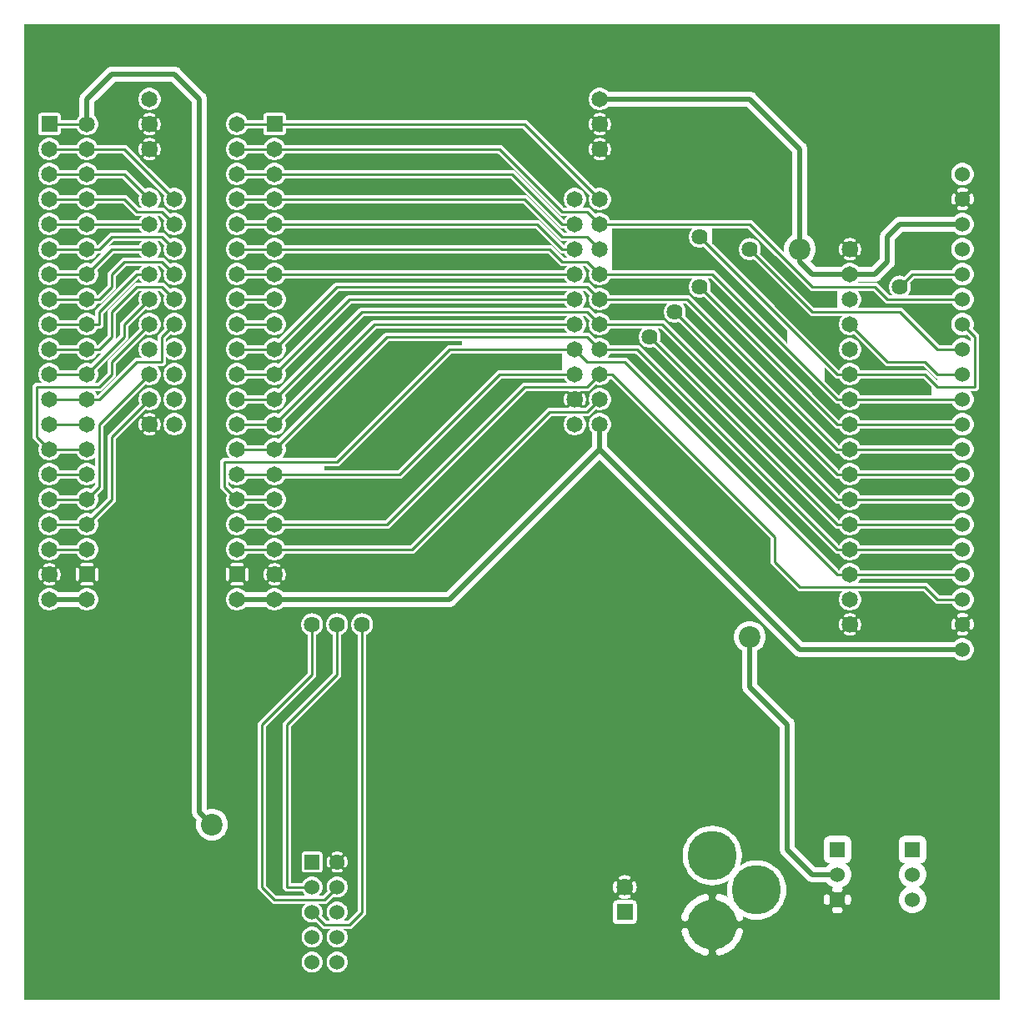
<source format=gbr>
G04 start of page 3 for group 8 layer_idx 1 *
G04 Title: (unknown), bottom copper *
G04 Creator: pcb-rnd 1.2.1 *
G04 CreationDate: Wed Mar 15 21:37:42 2017 UTC *
G04 For:  *
G04 Format: Gerber/RS-274X *
G04 PCB-Dimensions: 390000 390000 *
G04 PCB-Coordinate-Origin: lower left *
%MOIN*%
%FSLAX25Y25*%
%LNBOTTOM*%
%ADD53C,0.1181*%
%ADD52C,0.0300*%
%ADD51C,0.0430*%
%ADD50C,0.1018*%
%ADD49C,0.0380*%
%ADD48C,0.0394*%
%ADD47C,0.0315*%
%ADD46C,0.0450*%
%ADD45C,0.0566*%
%ADD44C,0.0490*%
%ADD43C,0.0440*%
%ADD42C,0.0866*%
%ADD41C,0.0640*%
%ADD40C,0.1968*%
%ADD39C,0.1579*%
%ADD38C,0.0600*%
%ADD37C,0.0650*%
%ADD36C,0.0100*%
%ADD35C,0.0001*%
%ADD34C,0.0200*%
G54D34*X375000Y310000D02*X350000D01*
X345000Y305000D01*
Y295000D01*
X340000Y290000D01*
X310000Y140000D02*X375000D01*
X340000Y290000D02*X315000D01*
X310000Y295000D01*
Y340000D01*
X290000Y360000D01*
X230000D01*
X10000Y160000D02*X25000D01*
Y350000D02*Y360000D01*
X35000Y370000D01*
X60000D01*
X70000Y360000D01*
Y75000D01*
X75000Y70000D01*
X85000Y160000D02*X170000D01*
X230000Y220000D01*
Y230000D01*
Y220000D02*X310000Y140000D01*
X290000Y145000D02*Y125000D01*
X305000Y110000D01*
Y60000D01*
X315000Y50000D01*
X325000D01*
G54D35*G36*
X275358Y297238D02*X305000Y267596D01*
Y262404D01*
X276249Y291155D01*
X276206Y291206D01*
X276002Y291380D01*
X275774Y291519D01*
X275527Y291622D01*
X275267Y291684D01*
X275000Y291705D01*
X274933Y291700D01*
X235000D01*
Y308300D01*
X267089D01*
X266879Y308121D01*
X266429Y307594D01*
X266067Y307004D01*
X265802Y306364D01*
X265641Y305690D01*
X265603Y305212D01*
X265586Y305000D01*
X265641Y304310D01*
X265802Y303636D01*
X266067Y302996D01*
X266429Y302406D01*
X266879Y301879D01*
X267406Y301429D01*
X267996Y301067D01*
X268636Y300802D01*
X269310Y300641D01*
X270000Y300586D01*
X270690Y300641D01*
X271364Y300802D01*
X271668Y300928D01*
X275358Y297238D01*
G37*
G36*
X300358D02*X313751Y283845D01*
X313794Y283794D01*
X313998Y283620D01*
X314226Y283481D01*
X314473Y283378D01*
X314733Y283316D01*
X314733D01*
X315000Y283295D01*
X315067Y283300D01*
X325000D01*
Y276700D01*
X315704D01*
X294072Y298332D01*
X294198Y298636D01*
X294359Y299310D01*
X294400Y300000D01*
X294359Y300690D01*
X294198Y301364D01*
X293933Y302004D01*
X293571Y302594D01*
X293121Y303121D01*
X292594Y303571D01*
X292004Y303933D01*
X291364Y304198D01*
X290690Y304359D01*
X290000Y304414D01*
X289310Y304359D01*
X288636Y304198D01*
X287996Y303933D01*
X287406Y303571D01*
X286879Y303121D01*
X286429Y302594D01*
X286067Y302004D01*
X285802Y301364D01*
X285641Y300690D01*
X285586Y300000D01*
X285641Y299310D01*
X285802Y298636D01*
X286067Y297996D01*
X286429Y297406D01*
X286573Y297238D01*
X286879Y296879D01*
X287406Y296429D01*
X287996Y296067D01*
X288636Y295802D01*
X289310Y295641D01*
X290000Y295586D01*
X290690Y295641D01*
X291364Y295802D01*
X291668Y295928D01*
X313751Y273845D01*
X313794Y273794D01*
X313998Y273620D01*
X314226Y273481D01*
X314473Y273378D01*
X314733Y273316D01*
X314733D01*
X315000Y273295D01*
X315067Y273300D01*
X325000D01*
Y257500D01*
X319904D01*
X275000Y302404D01*
Y308300D01*
X289296D01*
X300358Y297238D01*
G37*
G36*
X283840Y357000D02*X288757D01*
X307000Y338757D01*
Y305586D01*
X306268Y305137D01*
X305510Y304490D01*
X304863Y303732D01*
X304342Y302883D01*
X303961Y301962D01*
X303728Y300993D01*
X303650Y300000D01*
X303728Y299007D01*
X303833Y298572D01*
X291249Y311155D01*
X291206Y311206D01*
X291002Y311380D01*
X290774Y311519D01*
X290527Y311622D01*
X290267Y311684D01*
X290000Y311705D01*
X289933Y311700D01*
X283840D01*
Y357000D01*
G37*
G36*
X374993Y265487D02*X375000Y265486D01*
X375706Y265542D01*
X376395Y265707D01*
X376744Y265852D01*
X378300Y264296D01*
Y263065D01*
X378192Y263192D01*
X377653Y263652D01*
X377049Y264022D01*
X376395Y264293D01*
X375706Y264458D01*
X375000Y264514D01*
X374993Y264513D01*
Y265487D01*
G37*
G36*
X378613Y390000D02*X390000D01*
Y0D01*
X378613D01*
Y137302D01*
X378652Y137347D01*
X379022Y137951D01*
X379293Y138605D01*
X379458Y139294D01*
X379500Y140000D01*
X379458Y140706D01*
X379293Y141395D01*
X379022Y142049D01*
X378652Y142653D01*
X378613Y142698D01*
Y147853D01*
X378656Y147860D01*
X378768Y147897D01*
X378873Y147952D01*
X378968Y148022D01*
X379051Y148106D01*
X379119Y148202D01*
X379170Y148308D01*
X379318Y148716D01*
X379422Y149137D01*
X379484Y149567D01*
X379505Y150000D01*
X379484Y150433D01*
X379422Y150863D01*
X379318Y151284D01*
X379175Y151694D01*
X379122Y151800D01*
X379053Y151896D01*
X378970Y151981D01*
X378875Y152051D01*
X378769Y152106D01*
X378657Y152143D01*
X378613Y152151D01*
Y157302D01*
X378652Y157347D01*
X379022Y157951D01*
X379293Y158605D01*
X379458Y159294D01*
X379500Y160000D01*
X379458Y160706D01*
X379293Y161395D01*
X379022Y162049D01*
X378652Y162653D01*
X378613Y162698D01*
Y167302D01*
X378652Y167347D01*
X379022Y167951D01*
X379293Y168605D01*
X379458Y169294D01*
X379500Y170000D01*
X379458Y170706D01*
X379293Y171395D01*
X379022Y172049D01*
X378652Y172653D01*
X378613Y172698D01*
Y177302D01*
X378652Y177347D01*
X379022Y177951D01*
X379293Y178605D01*
X379458Y179294D01*
X379500Y180000D01*
X379458Y180706D01*
X379293Y181395D01*
X379022Y182049D01*
X378652Y182653D01*
X378613Y182698D01*
Y187302D01*
X378652Y187347D01*
X379022Y187951D01*
X379293Y188605D01*
X379458Y189294D01*
X379500Y190000D01*
X379458Y190706D01*
X379293Y191395D01*
X379022Y192049D01*
X378652Y192653D01*
X378613Y192698D01*
Y197302D01*
X378652Y197347D01*
X379022Y197951D01*
X379293Y198605D01*
X379458Y199294D01*
X379500Y200000D01*
X379458Y200706D01*
X379293Y201395D01*
X379022Y202049D01*
X378652Y202653D01*
X378613Y202698D01*
Y207302D01*
X378652Y207347D01*
X379022Y207951D01*
X379293Y208605D01*
X379458Y209294D01*
X379500Y210000D01*
X379458Y210706D01*
X379293Y211395D01*
X379022Y212049D01*
X378652Y212653D01*
X378613Y212698D01*
Y217302D01*
X378652Y217347D01*
X379022Y217951D01*
X379293Y218605D01*
X379458Y219294D01*
X379500Y220000D01*
X379458Y220706D01*
X379293Y221395D01*
X379022Y222049D01*
X378652Y222653D01*
X378613Y222698D01*
Y227302D01*
X378652Y227347D01*
X379022Y227951D01*
X379293Y228605D01*
X379458Y229294D01*
X379500Y230000D01*
X379458Y230706D01*
X379293Y231395D01*
X379022Y232049D01*
X378652Y232653D01*
X378613Y232698D01*
Y237302D01*
X378652Y237347D01*
X379022Y237951D01*
X379293Y238605D01*
X379458Y239294D01*
X379500Y240000D01*
X379458Y240706D01*
X379293Y241395D01*
X379022Y242049D01*
X378652Y242653D01*
X378613Y242698D01*
Y243300D01*
X379933D01*
X380000Y243295D01*
X380267Y243316D01*
X380527Y243378D01*
X380774Y243481D01*
X381002Y243620D01*
X381206Y243794D01*
X381380Y243998D01*
X381519Y244226D01*
X381622Y244473D01*
X381684Y244733D01*
X381705Y245000D01*
X381700Y245067D01*
Y264933D01*
X381705Y265000D01*
X381684Y265267D01*
X381684Y265267D01*
X381622Y265527D01*
X381519Y265774D01*
X381380Y266002D01*
X381206Y266206D01*
X381155Y266249D01*
X379148Y268256D01*
X379293Y268605D01*
X379458Y269294D01*
X379500Y270000D01*
X379458Y270706D01*
X379293Y271395D01*
X379022Y272049D01*
X378652Y272653D01*
X378613Y272698D01*
Y277302D01*
X378652Y277347D01*
X379022Y277951D01*
X379293Y278605D01*
X379458Y279294D01*
X379500Y280000D01*
X379458Y280706D01*
X379293Y281395D01*
X379022Y282049D01*
X378652Y282653D01*
X378613Y282698D01*
Y287302D01*
X378652Y287347D01*
X379022Y287951D01*
X379293Y288605D01*
X379458Y289294D01*
X379500Y290000D01*
X379458Y290706D01*
X379293Y291395D01*
X379022Y292049D01*
X378652Y292653D01*
X378613Y292698D01*
Y297302D01*
X378652Y297347D01*
X379022Y297951D01*
X379293Y298605D01*
X379458Y299294D01*
X379500Y300000D01*
X379458Y300706D01*
X379293Y301395D01*
X379022Y302049D01*
X378652Y302653D01*
X378613Y302698D01*
Y307302D01*
X378652Y307347D01*
X379022Y307951D01*
X379293Y308605D01*
X379458Y309294D01*
X379500Y310000D01*
X379458Y310706D01*
X379293Y311395D01*
X379022Y312049D01*
X378652Y312653D01*
X378613Y312698D01*
Y317853D01*
X378656Y317860D01*
X378768Y317897D01*
X378873Y317952D01*
X378968Y318022D01*
X379051Y318106D01*
X379119Y318202D01*
X379170Y318308D01*
X379318Y318716D01*
X379422Y319137D01*
X379484Y319567D01*
X379505Y320000D01*
X379484Y320433D01*
X379422Y320863D01*
X379318Y321284D01*
X379175Y321694D01*
X379122Y321800D01*
X379053Y321896D01*
X378970Y321981D01*
X378875Y322051D01*
X378769Y322106D01*
X378657Y322143D01*
X378613Y322151D01*
Y327302D01*
X378652Y327347D01*
X379022Y327951D01*
X379293Y328605D01*
X379458Y329294D01*
X379500Y330000D01*
X379458Y330706D01*
X379293Y331395D01*
X379022Y332049D01*
X378652Y332653D01*
X378613Y332698D01*
Y390000D01*
G37*
G36*
Y312698D02*X378192Y313192D01*
X377653Y313652D01*
X377049Y314022D01*
X376395Y314293D01*
X375706Y314458D01*
X375000Y314514D01*
X374993Y314513D01*
Y315495D01*
X375000Y315495D01*
X375433Y315516D01*
X375863Y315578D01*
X376284Y315682D01*
X376694Y315825D01*
X376800Y315878D01*
X376896Y315947D01*
X376981Y316030D01*
X377051Y316125D01*
X377106Y316231D01*
X377143Y316343D01*
X377163Y316460D01*
X377164Y316579D01*
X377146Y316696D01*
X377110Y316809D01*
X377057Y316915D01*
X376988Y317012D01*
X376905Y317096D01*
X376809Y317167D01*
X376704Y317221D01*
X376592Y317259D01*
X376475Y317278D01*
X376356Y317279D01*
X376239Y317261D01*
X376126Y317223D01*
X375855Y317124D01*
X375575Y317056D01*
X375289Y317014D01*
X375000Y317000D01*
X374993Y317000D01*
Y323000D01*
X375000Y323000D01*
X375289Y322986D01*
X375575Y322944D01*
X375855Y322876D01*
X376128Y322780D01*
X376239Y322742D01*
X376356Y322725D01*
X376474Y322725D01*
X376591Y322745D01*
X376703Y322782D01*
X376807Y322836D01*
X376902Y322906D01*
X376985Y322991D01*
X377054Y323087D01*
X377107Y323192D01*
X377143Y323305D01*
X377160Y323421D01*
X377159Y323539D01*
X377140Y323656D01*
X377103Y323768D01*
X377048Y323873D01*
X376978Y323968D01*
X376894Y324051D01*
X376798Y324119D01*
X376692Y324170D01*
X376284Y324318D01*
X375863Y324422D01*
X375433Y324484D01*
X375000Y324505D01*
X374993Y324505D01*
Y325487D01*
X375000Y325486D01*
X375706Y325542D01*
X376395Y325707D01*
X377049Y325978D01*
X377653Y326348D01*
X378192Y326808D01*
X378613Y327302D01*
Y322151D01*
X378540Y322163D01*
X378421Y322164D01*
X378304Y322146D01*
X378191Y322110D01*
X378085Y322057D01*
X377988Y321988D01*
X377904Y321905D01*
X377833Y321809D01*
X377779Y321704D01*
X377741Y321592D01*
X377722Y321475D01*
X377721Y321356D01*
X377739Y321239D01*
X377777Y321126D01*
X377876Y320855D01*
X377944Y320575D01*
X377986Y320289D01*
X378000Y320000D01*
X377986Y319711D01*
X377944Y319425D01*
X377876Y319145D01*
X377780Y318872D01*
X377742Y318761D01*
X377725Y318644D01*
X377725Y318526D01*
X377745Y318409D01*
X377782Y318297D01*
X377836Y318193D01*
X377906Y318098D01*
X377991Y318015D01*
X378087Y317946D01*
X378192Y317893D01*
X378305Y317857D01*
X378421Y317840D01*
X378539Y317841D01*
X378613Y317853D01*
Y312698D01*
G37*
G36*
Y302698D02*X378192Y303192D01*
X377653Y303652D01*
X377049Y304022D01*
X376395Y304293D01*
X375706Y304458D01*
X375000Y304514D01*
X374993Y304513D01*
Y305487D01*
X375000Y305486D01*
X375706Y305542D01*
X376395Y305707D01*
X377049Y305978D01*
X377653Y306348D01*
X378192Y306808D01*
X378613Y307302D01*
Y302698D01*
G37*
G36*
Y292698D02*X378192Y293192D01*
X377653Y293652D01*
X377049Y294022D01*
X376395Y294293D01*
X375706Y294458D01*
X375000Y294514D01*
X374993Y294513D01*
Y295487D01*
X375000Y295486D01*
X375706Y295542D01*
X376395Y295707D01*
X377049Y295978D01*
X377653Y296348D01*
X378192Y296808D01*
X378613Y297302D01*
Y292698D01*
G37*
G36*
Y282698D02*X378192Y283192D01*
X377653Y283652D01*
X377049Y284022D01*
X376395Y284293D01*
X375706Y284458D01*
X375000Y284514D01*
X374993Y284513D01*
Y285487D01*
X375000Y285486D01*
X375706Y285542D01*
X376395Y285707D01*
X377049Y285978D01*
X377653Y286348D01*
X378192Y286808D01*
X378613Y287302D01*
Y282698D01*
G37*
G36*
Y272698D02*X378192Y273192D01*
X377653Y273652D01*
X377049Y274022D01*
X376395Y274293D01*
X375706Y274458D01*
X375000Y274514D01*
X374993Y274513D01*
Y275487D01*
X375000Y275486D01*
X375706Y275542D01*
X376395Y275707D01*
X377049Y275978D01*
X377653Y276348D01*
X378192Y276808D01*
X378613Y277302D01*
Y272698D01*
G37*
G36*
Y242698D02*X378192Y243192D01*
X378065Y243300D01*
X378613D01*
Y242698D01*
G37*
G36*
Y232698D02*X378192Y233192D01*
X377653Y233652D01*
X377049Y234022D01*
X376395Y234293D01*
X375706Y234458D01*
X375000Y234514D01*
X374993Y234513D01*
Y235487D01*
X375000Y235486D01*
X375706Y235542D01*
X376395Y235707D01*
X377049Y235978D01*
X377653Y236348D01*
X378192Y236808D01*
X378613Y237302D01*
Y232698D01*
G37*
G36*
Y222698D02*X378192Y223192D01*
X377653Y223652D01*
X377049Y224022D01*
X376395Y224293D01*
X375706Y224458D01*
X375000Y224514D01*
X374993Y224513D01*
Y225487D01*
X375000Y225486D01*
X375706Y225542D01*
X376395Y225707D01*
X377049Y225978D01*
X377653Y226348D01*
X378192Y226808D01*
X378613Y227302D01*
Y222698D01*
G37*
G36*
Y212698D02*X378192Y213192D01*
X377653Y213652D01*
X377049Y214022D01*
X376395Y214293D01*
X375706Y214458D01*
X375000Y214514D01*
X374993Y214513D01*
Y215487D01*
X375000Y215486D01*
X375706Y215542D01*
X376395Y215707D01*
X377049Y215978D01*
X377653Y216348D01*
X378192Y216808D01*
X378613Y217302D01*
Y212698D01*
G37*
G36*
Y202698D02*X378192Y203192D01*
X377653Y203652D01*
X377049Y204022D01*
X376395Y204293D01*
X375706Y204458D01*
X375000Y204514D01*
X374993Y204513D01*
Y205487D01*
X375000Y205486D01*
X375706Y205542D01*
X376395Y205707D01*
X377049Y205978D01*
X377653Y206348D01*
X378192Y206808D01*
X378613Y207302D01*
Y202698D01*
G37*
G36*
Y192698D02*X378192Y193192D01*
X377653Y193652D01*
X377049Y194022D01*
X376395Y194293D01*
X375706Y194458D01*
X375000Y194514D01*
X374993Y194513D01*
Y195487D01*
X375000Y195486D01*
X375706Y195542D01*
X376395Y195707D01*
X377049Y195978D01*
X377653Y196348D01*
X378192Y196808D01*
X378613Y197302D01*
Y192698D01*
G37*
G36*
Y182698D02*X378192Y183192D01*
X377653Y183652D01*
X377049Y184022D01*
X376395Y184293D01*
X375706Y184458D01*
X375000Y184514D01*
X374993Y184513D01*
Y185487D01*
X375000Y185486D01*
X375706Y185542D01*
X376395Y185707D01*
X377049Y185978D01*
X377653Y186348D01*
X378192Y186808D01*
X378613Y187302D01*
Y182698D01*
G37*
G36*
Y172698D02*X378192Y173192D01*
X377653Y173652D01*
X377049Y174022D01*
X376395Y174293D01*
X375706Y174458D01*
X375000Y174514D01*
X374993Y174513D01*
Y175487D01*
X375000Y175486D01*
X375706Y175542D01*
X376395Y175707D01*
X377049Y175978D01*
X377653Y176348D01*
X378192Y176808D01*
X378613Y177302D01*
Y172698D01*
G37*
G36*
Y162698D02*X378192Y163192D01*
X377653Y163652D01*
X377049Y164022D01*
X376395Y164293D01*
X375706Y164458D01*
X375000Y164514D01*
X374993Y164513D01*
Y165487D01*
X375000Y165486D01*
X375706Y165542D01*
X376395Y165707D01*
X377049Y165978D01*
X377653Y166348D01*
X378192Y166808D01*
X378613Y167302D01*
Y162698D01*
G37*
G36*
Y142698D02*X378192Y143192D01*
X377653Y143652D01*
X377049Y144022D01*
X376395Y144293D01*
X375706Y144458D01*
X375000Y144514D01*
X374993Y144513D01*
Y145495D01*
X375000Y145495D01*
X375433Y145516D01*
X375863Y145578D01*
X376284Y145682D01*
X376694Y145825D01*
X376800Y145878D01*
X376896Y145947D01*
X376981Y146030D01*
X377051Y146125D01*
X377106Y146231D01*
X377143Y146343D01*
X377163Y146460D01*
X377164Y146579D01*
X377146Y146696D01*
X377110Y146809D01*
X377057Y146915D01*
X376988Y147012D01*
X376905Y147096D01*
X376809Y147167D01*
X376704Y147221D01*
X376592Y147259D01*
X376475Y147278D01*
X376356Y147279D01*
X376239Y147261D01*
X376126Y147223D01*
X375855Y147124D01*
X375575Y147056D01*
X375289Y147014D01*
X375000Y147000D01*
X374993Y147000D01*
Y153000D01*
X375000Y153000D01*
X375289Y152986D01*
X375575Y152944D01*
X375855Y152876D01*
X376128Y152780D01*
X376239Y152742D01*
X376356Y152725D01*
X376474Y152725D01*
X376591Y152745D01*
X376703Y152782D01*
X376807Y152836D01*
X376902Y152906D01*
X376985Y152991D01*
X377054Y153087D01*
X377107Y153192D01*
X377143Y153305D01*
X377160Y153421D01*
X377159Y153539D01*
X377140Y153656D01*
X377103Y153768D01*
X377048Y153873D01*
X376978Y153968D01*
X376894Y154051D01*
X376798Y154119D01*
X376692Y154170D01*
X376284Y154318D01*
X375863Y154422D01*
X375433Y154484D01*
X375000Y154505D01*
X374993Y154505D01*
Y155487D01*
X375000Y155486D01*
X375706Y155542D01*
X376395Y155707D01*
X377049Y155978D01*
X377653Y156348D01*
X378192Y156808D01*
X378613Y157302D01*
Y152151D01*
X378540Y152163D01*
X378421Y152164D01*
X378304Y152146D01*
X378191Y152110D01*
X378085Y152057D01*
X377988Y151988D01*
X377904Y151905D01*
X377833Y151809D01*
X377779Y151704D01*
X377741Y151592D01*
X377722Y151475D01*
X377721Y151356D01*
X377739Y151239D01*
X377777Y151126D01*
X377876Y150855D01*
X377944Y150575D01*
X377986Y150289D01*
X378000Y150000D01*
X377986Y149711D01*
X377944Y149425D01*
X377876Y149145D01*
X377780Y148872D01*
X377742Y148761D01*
X377725Y148644D01*
X377725Y148526D01*
X377745Y148409D01*
X377782Y148297D01*
X377836Y148193D01*
X377906Y148098D01*
X377991Y148015D01*
X378087Y147946D01*
X378192Y147893D01*
X378305Y147857D01*
X378421Y147840D01*
X378539Y147841D01*
X378613Y147853D01*
Y142698D01*
G37*
G36*
Y0D02*X374993D01*
Y135487D01*
X375000Y135486D01*
X375706Y135542D01*
X376395Y135707D01*
X377049Y135978D01*
X377653Y136348D01*
X378192Y136808D01*
X378613Y137302D01*
Y0D01*
G37*
G36*
X374993Y390000D02*X378613D01*
Y332698D01*
X378192Y333192D01*
X377653Y333652D01*
X377049Y334022D01*
X376395Y334293D01*
X375706Y334458D01*
X375000Y334514D01*
X374993Y334513D01*
Y390000D01*
G37*
G36*
Y294513D02*X374294Y294458D01*
X373605Y294293D01*
X372951Y294022D01*
X372347Y293652D01*
X371808Y293192D01*
X371348Y292653D01*
X370978Y292049D01*
X370833Y291700D01*
X355067D01*
X355000Y291705D01*
X354992Y291705D01*
Y307000D01*
X371644D01*
X371808Y306808D01*
X372347Y306348D01*
X372951Y305978D01*
X373605Y305707D01*
X374294Y305542D01*
X374993Y305487D01*
Y304513D01*
X374294Y304458D01*
X373605Y304293D01*
X372951Y304022D01*
X372347Y303652D01*
X371808Y303192D01*
X371348Y302653D01*
X370978Y302049D01*
X370707Y301395D01*
X370542Y300706D01*
X370486Y300000D01*
X370542Y299294D01*
X370707Y298605D01*
X370978Y297951D01*
X371348Y297347D01*
X371808Y296808D01*
X372347Y296348D01*
X372951Y295978D01*
X373605Y295707D01*
X374294Y295542D01*
X374993Y295487D01*
Y294513D01*
G37*
G36*
Y284513D02*X374294Y284458D01*
X373605Y284293D01*
X372951Y284022D01*
X372347Y283652D01*
X371808Y283192D01*
X371348Y282653D01*
X370978Y282049D01*
X370833Y281700D01*
X354992D01*
Y287587D01*
X355704Y288300D01*
X370833D01*
X370978Y287951D01*
X371348Y287347D01*
X371808Y286808D01*
X372347Y286348D01*
X372951Y285978D01*
X373605Y285707D01*
X374294Y285542D01*
X374993Y285487D01*
Y284513D01*
G37*
G36*
Y274513D02*X374294Y274458D01*
X373605Y274293D01*
X372951Y274022D01*
X372347Y273652D01*
X371808Y273192D01*
X371348Y272653D01*
X370978Y272049D01*
X370707Y271395D01*
X370542Y270706D01*
X370486Y270000D01*
X370542Y269294D01*
X370707Y268605D01*
X370978Y267951D01*
X371348Y267347D01*
X371808Y266808D01*
X372347Y266348D01*
X372951Y265978D01*
X373605Y265707D01*
X374294Y265542D01*
X374993Y265487D01*
Y264513D01*
X374294Y264458D01*
X373605Y264293D01*
X372951Y264022D01*
X372347Y263652D01*
X371808Y263192D01*
X371348Y262653D01*
X370978Y262049D01*
X370833Y261700D01*
X365704D01*
X354992Y272413D01*
Y278300D01*
X370833D01*
X370978Y277951D01*
X371348Y277347D01*
X371808Y276808D01*
X372347Y276348D01*
X372951Y275978D01*
X373605Y275707D01*
X374294Y275542D01*
X374993Y275487D01*
Y274513D01*
G37*
G36*
Y234513D02*X374294Y234458D01*
X373605Y234293D01*
X372951Y234022D01*
X372347Y233652D01*
X371808Y233192D01*
X371348Y232653D01*
X370978Y232049D01*
X370833Y231700D01*
X354992D01*
Y238300D01*
X370833D01*
X370978Y237951D01*
X371348Y237347D01*
X371808Y236808D01*
X372347Y236348D01*
X372951Y235978D01*
X373605Y235707D01*
X374294Y235542D01*
X374993Y235487D01*
Y234513D01*
G37*
G36*
Y224513D02*X374294Y224458D01*
X373605Y224293D01*
X372951Y224022D01*
X372347Y223652D01*
X371808Y223192D01*
X371348Y222653D01*
X370978Y222049D01*
X370833Y221700D01*
X354992D01*
Y228300D01*
X370833D01*
X370978Y227951D01*
X371348Y227347D01*
X371808Y226808D01*
X372347Y226348D01*
X372951Y225978D01*
X373605Y225707D01*
X374294Y225542D01*
X374993Y225487D01*
Y224513D01*
G37*
G36*
Y214513D02*X374294Y214458D01*
X373605Y214293D01*
X372951Y214022D01*
X372347Y213652D01*
X371808Y213192D01*
X371348Y212653D01*
X370978Y212049D01*
X370833Y211700D01*
X354992D01*
Y218300D01*
X370833D01*
X370978Y217951D01*
X371348Y217347D01*
X371808Y216808D01*
X372347Y216348D01*
X372951Y215978D01*
X373605Y215707D01*
X374294Y215542D01*
X374993Y215487D01*
Y214513D01*
G37*
G36*
Y204513D02*X374294Y204458D01*
X373605Y204293D01*
X372951Y204022D01*
X372347Y203652D01*
X371808Y203192D01*
X371348Y202653D01*
X370978Y202049D01*
X370833Y201700D01*
X354992D01*
Y208300D01*
X370833D01*
X370978Y207951D01*
X371348Y207347D01*
X371808Y206808D01*
X372347Y206348D01*
X372951Y205978D01*
X373605Y205707D01*
X374294Y205542D01*
X374993Y205487D01*
Y204513D01*
G37*
G36*
Y194513D02*X374294Y194458D01*
X373605Y194293D01*
X372951Y194022D01*
X372347Y193652D01*
X371808Y193192D01*
X371348Y192653D01*
X370978Y192049D01*
X370833Y191700D01*
X354992D01*
Y198300D01*
X370833D01*
X370978Y197951D01*
X371348Y197347D01*
X371808Y196808D01*
X372347Y196348D01*
X372951Y195978D01*
X373605Y195707D01*
X374294Y195542D01*
X374993Y195487D01*
Y194513D01*
G37*
G36*
Y184513D02*X374294Y184458D01*
X373605Y184293D01*
X372951Y184022D01*
X372347Y183652D01*
X371808Y183192D01*
X371348Y182653D01*
X370978Y182049D01*
X370833Y181700D01*
X354992D01*
Y188300D01*
X370833D01*
X370978Y187951D01*
X371348Y187347D01*
X371808Y186808D01*
X372347Y186348D01*
X372951Y185978D01*
X373605Y185707D01*
X374294Y185542D01*
X374993Y185487D01*
Y184513D01*
G37*
G36*
Y174513D02*X374294Y174458D01*
X373605Y174293D01*
X372951Y174022D01*
X372347Y173652D01*
X371808Y173192D01*
X371348Y172653D01*
X370978Y172049D01*
X370833Y171700D01*
X354992D01*
Y178300D01*
X370833D01*
X370978Y177951D01*
X371348Y177347D01*
X371808Y176808D01*
X372347Y176348D01*
X372951Y175978D01*
X373605Y175707D01*
X374294Y175542D01*
X374993Y175487D01*
Y174513D01*
G37*
G36*
Y164513D02*X374294Y164458D01*
X373605Y164293D01*
X372951Y164022D01*
X372347Y163652D01*
X371808Y163192D01*
X371348Y162653D01*
X370978Y162049D01*
X370833Y161700D01*
X365704D01*
X361249Y166155D01*
X361206Y166206D01*
X361002Y166380D01*
X360774Y166519D01*
X360527Y166622D01*
X360267Y166684D01*
X360266Y166684D01*
X360266D01*
X360000Y166705D01*
X359933Y166700D01*
X354992D01*
Y168300D01*
X370833D01*
X370978Y167951D01*
X371348Y167347D01*
X371808Y166808D01*
X372347Y166348D01*
X372951Y165978D01*
X373605Y165707D01*
X374294Y165542D01*
X374993Y165487D01*
Y164513D01*
G37*
G36*
Y144513D02*X374294Y144458D01*
X373605Y144293D01*
X372951Y144022D01*
X372347Y143652D01*
X371808Y143192D01*
X371644Y143000D01*
X371387D01*
Y147849D01*
X371460Y147837D01*
X371579Y147836D01*
X371696Y147854D01*
X371809Y147890D01*
X371915Y147943D01*
X372012Y148012D01*
X372096Y148095D01*
X372167Y148191D01*
X372221Y148296D01*
X372259Y148408D01*
X372278Y148525D01*
X372279Y148644D01*
X372261Y148761D01*
X372223Y148874D01*
X372124Y149145D01*
X372056Y149425D01*
X372014Y149711D01*
X372000Y150000D01*
X372014Y150289D01*
X372056Y150575D01*
X372124Y150855D01*
X372220Y151128D01*
X372258Y151239D01*
X372275Y151356D01*
X372275Y151474D01*
X372255Y151591D01*
X372218Y151703D01*
X372164Y151807D01*
X372094Y151902D01*
X372009Y151985D01*
X371913Y152054D01*
X371808Y152107D01*
X371695Y152143D01*
X371579Y152160D01*
X371461Y152159D01*
X371387Y152147D01*
Y157302D01*
X371808Y156808D01*
X372347Y156348D01*
X372951Y155978D01*
X373605Y155707D01*
X374294Y155542D01*
X374993Y155487D01*
Y154505D01*
X374567Y154484D01*
X374137Y154422D01*
X373716Y154318D01*
X373306Y154175D01*
X373200Y154122D01*
X373104Y154053D01*
X373019Y153970D01*
X372949Y153875D01*
X372894Y153769D01*
X372857Y153657D01*
X372837Y153540D01*
X372836Y153421D01*
X372854Y153304D01*
X372890Y153191D01*
X372943Y153085D01*
X373012Y152988D01*
X373095Y152904D01*
X373191Y152833D01*
X373296Y152779D01*
X373408Y152741D01*
X373525Y152722D01*
X373644Y152721D01*
X373761Y152739D01*
X373874Y152777D01*
X374145Y152876D01*
X374425Y152944D01*
X374711Y152986D01*
X374993Y153000D01*
Y147000D01*
X374711Y147014D01*
X374425Y147056D01*
X374145Y147124D01*
X373872Y147220D01*
X373761Y147258D01*
X373644Y147275D01*
X373526Y147275D01*
X373409Y147255D01*
X373297Y147218D01*
X373193Y147164D01*
X373098Y147094D01*
X373015Y147009D01*
X372946Y146913D01*
X372893Y146808D01*
X372857Y146695D01*
X372840Y146579D01*
X372841Y146461D01*
X372860Y146344D01*
X372897Y146232D01*
X372952Y146127D01*
X373022Y146032D01*
X373106Y145949D01*
X373202Y145881D01*
X373308Y145830D01*
X373716Y145682D01*
X374137Y145578D01*
X374567Y145516D01*
X374993Y145495D01*
Y144513D01*
G37*
G36*
X371387Y143000D02*X354992D01*
Y163300D01*
X359296D01*
X363751Y158845D01*
X363794Y158794D01*
X363998Y158620D01*
X364226Y158481D01*
X364473Y158378D01*
X364733Y158316D01*
X364733D01*
X365000Y158295D01*
X365067Y158300D01*
X370833D01*
X370978Y157951D01*
X371348Y157347D01*
X371387Y157302D01*
Y152147D01*
X371344Y152140D01*
X371232Y152103D01*
X371127Y152048D01*
X371032Y151978D01*
X370949Y151894D01*
X370881Y151798D01*
X370830Y151692D01*
X370682Y151284D01*
X370578Y150863D01*
X370516Y150433D01*
X370495Y150000D01*
X370516Y149567D01*
X370578Y149137D01*
X370682Y148716D01*
X370825Y148306D01*
X370878Y148200D01*
X370947Y148104D01*
X371030Y148019D01*
X371125Y147949D01*
X371231Y147894D01*
X371343Y147857D01*
X371387Y147849D01*
Y143000D01*
G37*
G36*
X374993Y0D02*X354992D01*
Y34484D01*
X355000Y34483D01*
X355863Y34551D01*
X356705Y34753D01*
X357505Y35084D01*
X358243Y35537D01*
X358901Y36099D01*
X359463Y36757D01*
X359916Y37495D01*
X360247Y38295D01*
X360449Y39137D01*
X360500Y40000D01*
X360449Y40863D01*
X360247Y41705D01*
X359916Y42505D01*
X359463Y43243D01*
X358901Y43901D01*
X358243Y44463D01*
X357505Y44916D01*
X357301Y45000D01*
X357505Y45084D01*
X358243Y45537D01*
X358901Y46099D01*
X359463Y46757D01*
X359916Y47495D01*
X360247Y48295D01*
X360449Y49137D01*
X360500Y50000D01*
X360449Y50863D01*
X360247Y51705D01*
X359916Y52505D01*
X359463Y53243D01*
X358901Y53901D01*
X358243Y54463D01*
X358167Y54510D01*
X358392Y54523D01*
X358775Y54615D01*
X359138Y54766D01*
X359474Y54971D01*
X359773Y55227D01*
X360029Y55526D01*
X360234Y55862D01*
X360385Y56225D01*
X360477Y56608D01*
X360500Y57000D01*
Y63000D01*
X360477Y63392D01*
X360385Y63775D01*
X360234Y64138D01*
X360029Y64474D01*
X359773Y64773D01*
X359474Y65029D01*
X359138Y65234D01*
X358775Y65385D01*
X358392Y65477D01*
X358000Y65500D01*
X354992D01*
Y137000D01*
X371644D01*
X371808Y136808D01*
X372347Y136348D01*
X372951Y135978D01*
X373605Y135707D01*
X374294Y135542D01*
X374993Y135487D01*
Y0D01*
G37*
G36*
X371387Y327302D02*X371808Y326808D01*
X372347Y326348D01*
X372951Y325978D01*
X373605Y325707D01*
X374294Y325542D01*
X374993Y325487D01*
Y324505D01*
X374567Y324484D01*
X374137Y324422D01*
X373716Y324318D01*
X373306Y324175D01*
X373200Y324122D01*
X373104Y324053D01*
X373019Y323970D01*
X372949Y323875D01*
X372894Y323769D01*
X372857Y323657D01*
X372837Y323540D01*
X372836Y323421D01*
X372854Y323304D01*
X372890Y323191D01*
X372943Y323085D01*
X373012Y322988D01*
X373095Y322904D01*
X373191Y322833D01*
X373296Y322779D01*
X373408Y322741D01*
X373525Y322722D01*
X373644Y322721D01*
X373761Y322739D01*
X373874Y322777D01*
X374145Y322876D01*
X374425Y322944D01*
X374711Y322986D01*
X374993Y323000D01*
Y317000D01*
X374711Y317014D01*
X374425Y317056D01*
X374145Y317124D01*
X373872Y317220D01*
X373761Y317258D01*
X373644Y317275D01*
X373526Y317275D01*
X373409Y317255D01*
X373297Y317218D01*
X373193Y317164D01*
X373098Y317094D01*
X373015Y317009D01*
X372946Y316913D01*
X372893Y316808D01*
X372857Y316695D01*
X372840Y316579D01*
X372841Y316461D01*
X372860Y316344D01*
X372897Y316232D01*
X372952Y316127D01*
X373022Y316032D01*
X373106Y315949D01*
X373202Y315881D01*
X373308Y315830D01*
X373716Y315682D01*
X374137Y315578D01*
X374567Y315516D01*
X374993Y315495D01*
Y314513D01*
X374294Y314458D01*
X373605Y314293D01*
X372951Y314022D01*
X372347Y313652D01*
X371808Y313192D01*
X371644Y313000D01*
X371387D01*
Y317849D01*
X371460Y317837D01*
X371579Y317836D01*
X371696Y317854D01*
X371809Y317890D01*
X371915Y317943D01*
X372012Y318012D01*
X372096Y318095D01*
X372167Y318191D01*
X372221Y318296D01*
X372259Y318408D01*
X372278Y318525D01*
X372279Y318644D01*
X372261Y318761D01*
X372223Y318874D01*
X372124Y319145D01*
X372056Y319425D01*
X372014Y319711D01*
X372000Y320000D01*
X372014Y320289D01*
X372056Y320575D01*
X372124Y320855D01*
X372220Y321128D01*
X372258Y321239D01*
X372275Y321356D01*
X372275Y321474D01*
X372255Y321591D01*
X372218Y321703D01*
X372164Y321807D01*
X372094Y321902D01*
X372009Y321985D01*
X371913Y322054D01*
X371808Y322107D01*
X371695Y322143D01*
X371579Y322160D01*
X371461Y322159D01*
X371387Y322147D01*
Y327302D01*
G37*
G36*
Y390000D02*X374993D01*
Y334513D01*
X374294Y334458D01*
X373605Y334293D01*
X372951Y334022D01*
X372347Y333652D01*
X371808Y333192D01*
X371387Y332698D01*
Y390000D01*
G37*
G36*
X354992D02*X371387D01*
Y332698D01*
X371348Y332653D01*
X370978Y332049D01*
X370707Y331395D01*
X370542Y330706D01*
X370486Y330000D01*
X370542Y329294D01*
X370707Y328605D01*
X370978Y327951D01*
X371348Y327347D01*
X371387Y327302D01*
Y322147D01*
X371344Y322140D01*
X371232Y322103D01*
X371127Y322048D01*
X371032Y321978D01*
X370949Y321894D01*
X370881Y321798D01*
X370830Y321692D01*
X370682Y321284D01*
X370578Y320863D01*
X370516Y320433D01*
X370495Y320000D01*
X370516Y319567D01*
X370578Y319137D01*
X370682Y318716D01*
X370825Y318306D01*
X370878Y318200D01*
X370947Y318104D01*
X371030Y318019D01*
X371125Y317949D01*
X371231Y317894D01*
X371343Y317857D01*
X371387Y317849D01*
Y313000D01*
X354992D01*
Y390000D01*
G37*
G36*
Y291705D02*X354738Y291685D01*
X354733Y291684D01*
X354473Y291622D01*
X354226Y291519D01*
X353998Y291380D01*
X353998Y291379D01*
X353794Y291206D01*
X353751Y291155D01*
X351668Y289072D01*
X351364Y289198D01*
X350690Y289359D01*
X350000Y289414D01*
X349310Y289359D01*
X348636Y289198D01*
X347996Y288933D01*
X347406Y288571D01*
X346879Y288121D01*
X346429Y287594D01*
X346067Y287004D01*
X345802Y286364D01*
X345641Y285690D01*
X345586Y285000D01*
X345641Y284310D01*
X345802Y283636D01*
X346067Y282996D01*
X346429Y282406D01*
X346879Y281879D01*
X347089Y281700D01*
X345704D01*
X341249Y286155D01*
X341206Y286206D01*
X341002Y286380D01*
X340774Y286519D01*
X340527Y286622D01*
X340267Y286684D01*
X340267Y286684D01*
X340000Y286705D01*
X339933Y286700D01*
X332988D01*
X333156Y286844D01*
X333290Y287000D01*
X339882D01*
X340000Y286991D01*
X340470Y287028D01*
X340471Y287028D01*
X340930Y287138D01*
X341366Y287319D01*
X341769Y287565D01*
X342128Y287872D01*
X342205Y287962D01*
X347038Y292796D01*
X347128Y292872D01*
X347434Y293231D01*
X347435Y293231D01*
X347681Y293634D01*
X347862Y294070D01*
X347972Y294529D01*
X348009Y295000D01*
X348000Y295118D01*
Y303757D01*
X351243Y307000D01*
X354992D01*
Y291705D01*
G37*
G36*
Y281700D02*X352911D01*
X353121Y281879D01*
X353571Y282406D01*
X353933Y282996D01*
X354198Y283636D01*
X354359Y284310D01*
X354400Y285000D01*
X354359Y285690D01*
X354198Y286364D01*
X354072Y286668D01*
X354992Y287587D01*
Y281700D01*
G37*
G36*
Y272413D02*X351249Y276155D01*
X351206Y276206D01*
X351002Y276380D01*
X350774Y276519D01*
X350527Y276622D01*
X350267Y276684D01*
X350267Y276684D01*
X350000Y276705D01*
X349933Y276700D01*
X332988D01*
X333156Y276844D01*
X333611Y277376D01*
X333977Y277974D01*
X334245Y278621D01*
X334409Y279302D01*
X334450Y280000D01*
X334409Y280698D01*
X334245Y281379D01*
X333977Y282026D01*
X333611Y282624D01*
X333156Y283156D01*
X332988Y283300D01*
X339296D01*
X343751Y278845D01*
X343794Y278794D01*
X343998Y278621D01*
X343998Y278620D01*
X344226Y278481D01*
X344473Y278378D01*
X344733Y278316D01*
X345000Y278295D01*
X345067Y278300D01*
X354992D01*
Y272413D01*
G37*
G36*
Y231700D02*X334112D01*
X333977Y232026D01*
X333793Y232327D01*
X333611Y232624D01*
X333156Y233156D01*
X332624Y233611D01*
X332026Y233977D01*
X331379Y234245D01*
X330698Y234409D01*
X330000Y234464D01*
X329302Y234409D01*
X328621Y234245D01*
X327974Y233977D01*
X327376Y233611D01*
X326844Y233156D01*
X326389Y232624D01*
X326023Y232026D01*
X325888Y231700D01*
X325704D01*
X283840Y273564D01*
Y278756D01*
X323751Y238845D01*
X323794Y238794D01*
X323998Y238620D01*
X324226Y238481D01*
X324473Y238378D01*
X324733Y238316D01*
X324733Y238316D01*
X325000Y238295D01*
X325067Y238300D01*
X325888D01*
X326023Y237974D01*
X326389Y237376D01*
X326844Y236844D01*
X327376Y236389D01*
X327974Y236023D01*
X328621Y235755D01*
X329302Y235591D01*
X330000Y235536D01*
X330698Y235591D01*
X331379Y235755D01*
X332026Y236023D01*
X332624Y236389D01*
X333156Y236844D01*
X333611Y237376D01*
X333793Y237673D01*
X333977Y237974D01*
X334065Y238187D01*
X334112Y238300D01*
X354992D01*
Y231700D01*
G37*
G36*
Y221700D02*X334112D01*
X333977Y222026D01*
X333611Y222624D01*
X333156Y223156D01*
X332624Y223611D01*
X332026Y223977D01*
X331379Y224245D01*
X330698Y224409D01*
X330000Y224464D01*
X329302Y224409D01*
X328621Y224245D01*
X327974Y223977D01*
X327376Y223611D01*
X326844Y223156D01*
X326389Y222624D01*
X326023Y222026D01*
X325888Y221700D01*
X325704D01*
X283840Y263564D01*
Y268756D01*
X323751Y228845D01*
X323794Y228794D01*
X323998Y228620D01*
X324226Y228481D01*
X324473Y228378D01*
X324733Y228316D01*
X324733D01*
X325000Y228295D01*
X325067Y228300D01*
X325888D01*
X326023Y227974D01*
X326389Y227376D01*
X326844Y226844D01*
X327376Y226389D01*
X327974Y226023D01*
X328621Y225755D01*
X329302Y225591D01*
X330000Y225536D01*
X330698Y225591D01*
X331379Y225755D01*
X332026Y226023D01*
X332624Y226389D01*
X333156Y226844D01*
X333611Y227376D01*
X333793Y227673D01*
X333977Y227974D01*
X334065Y228187D01*
X334112Y228300D01*
X354992D01*
Y221700D01*
G37*
G36*
Y211700D02*X334112D01*
X333977Y212026D01*
X333611Y212624D01*
X333156Y213156D01*
X332624Y213611D01*
X332026Y213977D01*
X331379Y214245D01*
X330698Y214409D01*
X330000Y214464D01*
X329302Y214409D01*
X328621Y214245D01*
X327974Y213977D01*
X327376Y213611D01*
X326844Y213156D01*
X326389Y212624D01*
X326023Y212026D01*
X325888Y211700D01*
X325704D01*
X283840Y253564D01*
Y258756D01*
X323751Y218845D01*
X323794Y218794D01*
X323998Y218620D01*
X324226Y218481D01*
X324473Y218378D01*
X324733Y218316D01*
X324733D01*
X325000Y218295D01*
X325067Y218300D01*
X325888D01*
X326023Y217974D01*
X326389Y217376D01*
X326844Y216844D01*
X327376Y216389D01*
X327974Y216023D01*
X328621Y215755D01*
X329302Y215591D01*
X330000Y215536D01*
X330698Y215591D01*
X331379Y215755D01*
X332026Y216023D01*
X332624Y216389D01*
X333156Y216844D01*
X333611Y217376D01*
X333977Y217974D01*
X334112Y218300D01*
X354992D01*
Y211700D01*
G37*
G36*
Y201700D02*X334112D01*
X333977Y202026D01*
X333611Y202624D01*
X333156Y203156D01*
X332624Y203611D01*
X332026Y203977D01*
X331379Y204245D01*
X330698Y204409D01*
X330000Y204464D01*
X329302Y204409D01*
X328621Y204245D01*
X327974Y203977D01*
X327376Y203611D01*
X326844Y203156D01*
X326389Y202624D01*
X326023Y202026D01*
X325888Y201700D01*
X325704D01*
X283840Y243564D01*
Y248756D01*
X323751Y208845D01*
X323794Y208794D01*
X323998Y208620D01*
X324226Y208481D01*
X324473Y208378D01*
X324733Y208316D01*
X324733D01*
X325000Y208295D01*
X325067Y208300D01*
X325888D01*
X326023Y207974D01*
X326389Y207376D01*
X326844Y206844D01*
X327376Y206389D01*
X327974Y206023D01*
X328621Y205755D01*
X329302Y205591D01*
X330000Y205536D01*
X330698Y205591D01*
X331379Y205755D01*
X332026Y206023D01*
X332624Y206389D01*
X333156Y206844D01*
X333611Y207376D01*
X333977Y207974D01*
X334112Y208300D01*
X354992D01*
Y201700D01*
G37*
G36*
Y191700D02*X334112D01*
X333977Y192026D01*
X333611Y192624D01*
X333156Y193156D01*
X332624Y193611D01*
X332026Y193977D01*
X331379Y194245D01*
X330698Y194409D01*
X330000Y194464D01*
X329302Y194409D01*
X328621Y194245D01*
X327974Y193977D01*
X327376Y193611D01*
X326844Y193156D01*
X326389Y192624D01*
X326023Y192026D01*
X325888Y191700D01*
X325704D01*
X283840Y233564D01*
Y238756D01*
X323751Y198845D01*
X323794Y198794D01*
X323998Y198620D01*
X324226Y198481D01*
X324473Y198378D01*
X324733Y198316D01*
X324733D01*
X325000Y198295D01*
X325067Y198300D01*
X325888D01*
X326023Y197974D01*
X326389Y197376D01*
X326844Y196844D01*
X327376Y196389D01*
X327974Y196023D01*
X328621Y195755D01*
X329302Y195591D01*
X330000Y195536D01*
X330698Y195591D01*
X331379Y195755D01*
X332026Y196023D01*
X332624Y196389D01*
X333156Y196844D01*
X333611Y197376D01*
X333977Y197974D01*
X334112Y198300D01*
X354992D01*
Y191700D01*
G37*
G36*
Y181700D02*X334112D01*
X333977Y182026D01*
X333611Y182624D01*
X333156Y183156D01*
X332624Y183611D01*
X332026Y183977D01*
X331379Y184245D01*
X330698Y184409D01*
X330000Y184464D01*
X329302Y184409D01*
X328621Y184245D01*
X327974Y183977D01*
X327376Y183611D01*
X326844Y183156D01*
X326389Y182624D01*
X326023Y182026D01*
X325888Y181700D01*
X325704D01*
X283840Y223564D01*
Y228756D01*
X323751Y188845D01*
X323794Y188794D01*
X323998Y188620D01*
X324226Y188481D01*
X324473Y188378D01*
X324733Y188316D01*
X324733D01*
X325000Y188295D01*
X325067Y188300D01*
X325888D01*
X326023Y187974D01*
X326389Y187376D01*
X326844Y186844D01*
X327376Y186389D01*
X327974Y186023D01*
X328621Y185755D01*
X329302Y185591D01*
X330000Y185536D01*
X330698Y185591D01*
X331379Y185755D01*
X332026Y186023D01*
X332624Y186389D01*
X333156Y186844D01*
X333611Y187376D01*
X333977Y187974D01*
X334112Y188300D01*
X354992D01*
Y181700D01*
G37*
G36*
Y171700D02*X334112D01*
X333977Y172026D01*
X333611Y172624D01*
X333156Y173156D01*
X332624Y173611D01*
X332026Y173977D01*
X331379Y174245D01*
X330698Y174409D01*
X330000Y174464D01*
X329302Y174409D01*
X328621Y174245D01*
X327974Y173977D01*
X327376Y173611D01*
X326844Y173156D01*
X326389Y172624D01*
X326023Y172026D01*
X325888Y171700D01*
X325704D01*
X283840Y213564D01*
Y218756D01*
X323751Y178845D01*
X323794Y178794D01*
X323998Y178620D01*
X324226Y178481D01*
X324473Y178378D01*
X324733Y178316D01*
X324733D01*
X325000Y178295D01*
X325067Y178300D01*
X325888D01*
X326023Y177974D01*
X326389Y177376D01*
X326844Y176844D01*
X327376Y176389D01*
X327974Y176023D01*
X328621Y175755D01*
X329302Y175591D01*
X330000Y175536D01*
X330698Y175591D01*
X331379Y175755D01*
X332026Y176023D01*
X332624Y176389D01*
X333156Y176844D01*
X333611Y177376D01*
X333977Y177974D01*
X334112Y178300D01*
X354992D01*
Y171700D01*
G37*
G36*
Y166700D02*X332988D01*
X333156Y166844D01*
X333611Y167376D01*
X333977Y167974D01*
X334112Y168300D01*
X354992D01*
Y166700D01*
G37*
G36*
X326362Y163300D02*X327012D01*
X326844Y163156D01*
X326389Y162624D01*
X326362Y162580D01*
Y163300D01*
G37*
G36*
X354992Y143000D02*X333638D01*
Y147682D01*
X333698Y147707D01*
X333779Y147756D01*
X333851Y147817D01*
X333912Y147889D01*
X333960Y147970D01*
X334139Y148352D01*
X334276Y148751D01*
X334375Y149161D01*
X334435Y149579D01*
X334455Y150000D01*
X334435Y150421D01*
X334375Y150839D01*
X334276Y151249D01*
X334139Y151648D01*
X333964Y152032D01*
X333915Y152113D01*
X333853Y152186D01*
X333781Y152247D01*
X333700Y152297D01*
X333638Y152322D01*
Y157420D01*
X333977Y157974D01*
X334245Y158621D01*
X334409Y159302D01*
X334450Y160000D01*
X334409Y160698D01*
X334245Y161379D01*
X333977Y162026D01*
X333638Y162580D01*
Y163300D01*
X354992D01*
Y143000D01*
G37*
G36*
X333638Y162580D02*X333611Y162624D01*
X333156Y163156D01*
X332988Y163300D01*
X333638D01*
Y162580D01*
G37*
G36*
Y143000D02*X329998D01*
Y145545D01*
X330000Y145545D01*
X330421Y145565D01*
X330839Y145625D01*
X331249Y145724D01*
X331648Y145861D01*
X332032Y146036D01*
X332113Y146085D01*
X332186Y146147D01*
X332247Y146219D01*
X332297Y146300D01*
X332333Y146388D01*
X332355Y146481D01*
X332362Y146575D01*
X332354Y146670D01*
X332332Y146762D01*
X332295Y146850D01*
X332245Y146931D01*
X332183Y147003D01*
X332111Y147065D01*
X332030Y147114D01*
X331942Y147150D01*
X331850Y147172D01*
X331755Y147179D01*
X331660Y147172D01*
X331568Y147149D01*
X331481Y147111D01*
X331202Y146981D01*
X330911Y146880D01*
X330612Y146808D01*
X330307Y146765D01*
X330000Y146750D01*
X329998Y146750D01*
Y153250D01*
X330000Y153250D01*
X330307Y153235D01*
X330612Y153192D01*
X330911Y153120D01*
X331202Y153019D01*
X331483Y152892D01*
X331569Y152854D01*
X331661Y152832D01*
X331755Y152824D01*
X331849Y152831D01*
X331941Y152853D01*
X332028Y152889D01*
X332109Y152938D01*
X332181Y152999D01*
X332242Y153071D01*
X332292Y153151D01*
X332328Y153239D01*
X332351Y153330D01*
X332358Y153425D01*
X332351Y153519D01*
X332329Y153611D01*
X332293Y153698D01*
X332244Y153779D01*
X332183Y153851D01*
X332111Y153912D01*
X332030Y153960D01*
X331648Y154139D01*
X331249Y154276D01*
X330839Y154375D01*
X330421Y154435D01*
X330000Y154455D01*
X329998Y154455D01*
Y155536D01*
X330000Y155536D01*
X330698Y155591D01*
X331379Y155755D01*
X332026Y156023D01*
X332624Y156389D01*
X333156Y156844D01*
X333611Y157376D01*
X333638Y157420D01*
Y152322D01*
X333612Y152333D01*
X333519Y152355D01*
X333425Y152362D01*
X333330Y152354D01*
X333238Y152332D01*
X333150Y152295D01*
X333069Y152245D01*
X332997Y152183D01*
X332935Y152111D01*
X332886Y152030D01*
X332850Y151942D01*
X332828Y151850D01*
X332821Y151755D01*
X332828Y151660D01*
X332851Y151568D01*
X332889Y151481D01*
X333019Y151202D01*
X333120Y150911D01*
X333192Y150612D01*
X333235Y150307D01*
X333250Y150000D01*
X333235Y149693D01*
X333192Y149388D01*
X333120Y149089D01*
X333019Y148798D01*
X332892Y148517D01*
X332854Y148431D01*
X332832Y148339D01*
X332824Y148245D01*
X332831Y148151D01*
X332853Y148059D01*
X332889Y147972D01*
X332938Y147891D01*
X332999Y147819D01*
X333071Y147758D01*
X333151Y147708D01*
X333239Y147672D01*
X333330Y147649D01*
X333425Y147642D01*
X333519Y147649D01*
X333611Y147671D01*
X333638Y147682D01*
Y143000D01*
G37*
G36*
X329998D02*X326362D01*
Y147678D01*
X326388Y147667D01*
X326481Y147645D01*
X326575Y147638D01*
X326670Y147646D01*
X326762Y147668D01*
X326850Y147705D01*
X326931Y147755D01*
X327003Y147817D01*
X327065Y147889D01*
X327114Y147970D01*
X327150Y148058D01*
X327172Y148150D01*
X327179Y148245D01*
X327172Y148340D01*
X327149Y148432D01*
X327111Y148519D01*
X326981Y148798D01*
X326880Y149089D01*
X326808Y149388D01*
X326765Y149693D01*
X326750Y150000D01*
X326765Y150307D01*
X326808Y150612D01*
X326880Y150911D01*
X326981Y151202D01*
X327108Y151483D01*
X327146Y151569D01*
X327168Y151661D01*
X327176Y151755D01*
X327169Y151849D01*
X327147Y151941D01*
X327111Y152028D01*
X327062Y152109D01*
X327001Y152181D01*
X326929Y152242D01*
X326849Y152292D01*
X326761Y152328D01*
X326670Y152351D01*
X326575Y152358D01*
X326481Y152351D01*
X326389Y152329D01*
X326362Y152318D01*
Y157420D01*
X326389Y157376D01*
X326844Y156844D01*
X327376Y156389D01*
X327974Y156023D01*
X328621Y155755D01*
X329302Y155591D01*
X329998Y155536D01*
Y154455D01*
X329579Y154435D01*
X329161Y154375D01*
X328751Y154276D01*
X328352Y154139D01*
X327968Y153964D01*
X327887Y153915D01*
X327814Y153853D01*
X327753Y153781D01*
X327703Y153700D01*
X327667Y153612D01*
X327645Y153519D01*
X327638Y153425D01*
X327646Y153330D01*
X327668Y153238D01*
X327705Y153150D01*
X327755Y153069D01*
X327817Y152997D01*
X327889Y152935D01*
X327970Y152886D01*
X328058Y152850D01*
X328150Y152828D01*
X328245Y152821D01*
X328340Y152828D01*
X328432Y152851D01*
X328519Y152889D01*
X328798Y153019D01*
X329089Y153120D01*
X329388Y153192D01*
X329693Y153235D01*
X329998Y153250D01*
Y146750D01*
X329693Y146765D01*
X329388Y146808D01*
X329089Y146880D01*
X328798Y146981D01*
X328517Y147108D01*
X328431Y147146D01*
X328339Y147168D01*
X328245Y147176D01*
X328151Y147169D01*
X328059Y147147D01*
X327972Y147111D01*
X327891Y147062D01*
X327819Y147001D01*
X327758Y146929D01*
X327708Y146849D01*
X327672Y146761D01*
X327649Y146670D01*
X327642Y146575D01*
X327649Y146481D01*
X327671Y146389D01*
X327707Y146302D01*
X327756Y146221D01*
X327817Y146149D01*
X327889Y146088D01*
X327970Y146040D01*
X328352Y145861D01*
X328751Y145724D01*
X329161Y145625D01*
X329579Y145565D01*
X329998Y145545D01*
Y143000D01*
G37*
G36*
X326362D02*X311243D01*
X283840Y170402D01*
Y198756D01*
X298300Y184296D01*
Y175067D01*
X298295Y175000D01*
X298316Y174733D01*
X298316Y174733D01*
X298378Y174473D01*
X298481Y174226D01*
X298620Y173998D01*
X298794Y173794D01*
X298845Y173751D01*
X308751Y163845D01*
X308794Y163794D01*
X308998Y163620D01*
X309226Y163481D01*
X309473Y163378D01*
X309733Y163316D01*
X309733D01*
X310000Y163295D01*
X310067Y163300D01*
X326362D01*
Y162580D01*
X326023Y162026D01*
X325755Y161379D01*
X325591Y160698D01*
X325536Y160000D01*
X325591Y159302D01*
X325755Y158621D01*
X326023Y157974D01*
X326362Y157420D01*
Y152318D01*
X326302Y152293D01*
X326221Y152244D01*
X326149Y152183D01*
X326088Y152111D01*
X326040Y152030D01*
X325861Y151648D01*
X325724Y151249D01*
X325625Y150839D01*
X325565Y150421D01*
X325545Y150000D01*
X325565Y149579D01*
X325625Y149161D01*
X325724Y148751D01*
X325861Y148352D01*
X326036Y147968D01*
X326085Y147887D01*
X326147Y147814D01*
X326219Y147753D01*
X326300Y147703D01*
X326362Y147678D01*
Y143000D01*
G37*
G36*
X354992Y0D02*X329209D01*
Y37918D01*
X329314Y37922D01*
X329507Y37960D01*
X329692Y38028D01*
X329863Y38124D01*
X330018Y38246D01*
X330152Y38390D01*
X330261Y38554D01*
X330344Y38733D01*
X330393Y38923D01*
X330480Y39458D01*
X330507Y40000D01*
X330480Y40542D01*
X330400Y41079D01*
X330347Y41269D01*
X330264Y41448D01*
X330155Y41612D01*
X330021Y41757D01*
X329865Y41879D01*
X329693Y41975D01*
X329508Y42043D01*
X329314Y42081D01*
X329209Y42086D01*
Y46459D01*
X329463Y46757D01*
X329916Y47495D01*
X330247Y48295D01*
X330449Y49137D01*
X330500Y50000D01*
X330449Y50863D01*
X330247Y51705D01*
X329916Y52505D01*
X329463Y53243D01*
X329209Y53541D01*
Y54809D01*
X329474Y54971D01*
X329773Y55227D01*
X330029Y55526D01*
X330234Y55862D01*
X330385Y56225D01*
X330477Y56608D01*
X330500Y57000D01*
Y63000D01*
X330477Y63392D01*
X330385Y63775D01*
X330234Y64138D01*
X330029Y64474D01*
X329773Y64773D01*
X329474Y65029D01*
X329209Y65191D01*
Y137000D01*
X354992D01*
Y65500D01*
X352000D01*
X351608Y65477D01*
X351225Y65385D01*
X350862Y65234D01*
X350526Y65029D01*
X350227Y64773D01*
X349971Y64474D01*
X349766Y64138D01*
X349615Y63775D01*
X349523Y63392D01*
X349500Y63000D01*
Y57000D01*
X349523Y56608D01*
X349615Y56225D01*
X349766Y55862D01*
X349971Y55526D01*
X350227Y55227D01*
X350526Y54971D01*
X350862Y54766D01*
X351225Y54615D01*
X351608Y54523D01*
X351833Y54510D01*
X351757Y54463D01*
X351099Y53901D01*
X350537Y53243D01*
X350084Y52505D01*
X349753Y51705D01*
X349551Y50863D01*
X349483Y50000D01*
X349551Y49137D01*
X349753Y48295D01*
X350084Y47495D01*
X350537Y46757D01*
X351099Y46099D01*
X351757Y45537D01*
X352495Y45084D01*
X352699Y45000D01*
X352495Y44916D01*
X351757Y44463D01*
X351099Y43901D01*
X350537Y43243D01*
X350084Y42505D01*
X349753Y41705D01*
X349551Y40863D01*
X349483Y40000D01*
X349551Y39137D01*
X349753Y38295D01*
X350084Y37495D01*
X350537Y36757D01*
X351099Y36099D01*
X351757Y35537D01*
X352495Y35084D01*
X353295Y34753D01*
X354137Y34551D01*
X354992Y34484D01*
Y0D01*
G37*
G36*
X329209Y65191D02*X329138Y65234D01*
X328775Y65385D01*
X328392Y65477D01*
X328000Y65500D01*
X325002D01*
Y137000D01*
X329209D01*
Y65191D01*
G37*
G36*
Y53541D02*X328901Y53901D01*
X328243Y54463D01*
X328167Y54510D01*
X328392Y54523D01*
X328775Y54615D01*
X329138Y54766D01*
X329209Y54809D01*
Y53541D01*
G37*
G36*
Y0D02*X325002D01*
Y34493D01*
X325542Y34520D01*
X326079Y34600D01*
X326269Y34653D01*
X326448Y34736D01*
X326612Y34845D01*
X326757Y34979D01*
X326879Y35135D01*
X326975Y35307D01*
X327043Y35492D01*
X327081Y35686D01*
X327089Y35883D01*
X327066Y36079D01*
X327012Y36269D01*
X326929Y36448D01*
X326819Y36612D01*
X326685Y36756D01*
X326530Y36878D01*
X326358Y36975D01*
X326173Y37043D01*
X325979Y37081D01*
X325782Y37089D01*
X325587Y37062D01*
X325295Y37015D01*
X325002Y37000D01*
Y43000D01*
X325295Y42985D01*
X325588Y42942D01*
X325782Y42915D01*
X325979Y42922D01*
X326172Y42961D01*
X326357Y43029D01*
X326528Y43125D01*
X326683Y43246D01*
X326817Y43391D01*
X326926Y43554D01*
X327009Y43733D01*
X327062Y43922D01*
X327085Y44117D01*
X327078Y44314D01*
X327040Y44507D01*
X326972Y44692D01*
X326894Y44831D01*
X327505Y45084D01*
X328243Y45537D01*
X328901Y46099D01*
X329209Y46459D01*
Y42086D01*
X329117Y42089D01*
X328921Y42066D01*
X328731Y42012D01*
X328552Y41929D01*
X328388Y41819D01*
X328244Y41685D01*
X328122Y41530D01*
X328025Y41358D01*
X327957Y41173D01*
X327919Y40979D01*
X327911Y40782D01*
X327938Y40587D01*
X327985Y40295D01*
X328000Y40000D01*
X327985Y39705D01*
X327942Y39412D01*
X327915Y39218D01*
X327922Y39021D01*
X327961Y38828D01*
X328029Y38643D01*
X328125Y38472D01*
X328246Y38317D01*
X328391Y38183D01*
X328554Y38074D01*
X328733Y37991D01*
X328922Y37938D01*
X329117Y37915D01*
X329209Y37918D01*
Y0D01*
G37*
G36*
X325002Y65500D02*X322000D01*
X321608Y65477D01*
X321225Y65385D01*
X320862Y65234D01*
X320526Y65029D01*
X320227Y64773D01*
X319971Y64474D01*
X319766Y64138D01*
X319615Y63775D01*
X319523Y63392D01*
X319500Y63000D01*
Y57000D01*
X319523Y56608D01*
X319615Y56225D01*
X319766Y55862D01*
X319971Y55526D01*
X320227Y55227D01*
X320526Y54971D01*
X320862Y54766D01*
X321225Y54615D01*
X321608Y54523D01*
X321833Y54510D01*
X321757Y54463D01*
X321099Y53901D01*
X320537Y53243D01*
X320388Y53000D01*
X316243D01*
X308000Y61243D01*
Y109882D01*
X308009Y110000D01*
X307972Y110471D01*
X307972Y110471D01*
X307862Y110930D01*
X307681Y111366D01*
X307435Y111769D01*
X307128Y112128D01*
X307038Y112204D01*
X293000Y126243D01*
Y139414D01*
X293732Y139863D01*
X294490Y140510D01*
X295137Y141268D01*
X295658Y142117D01*
X296039Y143038D01*
X296272Y144007D01*
X296330Y145000D01*
X296272Y145993D01*
X296039Y146962D01*
X295925Y147238D01*
X295658Y147883D01*
X295137Y148732D01*
X294490Y149490D01*
X293732Y150137D01*
X292883Y150658D01*
X291962Y151039D01*
X290993Y151272D01*
X290000Y151350D01*
X289007Y151272D01*
X288038Y151039D01*
X287117Y150658D01*
X286268Y150137D01*
X285510Y149490D01*
X284863Y148732D01*
X284342Y147883D01*
X284075Y147238D01*
X283961Y146962D01*
X283840Y146460D01*
Y161917D01*
X307747Y138011D01*
X307796Y137962D01*
X307872Y137872D01*
X308231Y137566D01*
X308231Y137565D01*
X308634Y137319D01*
X309070Y137138D01*
X309505Y137034D01*
X309529Y137028D01*
X309529D01*
X310000Y136991D01*
X310118Y137000D01*
X325002D01*
Y65500D01*
G37*
G36*
Y0D02*X320791D01*
Y37914D01*
X320883Y37911D01*
X321079Y37934D01*
X321269Y37988D01*
X321448Y38071D01*
X321612Y38181D01*
X321756Y38315D01*
X321878Y38470D01*
X321975Y38642D01*
X322043Y38827D01*
X322081Y39021D01*
X322089Y39218D01*
X322062Y39413D01*
X322015Y39705D01*
X322000Y40000D01*
X322015Y40295D01*
X322058Y40588D01*
X322085Y40782D01*
X322078Y40979D01*
X322039Y41172D01*
X321971Y41357D01*
X321875Y41528D01*
X321754Y41683D01*
X321609Y41817D01*
X321446Y41926D01*
X321267Y42009D01*
X321078Y42062D01*
X320883Y42085D01*
X320791Y42082D01*
Y46459D01*
X321099Y46099D01*
X321757Y45537D01*
X322495Y45084D01*
X323103Y44833D01*
X323025Y44693D01*
X322957Y44508D01*
X322919Y44314D01*
X322911Y44117D01*
X322934Y43921D01*
X322988Y43731D01*
X323071Y43552D01*
X323181Y43388D01*
X323315Y43244D01*
X323470Y43122D01*
X323642Y43025D01*
X323827Y42957D01*
X324021Y42919D01*
X324218Y42911D01*
X324413Y42938D01*
X324705Y42985D01*
X325000Y43000D01*
X325002Y43000D01*
Y37000D01*
X325000Y37000D01*
X324705Y37015D01*
X324412Y37058D01*
X324218Y37085D01*
X324021Y37078D01*
X323828Y37039D01*
X323643Y36971D01*
X323472Y36875D01*
X323317Y36754D01*
X323183Y36609D01*
X323074Y36446D01*
X322991Y36267D01*
X322938Y36078D01*
X322915Y35883D01*
X322922Y35686D01*
X322960Y35493D01*
X323028Y35308D01*
X323124Y35137D01*
X323246Y34982D01*
X323390Y34848D01*
X323554Y34739D01*
X323733Y34656D01*
X323923Y34607D01*
X324458Y34520D01*
X325000Y34493D01*
X325002Y34493D01*
Y0D01*
G37*
G36*
X320791D02*X283840D01*
Y20952D01*
X283949Y21051D01*
X284712Y21886D01*
X285397Y22785D01*
X286000Y23742D01*
X286514Y24749D01*
X286937Y25798D01*
X287265Y26881D01*
X287304Y27099D01*
X287307Y27321D01*
X287275Y27540D01*
X287209Y27752D01*
X287111Y27951D01*
X286983Y28133D01*
X286828Y28292D01*
X286651Y28425D01*
X286454Y28528D01*
X286244Y28599D01*
X286026Y28637D01*
X285804Y28640D01*
X285584Y28608D01*
X285372Y28543D01*
X285173Y28444D01*
X284992Y28316D01*
X284833Y28162D01*
X284700Y27984D01*
X284596Y27788D01*
X284529Y27576D01*
X284284Y26732D01*
X283955Y25916D01*
X283840Y25691D01*
Y34309D01*
X283955Y34084D01*
X284284Y33268D01*
X284539Y32426D01*
X284606Y32216D01*
X284708Y32021D01*
X284840Y31845D01*
X284998Y31691D01*
X285178Y31564D01*
X285376Y31467D01*
X285586Y31401D01*
X285804Y31370D01*
X286025Y31373D01*
X286242Y31410D01*
X286450Y31481D01*
X286645Y31584D01*
X286822Y31716D01*
X286976Y31874D01*
X287103Y32054D01*
X287200Y32251D01*
X287265Y32462D01*
X287297Y32680D01*
X287294Y32900D01*
X287252Y33116D01*
X287209Y33266D01*
X287324Y33196D01*
X289046Y32482D01*
X290859Y32047D01*
X292717Y31901D01*
X294575Y32047D01*
X296388Y32482D01*
X298110Y33196D01*
X299699Y34170D01*
X301117Y35380D01*
X302327Y36798D01*
X303301Y38387D01*
X304015Y40109D01*
X304450Y41922D01*
X304560Y43780D01*
X304450Y45638D01*
X304015Y47451D01*
X303301Y49173D01*
X302327Y50762D01*
X301117Y52180D01*
X299699Y53390D01*
X298110Y54364D01*
X296388Y55078D01*
X294575Y55513D01*
X292717Y55659D01*
X290859Y55513D01*
X289046Y55078D01*
X287324Y54364D01*
X286213Y53683D01*
X286298Y53888D01*
X286733Y55701D01*
X286842Y57559D01*
X286803Y58229D01*
X286733Y59417D01*
X286298Y61230D01*
X285584Y62952D01*
X284610Y64541D01*
X283840Y65443D01*
Y143540D01*
X283961Y143038D01*
X284342Y142117D01*
X284863Y141268D01*
X285510Y140510D01*
X286268Y139863D01*
X287000Y139414D01*
Y125118D01*
X286991Y125000D01*
X287028Y124529D01*
X287028Y124529D01*
X287071Y124351D01*
X287074Y124336D01*
X287078Y124321D01*
X287138Y124070D01*
X287319Y123634D01*
X287565Y123231D01*
X287565Y123231D01*
X287872Y122872D01*
X287962Y122796D01*
X302000Y108757D01*
Y60118D01*
X301991Y60000D01*
X302028Y59529D01*
Y59529D01*
X302049Y59440D01*
X302138Y59070D01*
X302319Y58634D01*
X302565Y58231D01*
X302565Y58231D01*
X302567Y58229D01*
X302872Y57872D01*
X302962Y57796D01*
X312796Y47962D01*
X312872Y47872D01*
X313231Y47566D01*
X313231Y47565D01*
X313634Y47319D01*
X314070Y47138D01*
X314495Y47036D01*
X314529Y47028D01*
X314529D01*
X315000Y46991D01*
X315118Y47000D01*
X320388D01*
X320537Y46757D01*
X320791Y46459D01*
Y42082D01*
X320686Y42078D01*
X320493Y42040D01*
X320308Y41972D01*
X320137Y41876D01*
X319982Y41754D01*
X319848Y41610D01*
X319739Y41446D01*
X319656Y41267D01*
X319607Y41077D01*
X319520Y40542D01*
X319493Y40000D01*
X319520Y39458D01*
X319600Y38921D01*
X319653Y38731D01*
X319736Y38552D01*
X319845Y38388D01*
X319979Y38243D01*
X320135Y38121D01*
X320307Y38025D01*
X320492Y37957D01*
X320686Y37919D01*
X320791Y37914D01*
Y0D01*
G37*
G36*
X333638Y390000D02*X354992D01*
Y313000D01*
X350118D01*
X350000Y313009D01*
X349529Y312972D01*
X349070Y312862D01*
X348634Y312681D01*
X348231Y312435D01*
X348231Y312434D01*
X347872Y312128D01*
X347796Y312038D01*
X342962Y307204D01*
X342872Y307128D01*
X342565Y306769D01*
X342319Y306366D01*
X342138Y305930D01*
X342028Y305471D01*
X342028Y305470D01*
X341991Y305000D01*
X342000Y304882D01*
Y296243D01*
X338757Y293000D01*
X333638D01*
Y297682D01*
X333698Y297707D01*
X333779Y297756D01*
X333851Y297817D01*
X333912Y297889D01*
X333960Y297970D01*
X334139Y298352D01*
X334276Y298751D01*
X334375Y299161D01*
X334435Y299579D01*
X334455Y300000D01*
X334435Y300421D01*
X334375Y300839D01*
X334276Y301249D01*
X334139Y301648D01*
X333964Y302032D01*
X333915Y302113D01*
X333853Y302186D01*
X333781Y302247D01*
X333700Y302297D01*
X333638Y302322D01*
Y390000D01*
G37*
G36*
X329998D02*X333638D01*
Y302322D01*
X333612Y302333D01*
X333519Y302355D01*
X333425Y302362D01*
X333330Y302354D01*
X333238Y302332D01*
X333150Y302295D01*
X333069Y302245D01*
X332997Y302183D01*
X332935Y302111D01*
X332886Y302030D01*
X332850Y301942D01*
X332828Y301850D01*
X332821Y301755D01*
X332828Y301660D01*
X332851Y301568D01*
X332889Y301481D01*
X333019Y301202D01*
X333120Y300911D01*
X333192Y300612D01*
X333235Y300307D01*
X333250Y300000D01*
X333235Y299693D01*
X333192Y299388D01*
X333120Y299089D01*
X333019Y298798D01*
X332892Y298517D01*
X332854Y298431D01*
X332832Y298339D01*
X332824Y298245D01*
X332831Y298151D01*
X332853Y298059D01*
X332889Y297972D01*
X332938Y297891D01*
X332999Y297819D01*
X333071Y297758D01*
X333151Y297708D01*
X333239Y297672D01*
X333330Y297649D01*
X333425Y297642D01*
X333519Y297649D01*
X333611Y297671D01*
X333638Y297682D01*
Y293000D01*
X333290D01*
X333156Y293156D01*
X332624Y293611D01*
X332026Y293977D01*
X331379Y294245D01*
X330698Y294409D01*
X330000Y294464D01*
X329998Y294464D01*
Y295545D01*
X330000Y295545D01*
X330421Y295565D01*
X330839Y295625D01*
X331249Y295724D01*
X331648Y295861D01*
X332032Y296036D01*
X332113Y296085D01*
X332186Y296147D01*
X332247Y296219D01*
X332297Y296300D01*
X332333Y296388D01*
X332355Y296481D01*
X332362Y296575D01*
X332354Y296670D01*
X332332Y296762D01*
X332295Y296850D01*
X332245Y296931D01*
X332183Y297003D01*
X332111Y297065D01*
X332030Y297114D01*
X331942Y297150D01*
X331850Y297172D01*
X331755Y297179D01*
X331660Y297172D01*
X331568Y297149D01*
X331481Y297111D01*
X331202Y296981D01*
X330911Y296880D01*
X330612Y296808D01*
X330307Y296765D01*
X330000Y296750D01*
X329998Y296750D01*
Y303250D01*
X330000Y303250D01*
X330307Y303235D01*
X330612Y303192D01*
X330911Y303120D01*
X331202Y303019D01*
X331483Y302892D01*
X331569Y302854D01*
X331661Y302832D01*
X331755Y302824D01*
X331849Y302831D01*
X331941Y302853D01*
X332028Y302889D01*
X332109Y302938D01*
X332181Y302999D01*
X332242Y303071D01*
X332292Y303151D01*
X332328Y303239D01*
X332351Y303330D01*
X332358Y303425D01*
X332351Y303519D01*
X332329Y303611D01*
X332293Y303698D01*
X332244Y303779D01*
X332183Y303851D01*
X332111Y303912D01*
X332030Y303960D01*
X331648Y304139D01*
X331249Y304276D01*
X330839Y304375D01*
X330421Y304435D01*
X330000Y304455D01*
X329998Y304455D01*
Y390000D01*
G37*
G36*
X326362D02*X329998D01*
Y304455D01*
X329579Y304435D01*
X329161Y304375D01*
X328751Y304276D01*
X328352Y304139D01*
X327968Y303964D01*
X327887Y303915D01*
X327814Y303853D01*
X327753Y303781D01*
X327703Y303700D01*
X327667Y303612D01*
X327645Y303519D01*
X327638Y303425D01*
X327646Y303330D01*
X327668Y303238D01*
X327705Y303150D01*
X327755Y303069D01*
X327817Y302997D01*
X327889Y302935D01*
X327970Y302886D01*
X328058Y302850D01*
X328150Y302828D01*
X328245Y302821D01*
X328340Y302828D01*
X328432Y302851D01*
X328519Y302889D01*
X328798Y303019D01*
X329089Y303120D01*
X329388Y303192D01*
X329693Y303235D01*
X329998Y303250D01*
Y296750D01*
X329693Y296765D01*
X329388Y296808D01*
X329089Y296880D01*
X328798Y296981D01*
X328517Y297108D01*
X328431Y297146D01*
X328339Y297168D01*
X328245Y297176D01*
X328151Y297169D01*
X328059Y297147D01*
X327972Y297111D01*
X327891Y297062D01*
X327819Y297001D01*
X327758Y296929D01*
X327708Y296849D01*
X327672Y296761D01*
X327649Y296670D01*
X327642Y296575D01*
X327649Y296481D01*
X327671Y296389D01*
X327707Y296302D01*
X327756Y296221D01*
X327817Y296149D01*
X327889Y296088D01*
X327970Y296040D01*
X328352Y295861D01*
X328751Y295724D01*
X329161Y295625D01*
X329579Y295565D01*
X329998Y295545D01*
Y294464D01*
X329302Y294409D01*
X328621Y294245D01*
X327974Y293977D01*
X327376Y293611D01*
X326844Y293156D01*
X326710Y293000D01*
X326362D01*
Y297678D01*
X326388Y297667D01*
X326481Y297645D01*
X326575Y297638D01*
X326670Y297646D01*
X326762Y297668D01*
X326850Y297705D01*
X326931Y297755D01*
X327003Y297817D01*
X327065Y297889D01*
X327114Y297970D01*
X327150Y298058D01*
X327172Y298150D01*
X327179Y298245D01*
X327172Y298340D01*
X327149Y298432D01*
X327111Y298519D01*
X326981Y298798D01*
X326880Y299089D01*
X326808Y299388D01*
X326765Y299693D01*
X326750Y300000D01*
X326765Y300307D01*
X326808Y300612D01*
X326880Y300911D01*
X326981Y301202D01*
X327108Y301483D01*
X327146Y301569D01*
X327168Y301661D01*
X327176Y301755D01*
X327169Y301849D01*
X327147Y301941D01*
X327111Y302028D01*
X327062Y302109D01*
X327001Y302181D01*
X326929Y302242D01*
X326849Y302292D01*
X326761Y302328D01*
X326670Y302351D01*
X326575Y302358D01*
X326481Y302351D01*
X326389Y302329D01*
X326362Y302318D01*
Y390000D01*
G37*
G36*
X283840D02*X326362D01*
Y302318D01*
X326302Y302293D01*
X326221Y302244D01*
X326149Y302183D01*
X326088Y302111D01*
X326040Y302030D01*
X325861Y301648D01*
X325724Y301249D01*
X325625Y300839D01*
X325565Y300421D01*
X325545Y300000D01*
X325565Y299579D01*
X325625Y299161D01*
X325724Y298751D01*
X325861Y298352D01*
X326036Y297968D01*
X326085Y297887D01*
X326147Y297814D01*
X326219Y297753D01*
X326300Y297703D01*
X326362Y297678D01*
Y293000D01*
X316243D01*
X314082Y295161D01*
X314490Y295510D01*
X315137Y296268D01*
X315658Y297117D01*
X316039Y298038D01*
X316272Y299007D01*
X316330Y300000D01*
X316289Y300706D01*
X316274Y300956D01*
X316272Y300993D01*
X316039Y301962D01*
X315750Y302662D01*
X315658Y302883D01*
X315137Y303732D01*
X314490Y304490D01*
X313732Y305137D01*
X313000Y305586D01*
Y339882D01*
X313009Y340000D01*
X312972Y340471D01*
X312862Y340930D01*
X312681Y341366D01*
X312435Y341769D01*
X312128Y342128D01*
X312038Y342204D01*
X292204Y362038D01*
X292128Y362128D01*
X291769Y362435D01*
X291366Y362681D01*
X290930Y362862D01*
X290471Y362972D01*
X290000Y363009D01*
X289882Y363000D01*
X283840D01*
Y390000D01*
G37*
G36*
Y273564D02*X274072Y283332D01*
X274198Y283636D01*
X274359Y284310D01*
X274400Y285000D01*
X274359Y285690D01*
X274198Y286364D01*
X273933Y287004D01*
X273789Y287238D01*
X273571Y287594D01*
X273121Y288121D01*
X272911Y288300D01*
X274296D01*
X283840Y278756D01*
Y273564D01*
G37*
G36*
Y263564D02*X266249Y281155D01*
X266206Y281206D01*
X266002Y281380D01*
X265774Y281519D01*
X265527Y281622D01*
X265267Y281684D01*
X265267Y281684D01*
X265000Y281705D01*
X264933Y281700D01*
X234112D01*
X233977Y282026D01*
X233611Y282624D01*
X233156Y283156D01*
X232624Y283611D01*
X232026Y283977D01*
X231379Y284245D01*
X230698Y284409D01*
X230000Y284464D01*
X229302Y284409D01*
X228621Y284245D01*
X228294Y284110D01*
X226249Y286155D01*
X226206Y286206D01*
X226002Y286380D01*
X225774Y286519D01*
X225527Y286622D01*
X225267Y286684D01*
X225267Y286684D01*
X225000Y286705D01*
X224933Y286700D01*
X222988D01*
X223156Y286844D01*
X223611Y287376D01*
X223977Y287974D01*
X224245Y288621D01*
X224409Y289302D01*
X224450Y290000D01*
X224409Y290698D01*
X224245Y291379D01*
X223977Y292026D01*
X223611Y292624D01*
X223156Y293156D01*
X222988Y293300D01*
X224296D01*
X225890Y291706D01*
X225755Y291379D01*
X225591Y290698D01*
X225536Y290000D01*
X225591Y289302D01*
X225755Y288621D01*
X226023Y287974D01*
X226389Y287376D01*
X226844Y286844D01*
X227376Y286389D01*
X227974Y286023D01*
X228621Y285755D01*
X229302Y285591D01*
X230000Y285536D01*
X230698Y285591D01*
X231379Y285755D01*
X232026Y286023D01*
X232624Y286389D01*
X233156Y286844D01*
X233611Y287376D01*
X233977Y287974D01*
X234112Y288300D01*
X267089D01*
X266879Y288121D01*
X266429Y287594D01*
X266067Y287004D01*
X265802Y286364D01*
X265641Y285690D01*
X265603Y285212D01*
X265586Y285000D01*
X265641Y284310D01*
X265802Y283636D01*
X266067Y282996D01*
X266429Y282406D01*
X266879Y281879D01*
X267406Y281429D01*
X267996Y281067D01*
X268636Y280802D01*
X269310Y280641D01*
X270000Y280586D01*
X270690Y280641D01*
X271364Y280802D01*
X271668Y280928D01*
X283840Y268756D01*
Y263564D01*
G37*
G36*
Y253564D02*X264072Y273332D01*
X264198Y273636D01*
X264359Y274310D01*
X264400Y275000D01*
X264359Y275690D01*
X264198Y276364D01*
X263933Y277004D01*
X263571Y277594D01*
X263121Y278121D01*
X262911Y278300D01*
X264296D01*
X283840Y258756D01*
Y253564D01*
G37*
G36*
Y243564D02*X256249Y271155D01*
X256206Y271206D01*
X256002Y271380D01*
X255774Y271519D01*
X255527Y271622D01*
X255267Y271684D01*
X255267Y271684D01*
X255000Y271705D01*
X254933Y271700D01*
X234112D01*
X233977Y272026D01*
X233611Y272624D01*
X233156Y273156D01*
X232624Y273611D01*
X232026Y273977D01*
X231379Y274245D01*
X230698Y274409D01*
X230000Y274464D01*
X229302Y274409D01*
X228621Y274245D01*
X228294Y274110D01*
X226249Y276155D01*
X226206Y276206D01*
X226002Y276380D01*
X225774Y276519D01*
X225527Y276622D01*
X225267Y276684D01*
X225000Y276705D01*
X224933Y276700D01*
X222988D01*
X223156Y276844D01*
X223611Y277376D01*
X223977Y277974D01*
X224245Y278621D01*
X224409Y279302D01*
X224450Y280000D01*
X224409Y280698D01*
X224245Y281379D01*
X223977Y282026D01*
X223611Y282624D01*
X223156Y283156D01*
X222988Y283300D01*
X224296D01*
X225890Y281706D01*
X225755Y281379D01*
X225591Y280698D01*
X225536Y280000D01*
X225591Y279302D01*
X225755Y278621D01*
X226023Y277974D01*
X226389Y277376D01*
X226844Y276844D01*
X227376Y276389D01*
X227974Y276023D01*
X228621Y275755D01*
X229302Y275591D01*
X230000Y275536D01*
X230698Y275591D01*
X231379Y275755D01*
X232026Y276023D01*
X232624Y276389D01*
X233156Y276844D01*
X233611Y277376D01*
X233977Y277974D01*
X234112Y278300D01*
X257089D01*
X256879Y278121D01*
X256429Y277594D01*
X256067Y277004D01*
X255802Y276364D01*
X255641Y275690D01*
X255603Y275212D01*
X255586Y275000D01*
X255641Y274310D01*
X255802Y273636D01*
X256067Y272996D01*
X256429Y272406D01*
X256879Y271879D01*
X257406Y271429D01*
X257996Y271067D01*
X258636Y270802D01*
X259310Y270641D01*
X260000Y270586D01*
X260690Y270641D01*
X261364Y270802D01*
X261668Y270928D01*
X283840Y248756D01*
Y243564D01*
G37*
G36*
Y233564D02*X254072Y263332D01*
X254198Y263636D01*
X254359Y264310D01*
X254400Y265000D01*
X254359Y265690D01*
X254198Y266364D01*
X253933Y267004D01*
X253571Y267594D01*
X253121Y268121D01*
X252911Y268300D01*
X254296D01*
X283840Y238756D01*
Y233564D01*
G37*
G36*
Y223564D02*X246249Y261155D01*
X246206Y261206D01*
X246002Y261380D01*
X245774Y261519D01*
X245527Y261622D01*
X245267Y261684D01*
X245000Y261705D01*
X244933Y261700D01*
X234112D01*
X233977Y262026D01*
X233611Y262624D01*
X233156Y263156D01*
X232624Y263611D01*
X232026Y263977D01*
X231379Y264245D01*
X230698Y264409D01*
X230000Y264464D01*
X229302Y264409D01*
X228621Y264245D01*
X228294Y264110D01*
X226249Y266155D01*
X226206Y266206D01*
X226002Y266380D01*
X225774Y266519D01*
X225527Y266622D01*
X225267Y266684D01*
X225267Y266684D01*
X225000Y266705D01*
X224933Y266700D01*
X222988D01*
X223156Y266844D01*
X223611Y267376D01*
X223977Y267974D01*
X224245Y268621D01*
X224409Y269302D01*
X224450Y270000D01*
X224409Y270698D01*
X224245Y271379D01*
X223977Y272026D01*
X223611Y272624D01*
X223156Y273156D01*
X222988Y273300D01*
X224296D01*
X225890Y271706D01*
X225755Y271379D01*
X225591Y270698D01*
X225536Y270000D01*
X225591Y269302D01*
X225755Y268621D01*
X226023Y267974D01*
X226389Y267376D01*
X226844Y266844D01*
X227376Y266389D01*
X227974Y266023D01*
X228621Y265755D01*
X229302Y265591D01*
X230000Y265536D01*
X230698Y265591D01*
X231379Y265755D01*
X232026Y266023D01*
X232624Y266389D01*
X233156Y266844D01*
X233611Y267376D01*
X233977Y267974D01*
X234112Y268300D01*
X247089D01*
X246879Y268121D01*
X246429Y267594D01*
X246067Y267004D01*
X245802Y266364D01*
X245641Y265690D01*
X245603Y265212D01*
X245586Y265000D01*
X245641Y264310D01*
X245802Y263636D01*
X246067Y262996D01*
X246429Y262406D01*
X246879Y261879D01*
X247406Y261429D01*
X247996Y261067D01*
X248636Y260802D01*
X249310Y260641D01*
X250000Y260586D01*
X250690Y260641D01*
X251364Y260802D01*
X251668Y260928D01*
X283840Y228756D01*
Y223564D01*
G37*
G36*
Y213564D02*X241249Y256155D01*
X241206Y256206D01*
X241002Y256380D01*
X240774Y256519D01*
X240527Y256622D01*
X240267Y256684D01*
X240000Y256705D01*
X239933Y256700D01*
X232988D01*
X233156Y256844D01*
X233611Y257376D01*
X233977Y257974D01*
X234112Y258300D01*
X244296D01*
X283840Y218756D01*
Y213564D01*
G37*
G36*
X268162Y47860D02*X269607Y46975D01*
X271329Y46261D01*
X273142Y45826D01*
X275000Y45680D01*
X276858Y45826D01*
X278671Y46261D01*
X280393Y46975D01*
X281504Y47656D01*
X281419Y47451D01*
X280984Y45638D01*
X280838Y43780D01*
X280984Y41922D01*
X281198Y41030D01*
X280251Y41514D01*
X279202Y41937D01*
X278119Y42265D01*
X277901Y42304D01*
X277679Y42307D01*
X277460Y42275D01*
X277248Y42209D01*
X277049Y42111D01*
X276867Y41983D01*
X276708Y41828D01*
X276575Y41651D01*
X276472Y41454D01*
X276401Y41244D01*
X276363Y41026D01*
X276360Y40804D01*
X276392Y40584D01*
X276457Y40372D01*
X276556Y40173D01*
X276684Y39992D01*
X276838Y39833D01*
X277016Y39700D01*
X277212Y39596D01*
X277424Y39529D01*
X278268Y39284D01*
X279084Y38955D01*
X279867Y38555D01*
X280611Y38086D01*
X281311Y37553D01*
X281960Y36960D01*
X282553Y36311D01*
X283086Y35611D01*
X283555Y34867D01*
X283840Y34309D01*
Y25691D01*
X283555Y25133D01*
X283086Y24389D01*
X282553Y23689D01*
X281960Y23040D01*
X281311Y22447D01*
X280611Y21914D01*
X279867Y21445D01*
X279084Y21045D01*
X278268Y20716D01*
X277426Y20461D01*
X277216Y20394D01*
X277021Y20292D01*
X276845Y20160D01*
X276691Y20002D01*
X276564Y19822D01*
X276467Y19624D01*
X276401Y19414D01*
X276370Y19196D01*
X276373Y18975D01*
X276410Y18758D01*
X276481Y18550D01*
X276584Y18355D01*
X276716Y18178D01*
X276874Y18024D01*
X277054Y17897D01*
X277251Y17800D01*
X277462Y17735D01*
X277680Y17703D01*
X277900Y17706D01*
X278116Y17748D01*
X279202Y18063D01*
X280251Y18486D01*
X281258Y19000D01*
X282215Y19603D01*
X283114Y20288D01*
X283840Y20952D01*
Y0D01*
X268162D01*
Y19366D01*
X268742Y19000D01*
X269749Y18486D01*
X270798Y18063D01*
X271881Y17735D01*
X272099Y17696D01*
X272321Y17693D01*
X272540Y17725D01*
X272752Y17791D01*
X272951Y17889D01*
X273133Y18017D01*
X273292Y18172D01*
X273425Y18349D01*
X273528Y18546D01*
X273599Y18756D01*
X273637Y18974D01*
X273640Y19196D01*
X273608Y19416D01*
X273543Y19628D01*
X273444Y19827D01*
X273316Y20008D01*
X273162Y20167D01*
X272984Y20300D01*
X272788Y20404D01*
X272576Y20471D01*
X271732Y20716D01*
X270916Y21045D01*
X270133Y21445D01*
X269389Y21914D01*
X268689Y22447D01*
X268162Y22929D01*
Y37071D01*
X268689Y37553D01*
X269389Y38086D01*
X270133Y38555D01*
X270916Y38955D01*
X271732Y39284D01*
X272574Y39539D01*
X272784Y39606D01*
X272979Y39708D01*
X273155Y39840D01*
X273309Y39998D01*
X273436Y40178D01*
X273533Y40376D01*
X273599Y40586D01*
X273630Y40804D01*
X273627Y41025D01*
X273590Y41242D01*
X273519Y41450D01*
X273416Y41645D01*
X273284Y41822D01*
X273126Y41976D01*
X272946Y42103D01*
X272749Y42200D01*
X272538Y42265D01*
X272320Y42297D01*
X272100Y42294D01*
X271884Y42252D01*
X270798Y41937D01*
X269749Y41514D01*
X268742Y41000D01*
X268162Y40634D01*
Y47860D01*
G37*
G36*
Y177596D02*X283840Y161917D01*
Y146460D01*
X283728Y145993D01*
X283650Y145000D01*
X283728Y144007D01*
X283840Y143540D01*
Y65443D01*
X283400Y65959D01*
X281982Y67169D01*
X280393Y68143D01*
X278671Y68857D01*
X276858Y69292D01*
X275000Y69438D01*
X273142Y69292D01*
X271329Y68857D01*
X269607Y68143D01*
X268162Y67258D01*
Y177596D01*
G37*
G36*
X243832Y201926D02*X268162Y177596D01*
Y67258D01*
X268018Y67169D01*
X266600Y65959D01*
X265390Y64541D01*
X264416Y62952D01*
X263702Y61230D01*
X263267Y59417D01*
X263174Y58229D01*
X263121Y57559D01*
X263267Y55701D01*
X263702Y53888D01*
X264416Y52166D01*
X265390Y50577D01*
X266600Y49159D01*
X268018Y47949D01*
X268162Y47860D01*
Y40634D01*
X267785Y40397D01*
X266886Y39712D01*
X266051Y38949D01*
X265288Y38114D01*
X264603Y37215D01*
X264000Y36258D01*
X263486Y35251D01*
X263063Y34202D01*
X262735Y33119D01*
X262696Y32901D01*
X262693Y32679D01*
X262725Y32460D01*
X262791Y32248D01*
X262889Y32049D01*
X263017Y31867D01*
X263172Y31708D01*
X263349Y31575D01*
X263546Y31472D01*
X263756Y31401D01*
X263974Y31363D01*
X264196Y31360D01*
X264416Y31392D01*
X264628Y31457D01*
X264827Y31556D01*
X265008Y31684D01*
X265167Y31838D01*
X265300Y32016D01*
X265404Y32212D01*
X265471Y32424D01*
X265716Y33268D01*
X266045Y34084D01*
X266445Y34867D01*
X266914Y35611D01*
X267447Y36311D01*
X268040Y36960D01*
X268162Y37071D01*
Y22929D01*
X268040Y23040D01*
X267447Y23689D01*
X266914Y24389D01*
X266445Y25133D01*
X266045Y25916D01*
X265716Y26732D01*
X265461Y27574D01*
X265394Y27784D01*
X265292Y27979D01*
X265160Y28155D01*
X265002Y28309D01*
X264822Y28436D01*
X264624Y28533D01*
X264414Y28599D01*
X264196Y28630D01*
X263975Y28627D01*
X263758Y28590D01*
X263550Y28519D01*
X263355Y28416D01*
X263178Y28284D01*
X263024Y28126D01*
X262897Y27946D01*
X262800Y27749D01*
X262735Y27538D01*
X262703Y27320D01*
X262706Y27100D01*
X262748Y26884D01*
X263063Y25798D01*
X263486Y24749D01*
X264000Y23742D01*
X264603Y22785D01*
X265288Y21886D01*
X266051Y21051D01*
X266886Y20288D01*
X267785Y19603D01*
X268162Y19366D01*
Y0D01*
X243832D01*
Y30367D01*
X243933Y30409D01*
X244134Y30533D01*
X244314Y30686D01*
X244467Y30866D01*
X244591Y31067D01*
X244681Y31285D01*
X244736Y31515D01*
X244750Y31750D01*
Y38250D01*
X244736Y38485D01*
X244681Y38715D01*
X244591Y38933D01*
X244467Y39134D01*
X244314Y39314D01*
X244134Y39467D01*
X243933Y39591D01*
X243832Y39633D01*
Y42670D01*
X243943Y42704D01*
X244050Y42756D01*
X244146Y42823D01*
X244231Y42905D01*
X244302Y43000D01*
X244356Y43105D01*
X244515Y43508D01*
X244632Y43925D01*
X244711Y44352D01*
X244750Y44783D01*
Y45217D01*
X244711Y45648D01*
X244632Y46075D01*
X244515Y46492D01*
X244360Y46897D01*
X244305Y47002D01*
X244234Y47097D01*
X244148Y47179D01*
X244051Y47247D01*
X243945Y47299D01*
X243832Y47334D01*
Y201926D01*
G37*
G36*
Y0D02*X240000D01*
Y30250D01*
X243250D01*
X243485Y30264D01*
X243715Y30319D01*
X243832Y30367D01*
Y0D01*
G37*
G36*
X240000Y205757D02*X243832Y201926D01*
Y47334D01*
X243831Y47334D01*
X243714Y47350D01*
X243595Y47348D01*
X243478Y47327D01*
X243366Y47289D01*
X243262Y47233D01*
X243167Y47162D01*
X243085Y47076D01*
X243017Y46979D01*
X242965Y46873D01*
X242930Y46759D01*
X242914Y46642D01*
X242916Y46523D01*
X242936Y46407D01*
X242977Y46295D01*
X243086Y46020D01*
X243166Y45735D01*
X243220Y45443D01*
X243247Y45148D01*
Y44852D01*
X243220Y44557D01*
X243166Y44265D01*
X243086Y43980D01*
X242980Y43703D01*
X242940Y43593D01*
X242919Y43476D01*
X242917Y43358D01*
X242933Y43241D01*
X242968Y43129D01*
X243020Y43022D01*
X243087Y42926D01*
X243169Y42841D01*
X243263Y42770D01*
X243368Y42714D01*
X243479Y42676D01*
X243596Y42655D01*
X243714Y42653D01*
X243830Y42670D01*
X243832Y42670D01*
Y39633D01*
X243715Y39681D01*
X243485Y39736D01*
X243250Y39750D01*
X240000D01*
Y40250D01*
X240217D01*
X240648Y40289D01*
X241075Y40368D01*
X241492Y40485D01*
X241897Y40640D01*
X242002Y40695D01*
X242097Y40766D01*
X242179Y40852D01*
X242247Y40949D01*
X242299Y41055D01*
X242334Y41169D01*
X242350Y41286D01*
X242348Y41405D01*
X242327Y41522D01*
X242289Y41634D01*
X242233Y41738D01*
X242162Y41833D01*
X242076Y41915D01*
X241979Y41983D01*
X241873Y42035D01*
X241759Y42070D01*
X241642Y42086D01*
X241523Y42084D01*
X241406Y42064D01*
X241295Y42023D01*
X241020Y41914D01*
X240735Y41834D01*
X240443Y41780D01*
X240148Y41753D01*
X240000D01*
Y48247D01*
X240148D01*
X240443Y48220D01*
X240735Y48166D01*
X241020Y48086D01*
X241297Y47980D01*
X241407Y47940D01*
X241524Y47919D01*
X241642Y47917D01*
X241759Y47933D01*
X241871Y47968D01*
X241978Y48020D01*
X242074Y48087D01*
X242159Y48169D01*
X242230Y48263D01*
X242286Y48368D01*
X242324Y48479D01*
X242345Y48596D01*
X242347Y48714D01*
X242330Y48830D01*
X242296Y48943D01*
X242244Y49050D01*
X242177Y49146D01*
X242095Y49231D01*
X242000Y49302D01*
X241895Y49356D01*
X241492Y49515D01*
X241075Y49632D01*
X240648Y49711D01*
X240217Y49750D01*
X240000D01*
Y205757D01*
G37*
G36*
X236168Y30367D02*X236285Y30319D01*
X236515Y30264D01*
X236750Y30250D01*
X240000D01*
Y0D01*
X236168D01*
Y30367D01*
G37*
G36*
Y209589D02*X240000Y205757D01*
Y49750D01*
X239783D01*
X239352Y49711D01*
X238925Y49632D01*
X238508Y49515D01*
X238103Y49360D01*
X237998Y49305D01*
X237903Y49234D01*
X237821Y49148D01*
X237753Y49051D01*
X237701Y48945D01*
X237666Y48831D01*
X237650Y48714D01*
X237652Y48595D01*
X237673Y48478D01*
X237711Y48366D01*
X237767Y48262D01*
X237838Y48167D01*
X237924Y48085D01*
X238021Y48017D01*
X238127Y47965D01*
X238241Y47930D01*
X238358Y47914D01*
X238477Y47916D01*
X238593Y47936D01*
X238705Y47977D01*
X238980Y48086D01*
X239265Y48166D01*
X239557Y48220D01*
X239852Y48247D01*
X240000D01*
Y41753D01*
X239852D01*
X239557Y41780D01*
X239265Y41834D01*
X238980Y41914D01*
X238703Y42020D01*
X238593Y42060D01*
X238476Y42081D01*
X238358Y42083D01*
X238241Y42067D01*
X238129Y42032D01*
X238022Y41980D01*
X237926Y41913D01*
X237841Y41831D01*
X237770Y41737D01*
X237714Y41632D01*
X237676Y41521D01*
X237655Y41404D01*
X237653Y41286D01*
X237670Y41170D01*
X237704Y41057D01*
X237756Y40950D01*
X237823Y40854D01*
X237905Y40769D01*
X238000Y40698D01*
X238105Y40644D01*
X238508Y40485D01*
X238925Y40368D01*
X239352Y40289D01*
X239783Y40250D01*
X240000D01*
Y39750D01*
X236750D01*
X236515Y39736D01*
X236285Y39681D01*
X236168Y39633D01*
Y42666D01*
X236169Y42666D01*
X236286Y42650D01*
X236405Y42652D01*
X236522Y42673D01*
X236634Y42711D01*
X236738Y42767D01*
X236833Y42838D01*
X236915Y42924D01*
X236983Y43021D01*
X237035Y43127D01*
X237070Y43241D01*
X237086Y43358D01*
X237084Y43477D01*
X237064Y43594D01*
X237023Y43705D01*
X236914Y43980D01*
X236834Y44265D01*
X236780Y44557D01*
X236753Y44852D01*
Y45148D01*
X236780Y45443D01*
X236834Y45735D01*
X236914Y46020D01*
X237020Y46297D01*
X237060Y46407D01*
X237081Y46524D01*
X237083Y46642D01*
X237067Y46759D01*
X237032Y46871D01*
X236980Y46978D01*
X236913Y47074D01*
X236831Y47159D01*
X236737Y47230D01*
X236632Y47286D01*
X236521Y47324D01*
X236404Y47345D01*
X236286Y47347D01*
X236170Y47330D01*
X236168Y47330D01*
Y209589D01*
G37*
G36*
X128419Y157000D02*X169882D01*
X170000Y156991D01*
X170470Y157028D01*
X170471Y157028D01*
X170930Y157138D01*
X171366Y157319D01*
X171769Y157565D01*
X172128Y157872D01*
X172204Y157962D01*
X230000Y215757D01*
X236168Y209589D01*
Y47330D01*
X236057Y47296D01*
X235950Y47244D01*
X235854Y47177D01*
X235769Y47095D01*
X235698Y47000D01*
X235644Y46895D01*
X235485Y46492D01*
X235368Y46075D01*
X235289Y45648D01*
X235250Y45217D01*
Y44783D01*
X235289Y44352D01*
X235368Y43925D01*
X235485Y43508D01*
X235640Y43103D01*
X235695Y42998D01*
X235766Y42903D01*
X235852Y42821D01*
X235949Y42753D01*
X236055Y42701D01*
X236168Y42666D01*
Y39633D01*
X236067Y39591D01*
X235866Y39467D01*
X235686Y39314D01*
X235533Y39134D01*
X235409Y38933D01*
X235319Y38715D01*
X235264Y38485D01*
X235250Y38250D01*
Y31750D01*
X235264Y31515D01*
X235319Y31285D01*
X235409Y31067D01*
X235533Y30866D01*
X235686Y30686D01*
X235866Y30533D01*
X236067Y30409D01*
X236168Y30367D01*
Y0D01*
X128419D01*
Y12541D01*
X128754Y13087D01*
X129007Y13698D01*
X129161Y14341D01*
X129200Y15000D01*
X129161Y15659D01*
X129007Y16302D01*
X128754Y16913D01*
X128419Y17459D01*
Y22541D01*
X128754Y23087D01*
X129007Y23698D01*
X129161Y24341D01*
X129200Y25000D01*
X129161Y25659D01*
X129007Y26302D01*
X128754Y26913D01*
X128419Y27459D01*
Y28300D01*
X129933D01*
X130000Y28295D01*
X130266Y28316D01*
X130267Y28316D01*
X130527Y28378D01*
X130774Y28481D01*
X131002Y28620D01*
X131206Y28794D01*
X131249Y28845D01*
X136155Y33751D01*
X136204Y33793D01*
X136206Y33794D01*
X136379Y33997D01*
X136380Y33998D01*
X136519Y34226D01*
X136622Y34473D01*
X136684Y34733D01*
X136705Y35000D01*
X136700Y35067D01*
Y145942D01*
X137004Y146067D01*
X137594Y146429D01*
X138121Y146879D01*
X138571Y147406D01*
X138933Y147996D01*
X139198Y148636D01*
X139359Y149310D01*
X139400Y150000D01*
X139359Y150690D01*
X139198Y151364D01*
X138933Y152004D01*
X138571Y152594D01*
X138121Y153121D01*
X137594Y153571D01*
X137004Y153933D01*
X136364Y154198D01*
X135690Y154359D01*
X135000Y154414D01*
X134310Y154359D01*
X133636Y154198D01*
X132996Y153933D01*
X132406Y153571D01*
X131879Y153121D01*
X131429Y152594D01*
X131067Y152004D01*
X130802Y151364D01*
X130641Y150690D01*
X130586Y150000D01*
X130641Y149310D01*
X130802Y148636D01*
X131067Y147996D01*
X131429Y147406D01*
X131879Y146879D01*
X132406Y146429D01*
X132996Y146067D01*
X133300Y145942D01*
Y35704D01*
X129296Y31700D01*
X128419D01*
Y32541D01*
X128754Y33087D01*
X129007Y33698D01*
X129161Y34341D01*
X129200Y35000D01*
X129161Y35659D01*
X129007Y36302D01*
X128754Y36913D01*
X128419Y37459D01*
Y42541D01*
X128754Y43087D01*
X129007Y43698D01*
X129161Y44341D01*
X129200Y45000D01*
X129161Y45659D01*
X129007Y46302D01*
X128754Y46913D01*
X128419Y47459D01*
Y52854D01*
X128435Y52859D01*
X128522Y52897D01*
X128601Y52947D01*
X128672Y53010D01*
X128732Y53083D01*
X128778Y53165D01*
X128932Y53512D01*
X129051Y53874D01*
X129136Y54244D01*
X129187Y54620D01*
X129204Y55000D01*
X129187Y55380D01*
X129136Y55756D01*
X129051Y56126D01*
X128932Y56488D01*
X128782Y56837D01*
X128734Y56919D01*
X128674Y56992D01*
X128603Y57055D01*
X128523Y57106D01*
X128436Y57144D01*
X128419Y57149D01*
Y147228D01*
X128571Y147406D01*
X128933Y147996D01*
X129198Y148636D01*
X129359Y149310D01*
X129400Y150000D01*
X129359Y150690D01*
X129198Y151364D01*
X128933Y152004D01*
X128571Y152594D01*
X128419Y152772D01*
Y157000D01*
G37*
G36*
Y47459D02*X128408Y47476D01*
X127979Y47979D01*
X127476Y48408D01*
X126913Y48754D01*
X126302Y49007D01*
X125659Y49161D01*
X125000Y49213D01*
X124994Y49212D01*
Y50796D01*
X125000Y50796D01*
X125380Y50813D01*
X125756Y50864D01*
X126126Y50949D01*
X126488Y51068D01*
X126837Y51218D01*
X126919Y51266D01*
X126992Y51326D01*
X127055Y51397D01*
X127106Y51477D01*
X127144Y51564D01*
X127168Y51656D01*
X127177Y51750D01*
X127172Y51845D01*
X127151Y51937D01*
X127117Y52026D01*
X127069Y52108D01*
X127008Y52181D01*
X126937Y52244D01*
X126857Y52295D01*
X126770Y52333D01*
X126679Y52357D01*
X126584Y52366D01*
X126489Y52361D01*
X126397Y52340D01*
X126309Y52304D01*
X126061Y52194D01*
X125804Y52110D01*
X125540Y52049D01*
X125271Y52012D01*
X125000Y52000D01*
X124994Y52000D01*
Y58000D01*
X125000Y58000D01*
X125271Y57988D01*
X125540Y57951D01*
X125804Y57890D01*
X126061Y57806D01*
X126310Y57699D01*
X126398Y57663D01*
X126490Y57642D01*
X126584Y57637D01*
X126678Y57646D01*
X126769Y57670D01*
X126856Y57707D01*
X126936Y57758D01*
X127006Y57821D01*
X127066Y57894D01*
X127114Y57975D01*
X127148Y58063D01*
X127169Y58156D01*
X127174Y58250D01*
X127165Y58344D01*
X127141Y58435D01*
X127103Y58522D01*
X127053Y58601D01*
X126990Y58672D01*
X126917Y58732D01*
X126835Y58778D01*
X126488Y58932D01*
X126126Y59051D01*
X125756Y59136D01*
X125380Y59187D01*
X125000Y59204D01*
X124994Y59204D01*
Y127589D01*
X126155Y128751D01*
X126206Y128794D01*
X126379Y128998D01*
X126380Y128998D01*
X126519Y129226D01*
X126622Y129473D01*
X126684Y129733D01*
X126705Y130000D01*
X126700Y130067D01*
Y145942D01*
X127004Y146067D01*
X127594Y146429D01*
X128121Y146879D01*
X128419Y147228D01*
Y57149D01*
X128344Y57168D01*
X128250Y57177D01*
X128155Y57172D01*
X128063Y57151D01*
X127974Y57117D01*
X127892Y57069D01*
X127819Y57008D01*
X127756Y56937D01*
X127705Y56857D01*
X127667Y56770D01*
X127643Y56679D01*
X127634Y56584D01*
X127639Y56489D01*
X127660Y56397D01*
X127696Y56309D01*
X127806Y56061D01*
X127890Y55804D01*
X127951Y55540D01*
X127988Y55271D01*
X128000Y55000D01*
X127988Y54729D01*
X127951Y54460D01*
X127890Y54196D01*
X127806Y53939D01*
X127699Y53690D01*
X127663Y53602D01*
X127642Y53510D01*
X127637Y53416D01*
X127646Y53322D01*
X127670Y53231D01*
X127707Y53144D01*
X127758Y53064D01*
X127821Y52994D01*
X127894Y52934D01*
X127975Y52886D01*
X128063Y52852D01*
X128156Y52831D01*
X128250Y52826D01*
X128344Y52835D01*
X128419Y52854D01*
Y47459D01*
G37*
G36*
Y37459D02*X128408Y37476D01*
X127979Y37979D01*
X127476Y38408D01*
X126913Y38754D01*
X126302Y39007D01*
X125659Y39161D01*
X125000Y39213D01*
X124994Y39212D01*
Y40788D01*
X125000Y40787D01*
X125659Y40839D01*
X126302Y40993D01*
X126913Y41246D01*
X127476Y41592D01*
X127979Y42021D01*
X128408Y42524D01*
X128419Y42541D01*
Y37459D01*
G37*
G36*
Y31700D02*X127603D01*
X127979Y32021D01*
X128408Y32524D01*
X128419Y32541D01*
Y31700D01*
G37*
G36*
Y27459D02*X128408Y27476D01*
X127979Y27979D01*
X127603Y28300D01*
X128419D01*
Y27459D01*
G37*
G36*
Y17459D02*X128408Y17476D01*
X127979Y17979D01*
X127476Y18408D01*
X126913Y18754D01*
X126302Y19007D01*
X125659Y19161D01*
X125000Y19213D01*
X124994Y19212D01*
Y20788D01*
X125000Y20787D01*
X125659Y20839D01*
X126302Y20993D01*
X126913Y21246D01*
X127476Y21592D01*
X127979Y22021D01*
X128408Y22524D01*
X128419Y22541D01*
Y17459D01*
G37*
G36*
Y0D02*X124994D01*
Y10788D01*
X125000Y10787D01*
X125659Y10839D01*
X126302Y10993D01*
X126913Y11246D01*
X127476Y11592D01*
X127979Y12021D01*
X128408Y12524D01*
X128419Y12541D01*
Y0D01*
G37*
G36*
X124994Y157000D02*X128419D01*
Y152772D01*
X128121Y153121D01*
X127594Y153571D01*
X127004Y153933D01*
X126364Y154198D01*
X125690Y154359D01*
X125000Y154414D01*
X124994Y154413D01*
Y157000D01*
G37*
G36*
Y39212D02*X124341Y39161D01*
X123698Y39007D01*
X123087Y38754D01*
X122524Y38408D01*
X122021Y37979D01*
X121592Y37476D01*
X121246Y36913D01*
X120993Y36302D01*
X120839Y35659D01*
X120787Y35000D01*
X120839Y34341D01*
X120993Y33698D01*
X121246Y33087D01*
X121592Y32524D01*
X122021Y32021D01*
X122397Y31700D01*
X120704D01*
X118919Y33485D01*
X119007Y33698D01*
X119161Y34341D01*
X119200Y35000D01*
X119161Y35659D01*
X119007Y36302D01*
X118754Y36913D01*
X118408Y37476D01*
X117979Y37979D01*
X117603Y38300D01*
X119933D01*
X120000Y38295D01*
X120266Y38316D01*
X120267Y38316D01*
X120527Y38378D01*
X120774Y38481D01*
X121002Y38620D01*
X121206Y38794D01*
X121249Y38845D01*
X123485Y41081D01*
X123698Y40993D01*
X124341Y40839D01*
X124994Y40788D01*
Y39212D01*
G37*
G36*
X123690Y52301D02*X123602Y52337D01*
X123510Y52358D01*
X123416Y52363D01*
X123322Y52354D01*
X123231Y52330D01*
X123144Y52293D01*
X123064Y52242D01*
X122994Y52179D01*
X122934Y52106D01*
X122886Y52025D01*
X122852Y51937D01*
X122831Y51844D01*
X122826Y51750D01*
X122835Y51656D01*
X122859Y51565D01*
X122897Y51478D01*
X122947Y51399D01*
X123010Y51328D01*
X123083Y51268D01*
X123165Y51222D01*
X123512Y51068D01*
X123874Y50949D01*
X124244Y50864D01*
X124620Y50813D01*
X124994Y50796D01*
Y49212D01*
X124341Y49161D01*
X123698Y49007D01*
X123087Y48754D01*
X122524Y48408D01*
X122021Y47979D01*
X121592Y47476D01*
X121581Y47459D01*
Y52851D01*
X121656Y52832D01*
X121750Y52823D01*
X121845Y52828D01*
X121937Y52849D01*
X122026Y52883D01*
X122108Y52931D01*
X122181Y52992D01*
X122244Y53063D01*
X122295Y53143D01*
X122333Y53230D01*
X122357Y53321D01*
X122366Y53416D01*
X122361Y53511D01*
X122340Y53603D01*
X122304Y53691D01*
X122194Y53939D01*
X122110Y54196D01*
X122049Y54460D01*
X122012Y54729D01*
X122000Y55000D01*
X122012Y55271D01*
X122049Y55540D01*
X122110Y55804D01*
X122194Y56061D01*
X122301Y56310D01*
X122337Y56398D01*
X122358Y56490D01*
X122363Y56584D01*
X122354Y56678D01*
X122330Y56769D01*
X122293Y56856D01*
X122242Y56936D01*
X122179Y57006D01*
X122106Y57066D01*
X122025Y57114D01*
X121937Y57148D01*
X121844Y57169D01*
X121750Y57174D01*
X121656Y57165D01*
X121581Y57146D01*
Y124177D01*
X124994Y127589D01*
Y59204D01*
X124620Y59187D01*
X124244Y59136D01*
X123874Y59051D01*
X123512Y58932D01*
X123163Y58782D01*
X123081Y58735D01*
X123008Y58674D01*
X122945Y58603D01*
X122894Y58523D01*
X122856Y58436D01*
X122832Y58344D01*
X122823Y58250D01*
X122828Y58155D01*
X122849Y58063D01*
X122883Y57974D01*
X122931Y57892D01*
X122992Y57819D01*
X123063Y57756D01*
X123143Y57705D01*
X123230Y57667D01*
X123321Y57643D01*
X123416Y57634D01*
X123511Y57639D01*
X123603Y57660D01*
X123691Y57696D01*
X123939Y57806D01*
X124196Y57890D01*
X124460Y57951D01*
X124729Y57988D01*
X124994Y58000D01*
Y52000D01*
X124729Y52012D01*
X124460Y52049D01*
X124196Y52110D01*
X123939Y52194D01*
X123690Y52301D01*
G37*
G36*
X121581Y47459D02*X121246Y46913D01*
X120993Y46302D01*
X120839Y45659D01*
X120787Y45000D01*
X120839Y44341D01*
X120993Y43698D01*
X121081Y43485D01*
X119296Y41700D01*
X117603D01*
X117979Y42021D01*
X118408Y42524D01*
X118754Y43087D01*
X119007Y43698D01*
X119161Y44341D01*
X119200Y45000D01*
X119161Y45659D01*
X119007Y46302D01*
X118754Y46913D01*
X118408Y47476D01*
X117979Y47979D01*
X117476Y48408D01*
X116913Y48754D01*
X116302Y49007D01*
X115659Y49161D01*
X115000Y49213D01*
Y50800D01*
X118000D01*
X118188Y50811D01*
X118372Y50855D01*
X118546Y50927D01*
X118708Y51026D01*
X118851Y51149D01*
X118974Y51292D01*
X119073Y51454D01*
X119145Y51628D01*
X119189Y51812D01*
X119200Y52000D01*
Y58000D01*
X119189Y58188D01*
X119145Y58372D01*
X119073Y58546D01*
X118974Y58708D01*
X118851Y58851D01*
X118708Y58974D01*
X118546Y59073D01*
X118372Y59145D01*
X118188Y59189D01*
X118000Y59200D01*
X115000D01*
Y117596D01*
X121581Y124177D01*
Y57146D01*
X121565Y57141D01*
X121478Y57103D01*
X121399Y57053D01*
X121328Y56990D01*
X121268Y56917D01*
X121222Y56835D01*
X121068Y56488D01*
X120949Y56126D01*
X120864Y55756D01*
X120813Y55380D01*
X120796Y55000D01*
X120813Y54620D01*
X120864Y54244D01*
X120949Y53874D01*
X121068Y53512D01*
X121218Y53163D01*
X121265Y53081D01*
X121326Y53008D01*
X121397Y52945D01*
X121477Y52894D01*
X121564Y52856D01*
X121581Y52851D01*
Y47459D01*
G37*
G36*
X115000Y49213D02*X114341Y49161D01*
X113698Y49007D01*
X113087Y48754D01*
X112524Y48408D01*
X112021Y47979D01*
X111592Y47476D01*
X111246Y46913D01*
X111158Y46700D01*
X106700D01*
Y109296D01*
X115000Y117596D01*
Y59200D01*
X112000D01*
X111812Y59189D01*
X111628Y59145D01*
X111454Y59073D01*
X111292Y58974D01*
X111149Y58851D01*
X111026Y58708D01*
X110927Y58546D01*
X110855Y58372D01*
X110811Y58188D01*
X110800Y58000D01*
Y52000D01*
X110811Y51812D01*
X110855Y51628D01*
X110927Y51454D01*
X111026Y51292D01*
X111149Y51149D01*
X111292Y51026D01*
X111454Y50927D01*
X111628Y50855D01*
X111812Y50811D01*
X112000Y50800D01*
X115000D01*
Y49213D01*
G37*
G36*
X114994Y30788D02*X115000Y30787D01*
X115659Y30839D01*
X116302Y30993D01*
X116515Y31081D01*
X118751Y28845D01*
X118794Y28794D01*
X118998Y28620D01*
X119226Y28481D01*
X119473Y28378D01*
X119733Y28316D01*
X119733Y28316D01*
X120000Y28295D01*
X120067Y28300D01*
X122397D01*
X122021Y27979D01*
X121592Y27476D01*
X121246Y26913D01*
X120993Y26302D01*
X120839Y25659D01*
X120787Y25000D01*
X120839Y24341D01*
X120993Y23698D01*
X121246Y23087D01*
X121592Y22524D01*
X122021Y22021D01*
X122524Y21592D01*
X123087Y21246D01*
X123698Y20993D01*
X124341Y20839D01*
X124994Y20788D01*
Y19212D01*
X124341Y19161D01*
X123698Y19007D01*
X123087Y18754D01*
X122524Y18408D01*
X122021Y17979D01*
X121592Y17476D01*
X121246Y16913D01*
X120993Y16302D01*
X120839Y15659D01*
X120787Y15000D01*
X120839Y14341D01*
X120993Y13698D01*
X121246Y13087D01*
X121592Y12524D01*
X122021Y12021D01*
X122524Y11592D01*
X123087Y11246D01*
X123698Y10993D01*
X124341Y10839D01*
X124994Y10788D01*
Y0D01*
X114994D01*
Y10788D01*
X115000Y10787D01*
X115659Y10839D01*
X116302Y10993D01*
X116913Y11246D01*
X117476Y11592D01*
X117979Y12021D01*
X118408Y12524D01*
X118754Y13087D01*
X119007Y13698D01*
X119161Y14341D01*
X119200Y15000D01*
X119161Y15659D01*
X119007Y16302D01*
X118754Y16913D01*
X118408Y17476D01*
X117979Y17979D01*
X117476Y18408D01*
X116913Y18754D01*
X116302Y19007D01*
X115659Y19161D01*
X115000Y19213D01*
X114994Y19212D01*
Y20788D01*
X115000Y20787D01*
X115659Y20839D01*
X116302Y20993D01*
X116913Y21246D01*
X117476Y21592D01*
X117979Y22021D01*
X118408Y22524D01*
X118754Y23087D01*
X119007Y23698D01*
X119161Y24341D01*
X119200Y25000D01*
X119161Y25659D01*
X119007Y26302D01*
X118754Y26913D01*
X118408Y27476D01*
X117979Y27979D01*
X117476Y28408D01*
X116913Y28754D01*
X116302Y29007D01*
X115659Y29161D01*
X115000Y29213D01*
X114994Y29212D01*
Y30788D01*
G37*
G36*
Y157000D02*X124994D01*
Y154413D01*
X124310Y154359D01*
X123636Y154198D01*
X122996Y153933D01*
X122406Y153571D01*
X121879Y153121D01*
X121429Y152594D01*
X121067Y152004D01*
X120802Y151364D01*
X120641Y150690D01*
X120586Y150000D01*
X120641Y149310D01*
X120802Y148636D01*
X121067Y147996D01*
X121429Y147406D01*
X121879Y146879D01*
X122406Y146429D01*
X122996Y146067D01*
X123300Y145942D01*
Y130704D01*
X114994Y122398D01*
Y127589D01*
X116155Y128751D01*
X116206Y128794D01*
X116379Y128998D01*
X116380Y128998D01*
X116519Y129226D01*
X116622Y129473D01*
X116684Y129733D01*
X116705Y130000D01*
X116700Y130067D01*
Y145942D01*
X117004Y146067D01*
X117594Y146429D01*
X118121Y146879D01*
X118571Y147406D01*
X118933Y147996D01*
X119198Y148636D01*
X119359Y149310D01*
X119400Y150000D01*
X119359Y150690D01*
X119198Y151364D01*
X118933Y152004D01*
X118571Y152594D01*
X118121Y153121D01*
X117594Y153571D01*
X117004Y153933D01*
X116364Y154198D01*
X115690Y154359D01*
X115000Y154414D01*
X114994Y154413D01*
Y157000D01*
G37*
G36*
Y122398D02*X103845Y111249D01*
X103794Y111206D01*
X103620Y111002D01*
X103481Y110774D01*
X103378Y110527D01*
X103316Y110267D01*
X103316Y110266D01*
X103295Y110000D01*
X103300Y109933D01*
Y45067D01*
X103295Y45000D01*
X103316Y44733D01*
X103378Y44473D01*
X103481Y44226D01*
X103620Y43998D01*
X103794Y43794D01*
X103998Y43620D01*
X104226Y43481D01*
X104473Y43378D01*
X104733Y43316D01*
X105000Y43295D01*
X105067Y43300D01*
X111158D01*
X111246Y43087D01*
X111592Y42524D01*
X112021Y42021D01*
X112397Y41700D01*
X100704D01*
X96700Y45704D01*
Y109296D01*
X114994Y127589D01*
Y122398D01*
G37*
G36*
X81150Y157766D02*X81389Y157376D01*
X81844Y156844D01*
X82376Y156389D01*
X82974Y156023D01*
X83621Y155755D01*
X84302Y155591D01*
X85000Y155536D01*
X85698Y155591D01*
X86379Y155755D01*
X87026Y156023D01*
X87624Y156389D01*
X88156Y156844D01*
X88290Y157000D01*
X96710D01*
X96844Y156844D01*
X97376Y156389D01*
X97974Y156023D01*
X98621Y155755D01*
X99302Y155591D01*
X100000Y155536D01*
X100698Y155591D01*
X101379Y155755D01*
X102026Y156023D01*
X102624Y156389D01*
X103156Y156844D01*
X103290Y157000D01*
X114994D01*
Y154413D01*
X114310Y154359D01*
X113636Y154198D01*
X112996Y153933D01*
X112406Y153571D01*
X111879Y153121D01*
X111429Y152594D01*
X111067Y152004D01*
X110802Y151364D01*
X110641Y150690D01*
X110586Y150000D01*
X110641Y149310D01*
X110802Y148636D01*
X111067Y147996D01*
X111429Y147406D01*
X111879Y146879D01*
X112406Y146429D01*
X112996Y146067D01*
X113300Y145942D01*
Y130704D01*
X93845Y111249D01*
X93794Y111206D01*
X93620Y111002D01*
X93481Y110774D01*
X93378Y110527D01*
X93316Y110267D01*
X93316Y110266D01*
X93295Y110000D01*
X93300Y109933D01*
Y45067D01*
X93295Y45000D01*
X93316Y44733D01*
X93316Y44733D01*
X93378Y44473D01*
X93481Y44226D01*
X93620Y43998D01*
X93794Y43794D01*
X93845Y43751D01*
X98751Y38845D01*
X98794Y38794D01*
X98998Y38620D01*
X99226Y38481D01*
X99473Y38378D01*
X99733Y38316D01*
X99733Y38316D01*
X100000Y38295D01*
X100067Y38300D01*
X112397D01*
X112021Y37979D01*
X111592Y37476D01*
X111246Y36913D01*
X110993Y36302D01*
X110839Y35659D01*
X110787Y35000D01*
X110839Y34341D01*
X110993Y33698D01*
X111246Y33087D01*
X111592Y32524D01*
X112021Y32021D01*
X112524Y31592D01*
X113087Y31246D01*
X113698Y30993D01*
X114341Y30839D01*
X114994Y30788D01*
Y29212D01*
X114341Y29161D01*
X113698Y29007D01*
X113087Y28754D01*
X112524Y28408D01*
X112021Y27979D01*
X111592Y27476D01*
X111246Y26913D01*
X110993Y26302D01*
X110839Y25659D01*
X110787Y25000D01*
X110839Y24341D01*
X110993Y23698D01*
X111246Y23087D01*
X111592Y22524D01*
X112021Y22021D01*
X112524Y21592D01*
X113087Y21246D01*
X113698Y20993D01*
X114341Y20839D01*
X114994Y20788D01*
Y19212D01*
X114341Y19161D01*
X113698Y19007D01*
X113087Y18754D01*
X112524Y18408D01*
X112021Y17979D01*
X111592Y17476D01*
X111246Y16913D01*
X110993Y16302D01*
X110839Y15659D01*
X110787Y15000D01*
X110839Y14341D01*
X110993Y13698D01*
X111246Y13087D01*
X111592Y12524D01*
X112021Y12021D01*
X112524Y11592D01*
X113087Y11246D01*
X113698Y10993D01*
X114341Y10839D01*
X114994Y10788D01*
Y0D01*
X81150D01*
Y68499D01*
X81272Y69007D01*
X81330Y70000D01*
X81272Y70993D01*
X81150Y71501D01*
Y157766D01*
G37*
G36*
X216362Y233300D02*X217012D01*
X216844Y233156D01*
X216389Y232624D01*
X216362Y232580D01*
Y233300D01*
G37*
G36*
X223638Y243300D02*X224933D01*
X225000Y243295D01*
X225266Y243316D01*
X225267Y243316D01*
X225527Y243378D01*
X225774Y243481D01*
X226002Y243620D01*
X226206Y243794D01*
X226249Y243845D01*
X228294Y245890D01*
X228621Y245755D01*
X229302Y245591D01*
X230000Y245536D01*
X230698Y245591D01*
X231379Y245755D01*
X232026Y246023D01*
X232624Y246389D01*
X233156Y246844D01*
X233611Y247376D01*
X233977Y247974D01*
X234112Y248300D01*
X234296D01*
X283840Y198756D01*
Y170402D01*
X233000Y221243D01*
Y226710D01*
X233156Y226844D01*
X233611Y227376D01*
X233977Y227974D01*
X234245Y228621D01*
X234409Y229302D01*
X234450Y230000D01*
X234409Y230698D01*
X234245Y231379D01*
X233977Y232026D01*
X233611Y232624D01*
X233156Y233156D01*
X232624Y233611D01*
X232026Y233977D01*
X231379Y234245D01*
X230698Y234409D01*
X230000Y234464D01*
X229302Y234409D01*
X228621Y234245D01*
X227974Y233977D01*
X227376Y233611D01*
X226844Y233156D01*
X226389Y232624D01*
X226023Y232026D01*
X225755Y231379D01*
X225591Y230698D01*
X225536Y230000D01*
X225591Y229302D01*
X225755Y228621D01*
X226023Y227974D01*
X226389Y227376D01*
X226844Y226844D01*
X227000Y226710D01*
Y221243D01*
X223638Y217880D01*
Y227420D01*
X223977Y227974D01*
X224245Y228621D01*
X224409Y229302D01*
X224450Y230000D01*
X224409Y230698D01*
X224245Y231379D01*
X223977Y232026D01*
X223638Y232580D01*
Y233300D01*
X224933D01*
X225000Y233295D01*
X225267Y233316D01*
X225267Y233316D01*
X225527Y233378D01*
X225774Y233481D01*
X226002Y233620D01*
X226206Y233794D01*
X226249Y233845D01*
X228294Y235890D01*
X228621Y235755D01*
X229302Y235591D01*
X230000Y235536D01*
X230698Y235591D01*
X231379Y235755D01*
X232026Y236023D01*
X232624Y236389D01*
X233156Y236844D01*
X233611Y237376D01*
X233977Y237974D01*
X234245Y238621D01*
X234409Y239302D01*
X234450Y240000D01*
X234409Y240698D01*
X234245Y241379D01*
X233977Y242026D01*
X233611Y242624D01*
X233156Y243156D01*
X232624Y243611D01*
X232026Y243977D01*
X231379Y244245D01*
X230698Y244409D01*
X230000Y244464D01*
X229302Y244409D01*
X228621Y244245D01*
X227974Y243977D01*
X227376Y243611D01*
X226844Y243156D01*
X226389Y242624D01*
X226023Y242026D01*
X225755Y241379D01*
X225591Y240698D01*
X225536Y240000D01*
X225591Y239302D01*
X225755Y238621D01*
X225890Y238294D01*
X224296Y236700D01*
X223638D01*
Y237682D01*
X223698Y237707D01*
X223779Y237756D01*
X223851Y237817D01*
X223912Y237889D01*
X223960Y237970D01*
X224139Y238352D01*
X224276Y238751D01*
X224375Y239161D01*
X224435Y239579D01*
X224455Y240000D01*
X224435Y240421D01*
X224375Y240839D01*
X224276Y241249D01*
X224139Y241648D01*
X223964Y242032D01*
X223915Y242113D01*
X223853Y242186D01*
X223781Y242247D01*
X223700Y242297D01*
X223638Y242322D01*
Y243300D01*
G37*
G36*
Y232580D02*X223611Y232624D01*
X223156Y233156D01*
X222988Y233300D01*
X223638D01*
Y232580D01*
G37*
G36*
Y217880D02*X216362Y210605D01*
Y227420D01*
X216389Y227376D01*
X216844Y226844D01*
X217376Y226389D01*
X217974Y226023D01*
X218621Y225755D01*
X219302Y225591D01*
X220000Y225536D01*
X220698Y225591D01*
X221379Y225755D01*
X222026Y226023D01*
X222624Y226389D01*
X223156Y226844D01*
X223611Y227376D01*
X223638Y227420D01*
Y217880D01*
G37*
G36*
X216362Y243300D02*X217653D01*
X217668Y243238D01*
X217705Y243150D01*
X217755Y243069D01*
X217817Y242997D01*
X217889Y242935D01*
X217970Y242886D01*
X218058Y242850D01*
X218150Y242828D01*
X218245Y242821D01*
X218340Y242828D01*
X218432Y242851D01*
X218519Y242889D01*
X218798Y243019D01*
X219089Y243120D01*
X219388Y243192D01*
X219693Y243235D01*
X220000Y243250D01*
X220307Y243235D01*
X220612Y243192D01*
X220911Y243120D01*
X221202Y243019D01*
X221483Y242892D01*
X221569Y242854D01*
X221661Y242832D01*
X221755Y242824D01*
X221849Y242831D01*
X221941Y242853D01*
X222028Y242889D01*
X222109Y242938D01*
X222181Y242999D01*
X222242Y243071D01*
X222292Y243151D01*
X222328Y243239D01*
X222343Y243300D01*
X223638D01*
Y242322D01*
X223612Y242333D01*
X223519Y242355D01*
X223425Y242362D01*
X223330Y242354D01*
X223238Y242332D01*
X223150Y242295D01*
X223069Y242245D01*
X222997Y242183D01*
X222935Y242111D01*
X222886Y242030D01*
X222850Y241942D01*
X222828Y241850D01*
X222821Y241755D01*
X222828Y241660D01*
X222851Y241568D01*
X222889Y241481D01*
X223019Y241202D01*
X223120Y240911D01*
X223192Y240612D01*
X223235Y240307D01*
X223250Y240000D01*
X223235Y239693D01*
X223192Y239388D01*
X223120Y239089D01*
X223019Y238798D01*
X222892Y238517D01*
X222854Y238431D01*
X222832Y238339D01*
X222824Y238245D01*
X222831Y238151D01*
X222853Y238059D01*
X222889Y237972D01*
X222938Y237891D01*
X222999Y237819D01*
X223071Y237758D01*
X223151Y237708D01*
X223239Y237672D01*
X223330Y237649D01*
X223425Y237642D01*
X223519Y237649D01*
X223611Y237671D01*
X223638Y237682D01*
Y236700D01*
X222347D01*
X222332Y236762D01*
X222295Y236850D01*
X222245Y236931D01*
X222183Y237003D01*
X222111Y237065D01*
X222030Y237114D01*
X221942Y237150D01*
X221850Y237172D01*
X221755Y237179D01*
X221660Y237172D01*
X221568Y237149D01*
X221481Y237111D01*
X221202Y236981D01*
X220911Y236880D01*
X220612Y236808D01*
X220307Y236765D01*
X220000Y236750D01*
X219693Y236765D01*
X219388Y236808D01*
X219089Y236880D01*
X218798Y236981D01*
X218517Y237108D01*
X218431Y237146D01*
X218339Y237168D01*
X218245Y237176D01*
X218151Y237169D01*
X218059Y237147D01*
X217972Y237111D01*
X217891Y237062D01*
X217819Y237001D01*
X217758Y236929D01*
X217708Y236849D01*
X217672Y236761D01*
X217657Y236700D01*
X216362D01*
Y237678D01*
X216388Y237667D01*
X216481Y237645D01*
X216575Y237638D01*
X216670Y237646D01*
X216762Y237668D01*
X216850Y237705D01*
X216931Y237755D01*
X217003Y237817D01*
X217065Y237889D01*
X217114Y237970D01*
X217150Y238058D01*
X217172Y238150D01*
X217179Y238245D01*
X217172Y238340D01*
X217149Y238432D01*
X217111Y238519D01*
X216981Y238798D01*
X216880Y239089D01*
X216808Y239388D01*
X216765Y239693D01*
X216750Y240000D01*
X216765Y240307D01*
X216808Y240612D01*
X216880Y240911D01*
X216981Y241202D01*
X217108Y241483D01*
X217146Y241569D01*
X217168Y241661D01*
X217176Y241755D01*
X217169Y241849D01*
X217147Y241941D01*
X217111Y242028D01*
X217062Y242109D01*
X217001Y242181D01*
X216929Y242242D01*
X216849Y242292D01*
X216761Y242328D01*
X216670Y242351D01*
X216575Y242358D01*
X216481Y242351D01*
X216389Y242329D01*
X216362Y242318D01*
Y243300D01*
G37*
G36*
Y210605D02*X168757Y163000D01*
X103638D01*
Y167682D01*
X103698Y167707D01*
X103779Y167756D01*
X103851Y167817D01*
X103912Y167889D01*
X103960Y167970D01*
X104139Y168352D01*
X104276Y168751D01*
X104375Y169161D01*
X104435Y169579D01*
X104455Y170000D01*
X104435Y170421D01*
X104375Y170839D01*
X104276Y171249D01*
X104139Y171648D01*
X103964Y172032D01*
X103915Y172113D01*
X103853Y172186D01*
X103781Y172247D01*
X103700Y172297D01*
X103638Y172322D01*
Y177420D01*
X103977Y177974D01*
X104112Y178300D01*
X154933D01*
X155000Y178295D01*
X155266Y178316D01*
X155267Y178316D01*
X155527Y178378D01*
X155774Y178481D01*
X156002Y178620D01*
X156206Y178794D01*
X156249Y178845D01*
X210704Y233300D01*
X216362D01*
Y232580D01*
X216023Y232026D01*
X215755Y231379D01*
X215591Y230698D01*
X215536Y230000D01*
X215591Y229302D01*
X215755Y228621D01*
X216023Y227974D01*
X216362Y227420D01*
Y210605D01*
G37*
G36*
X103638Y163000D02*X103290D01*
X103156Y163156D01*
X102624Y163611D01*
X102026Y163977D01*
X101379Y164245D01*
X100698Y164409D01*
X100002Y164464D01*
Y165545D01*
X100421Y165565D01*
X100839Y165625D01*
X101249Y165724D01*
X101648Y165861D01*
X102032Y166036D01*
X102113Y166085D01*
X102186Y166147D01*
X102247Y166219D01*
X102297Y166300D01*
X102333Y166388D01*
X102355Y166481D01*
X102362Y166575D01*
X102354Y166670D01*
X102332Y166762D01*
X102295Y166850D01*
X102245Y166931D01*
X102183Y167003D01*
X102111Y167065D01*
X102030Y167114D01*
X101942Y167150D01*
X101850Y167172D01*
X101755Y167179D01*
X101660Y167172D01*
X101568Y167149D01*
X101481Y167111D01*
X101202Y166981D01*
X100911Y166880D01*
X100612Y166808D01*
X100307Y166765D01*
X100002Y166750D01*
Y173250D01*
X100307Y173235D01*
X100612Y173192D01*
X100911Y173120D01*
X101202Y173019D01*
X101483Y172892D01*
X101569Y172854D01*
X101661Y172832D01*
X101755Y172824D01*
X101849Y172831D01*
X101941Y172853D01*
X102028Y172889D01*
X102109Y172938D01*
X102181Y172999D01*
X102242Y173071D01*
X102292Y173151D01*
X102328Y173239D01*
X102351Y173330D01*
X102358Y173425D01*
X102351Y173519D01*
X102329Y173611D01*
X102293Y173698D01*
X102244Y173779D01*
X102183Y173851D01*
X102111Y173912D01*
X102030Y173960D01*
X101648Y174139D01*
X101249Y174276D01*
X100839Y174375D01*
X100421Y174435D01*
X100002Y174455D01*
Y175536D01*
X100698Y175591D01*
X101379Y175755D01*
X102026Y176023D01*
X102624Y176389D01*
X103156Y176844D01*
X103611Y177376D01*
X103638Y177420D01*
Y172322D01*
X103612Y172333D01*
X103519Y172355D01*
X103425Y172362D01*
X103330Y172354D01*
X103238Y172332D01*
X103150Y172295D01*
X103069Y172245D01*
X102997Y172183D01*
X102935Y172111D01*
X102886Y172030D01*
X102850Y171942D01*
X102828Y171850D01*
X102821Y171755D01*
X102828Y171660D01*
X102851Y171568D01*
X102889Y171481D01*
X103019Y171202D01*
X103120Y170911D01*
X103192Y170612D01*
X103235Y170307D01*
X103250Y170000D01*
X103235Y169693D01*
X103192Y169388D01*
X103120Y169089D01*
X103019Y168798D01*
X102892Y168517D01*
X102854Y168431D01*
X102832Y168339D01*
X102824Y168245D01*
X102831Y168151D01*
X102853Y168059D01*
X102889Y167972D01*
X102938Y167891D01*
X102999Y167819D01*
X103071Y167758D01*
X103151Y167708D01*
X103239Y167672D01*
X103330Y167649D01*
X103425Y167642D01*
X103519Y167649D01*
X103611Y167671D01*
X103638Y167682D01*
Y163000D01*
G37*
G36*
X100002Y164464D02*X100000Y164464D01*
X99302Y164409D01*
X98621Y164245D01*
X97974Y163977D01*
X97376Y163611D01*
X96844Y163156D01*
X96710Y163000D01*
X96362D01*
Y167678D01*
X96388Y167667D01*
X96481Y167645D01*
X96575Y167638D01*
X96670Y167646D01*
X96762Y167668D01*
X96850Y167705D01*
X96931Y167755D01*
X97003Y167817D01*
X97065Y167889D01*
X97114Y167970D01*
X97150Y168058D01*
X97172Y168150D01*
X97179Y168245D01*
X97172Y168340D01*
X97149Y168432D01*
X97111Y168519D01*
X96981Y168798D01*
X96880Y169089D01*
X96808Y169388D01*
X96765Y169693D01*
X96750Y170000D01*
X96765Y170307D01*
X96808Y170612D01*
X96880Y170911D01*
X96981Y171202D01*
X97108Y171483D01*
X97146Y171569D01*
X97168Y171661D01*
X97176Y171755D01*
X97169Y171849D01*
X97147Y171941D01*
X97111Y172028D01*
X97062Y172109D01*
X97001Y172181D01*
X96929Y172242D01*
X96849Y172292D01*
X96761Y172328D01*
X96670Y172351D01*
X96575Y172358D01*
X96481Y172351D01*
X96389Y172329D01*
X96362Y172318D01*
Y177420D01*
X96389Y177376D01*
X96844Y176844D01*
X97376Y176389D01*
X97974Y176023D01*
X98621Y175755D01*
X99302Y175591D01*
X100000Y175536D01*
X100002Y175536D01*
Y174455D01*
X100000Y174455D01*
X99579Y174435D01*
X99161Y174375D01*
X98751Y174276D01*
X98352Y174139D01*
X97968Y173964D01*
X97887Y173915D01*
X97814Y173853D01*
X97753Y173781D01*
X97703Y173700D01*
X97667Y173612D01*
X97645Y173519D01*
X97638Y173425D01*
X97646Y173330D01*
X97668Y173238D01*
X97705Y173150D01*
X97755Y173069D01*
X97817Y172997D01*
X97889Y172935D01*
X97970Y172886D01*
X98058Y172850D01*
X98150Y172828D01*
X98245Y172821D01*
X98340Y172828D01*
X98432Y172851D01*
X98519Y172889D01*
X98798Y173019D01*
X99089Y173120D01*
X99388Y173192D01*
X99693Y173235D01*
X100000Y173250D01*
X100002Y173250D01*
Y166750D01*
X100000Y166750D01*
X99693Y166765D01*
X99388Y166808D01*
X99089Y166880D01*
X98798Y166981D01*
X98517Y167108D01*
X98431Y167146D01*
X98339Y167168D01*
X98245Y167176D01*
X98151Y167169D01*
X98059Y167147D01*
X97972Y167111D01*
X97891Y167062D01*
X97819Y167001D01*
X97758Y166929D01*
X97708Y166849D01*
X97672Y166761D01*
X97649Y166670D01*
X97642Y166575D01*
X97649Y166481D01*
X97671Y166389D01*
X97707Y166302D01*
X97756Y166221D01*
X97817Y166149D01*
X97889Y166088D01*
X97970Y166040D01*
X98352Y165861D01*
X98751Y165724D01*
X99161Y165625D01*
X99579Y165565D01*
X100000Y165545D01*
X100002Y165545D01*
Y164464D01*
G37*
G36*
X96362Y163000D02*X88850D01*
Y167348D01*
X88944Y167356D01*
X89036Y167378D01*
X89123Y167414D01*
X89204Y167463D01*
X89276Y167524D01*
X89337Y167596D01*
X89386Y167677D01*
X89422Y167764D01*
X89444Y167856D01*
X89450Y167950D01*
Y172050D01*
X89444Y172144D01*
X89422Y172236D01*
X89386Y172323D01*
X89337Y172404D01*
X89276Y172476D01*
X89204Y172537D01*
X89123Y172586D01*
X89036Y172622D01*
X88944Y172644D01*
X88850Y172652D01*
Y177766D01*
X88977Y177974D01*
X89112Y178300D01*
X95888D01*
X96023Y177974D01*
X96362Y177420D01*
Y172318D01*
X96302Y172293D01*
X96221Y172244D01*
X96149Y172183D01*
X96088Y172111D01*
X96040Y172030D01*
X95861Y171648D01*
X95724Y171249D01*
X95625Y170839D01*
X95565Y170421D01*
X95545Y170000D01*
X95565Y169579D01*
X95625Y169161D01*
X95724Y168751D01*
X95861Y168352D01*
X96036Y167968D01*
X96085Y167887D01*
X96147Y167814D01*
X96219Y167753D01*
X96300Y167703D01*
X96362Y167678D01*
Y163000D01*
G37*
G36*
X88850Y187766D02*X88977Y187974D01*
X89112Y188300D01*
X95888D01*
X96023Y187974D01*
X96389Y187376D01*
X96844Y186844D01*
X97376Y186389D01*
X97974Y186023D01*
X98621Y185755D01*
X99302Y185591D01*
X100000Y185536D01*
X100698Y185591D01*
X101379Y185755D01*
X102026Y186023D01*
X102624Y186389D01*
X103156Y186844D01*
X103611Y187376D01*
X103977Y187974D01*
X104112Y188300D01*
X144933D01*
X145000Y188295D01*
X145267Y188316D01*
X145267Y188316D01*
X145527Y188378D01*
X145774Y188481D01*
X146002Y188620D01*
X146206Y188794D01*
X146249Y188845D01*
X200704Y243300D01*
X216362D01*
Y242318D01*
X216302Y242293D01*
X216221Y242244D01*
X216149Y242183D01*
X216088Y242111D01*
X216040Y242030D01*
X215861Y241648D01*
X215724Y241249D01*
X215625Y240839D01*
X215565Y240421D01*
X215545Y240000D01*
X215565Y239579D01*
X215625Y239161D01*
X215724Y238751D01*
X215861Y238352D01*
X216036Y237968D01*
X216085Y237887D01*
X216147Y237814D01*
X216219Y237753D01*
X216300Y237703D01*
X216362Y237678D01*
Y236700D01*
X210067D01*
X210000Y236705D01*
X209733Y236684D01*
X209473Y236622D01*
X209226Y236519D01*
X208998Y236380D01*
X208997Y236379D01*
X208794Y236206D01*
X208751Y236155D01*
X154296Y181700D01*
X104112D01*
X103977Y182026D01*
X103611Y182624D01*
X103156Y183156D01*
X102624Y183611D01*
X102026Y183977D01*
X101379Y184245D01*
X100698Y184409D01*
X100000Y184464D01*
X99302Y184409D01*
X98621Y184245D01*
X97974Y183977D01*
X97376Y183611D01*
X96844Y183156D01*
X96389Y182624D01*
X96023Y182026D01*
X95888Y181700D01*
X89112D01*
X88977Y182026D01*
X88850Y182234D01*
Y187766D01*
G37*
G36*
Y163000D02*X88290D01*
X88156Y163156D01*
X87624Y163611D01*
X87026Y163977D01*
X86379Y164245D01*
X85698Y164409D01*
X85000Y164464D01*
Y165550D01*
X87050D01*
X87144Y165556D01*
X87236Y165578D01*
X87323Y165614D01*
X87404Y165663D01*
X87476Y165724D01*
X87537Y165796D01*
X87586Y165877D01*
X87622Y165964D01*
X87644Y166056D01*
X87652Y166150D01*
X87644Y166244D01*
X87622Y166336D01*
X87586Y166423D01*
X87537Y166504D01*
X87476Y166576D01*
X87404Y166637D01*
X87323Y166686D01*
X87236Y166722D01*
X87144Y166744D01*
X87050Y166750D01*
X85000D01*
Y173250D01*
X87050D01*
X87144Y173256D01*
X87236Y173278D01*
X87323Y173314D01*
X87404Y173363D01*
X87476Y173424D01*
X87537Y173496D01*
X87586Y173577D01*
X87622Y173664D01*
X87644Y173756D01*
X87652Y173850D01*
X87644Y173944D01*
X87622Y174036D01*
X87586Y174123D01*
X87537Y174204D01*
X87476Y174276D01*
X87404Y174337D01*
X87323Y174386D01*
X87236Y174422D01*
X87144Y174444D01*
X87050Y174450D01*
X85000D01*
Y175536D01*
X85698Y175591D01*
X86379Y175755D01*
X87026Y176023D01*
X87624Y176389D01*
X88156Y176844D01*
X88611Y177376D01*
X88850Y177766D01*
Y172652D01*
X88756Y172644D01*
X88664Y172622D01*
X88577Y172586D01*
X88496Y172537D01*
X88424Y172476D01*
X88363Y172404D01*
X88314Y172323D01*
X88278Y172236D01*
X88256Y172144D01*
X88250Y172050D01*
Y167950D01*
X88256Y167856D01*
X88278Y167764D01*
X88314Y167677D01*
X88363Y167596D01*
X88424Y167524D01*
X88496Y167463D01*
X88577Y167414D01*
X88664Y167378D01*
X88756Y167356D01*
X88850Y167348D01*
Y163000D01*
G37*
G36*
X85000Y185536D02*X85698Y185591D01*
X86379Y185755D01*
X87026Y186023D01*
X87624Y186389D01*
X88156Y186844D01*
X88611Y187376D01*
X88850Y187766D01*
Y182234D01*
X88611Y182624D01*
X88156Y183156D01*
X87624Y183611D01*
X87026Y183977D01*
X86379Y184245D01*
X85698Y184409D01*
X85000Y184464D01*
Y185536D01*
G37*
G36*
Y164464D02*X85000D01*
X84302Y164409D01*
X83621Y164245D01*
X82974Y163977D01*
X82376Y163611D01*
X81844Y163156D01*
X81389Y162624D01*
X81150Y162234D01*
Y167348D01*
X81244Y167356D01*
X81336Y167378D01*
X81423Y167414D01*
X81504Y167463D01*
X81576Y167524D01*
X81637Y167596D01*
X81686Y167677D01*
X81722Y167764D01*
X81744Y167856D01*
X81750Y167950D01*
Y172050D01*
X81744Y172144D01*
X81722Y172236D01*
X81686Y172323D01*
X81637Y172404D01*
X81576Y172476D01*
X81504Y172537D01*
X81423Y172586D01*
X81336Y172622D01*
X81244Y172644D01*
X81150Y172652D01*
Y177766D01*
X81389Y177376D01*
X81844Y176844D01*
X82376Y176389D01*
X82974Y176023D01*
X83621Y175755D01*
X84302Y175591D01*
X85000Y175536D01*
X85000D01*
Y174450D01*
X82950D01*
X82856Y174444D01*
X82764Y174422D01*
X82677Y174386D01*
X82596Y174337D01*
X82524Y174276D01*
X82463Y174204D01*
X82414Y174123D01*
X82378Y174036D01*
X82356Y173944D01*
X82348Y173850D01*
X82356Y173756D01*
X82378Y173664D01*
X82414Y173577D01*
X82463Y173496D01*
X82524Y173424D01*
X82596Y173363D01*
X82677Y173314D01*
X82764Y173278D01*
X82856Y173256D01*
X82950Y173250D01*
X85000D01*
Y166750D01*
X82950D01*
X82856Y166744D01*
X82764Y166722D01*
X82677Y166686D01*
X82596Y166637D01*
X82524Y166576D01*
X82463Y166504D01*
X82414Y166423D01*
X82378Y166336D01*
X82356Y166244D01*
X82348Y166150D01*
X82356Y166056D01*
X82378Y165964D01*
X82414Y165877D01*
X82463Y165796D01*
X82524Y165724D01*
X82596Y165663D01*
X82677Y165614D01*
X82764Y165578D01*
X82856Y165556D01*
X82950Y165550D01*
X85000D01*
Y164464D01*
G37*
G36*
X81150Y187766D02*X81389Y187376D01*
X81844Y186844D01*
X82376Y186389D01*
X82974Y186023D01*
X83621Y185755D01*
X84302Y185591D01*
X85000Y185536D01*
X85000D01*
Y184464D01*
X85000D01*
X84302Y184409D01*
X83621Y184245D01*
X82974Y183977D01*
X82376Y183611D01*
X81844Y183156D01*
X81389Y182624D01*
X81150Y182234D01*
Y187766D01*
G37*
G36*
Y197766D02*X81389Y197376D01*
X81844Y196844D01*
X82376Y196389D01*
X82974Y196023D01*
X83621Y195755D01*
X84302Y195591D01*
X85000Y195536D01*
X85698Y195591D01*
X86379Y195755D01*
X87026Y196023D01*
X87624Y196389D01*
X88156Y196844D01*
X88611Y197376D01*
X88977Y197974D01*
X89112Y198300D01*
X95888D01*
X96023Y197974D01*
X96389Y197376D01*
X96844Y196844D01*
X97376Y196389D01*
X97974Y196023D01*
X98621Y195755D01*
X99302Y195591D01*
X100000Y195536D01*
X100698Y195591D01*
X101379Y195755D01*
X102026Y196023D01*
X102624Y196389D01*
X103156Y196844D01*
X103611Y197376D01*
X103977Y197974D01*
X104245Y198621D01*
X104409Y199302D01*
X104450Y200000D01*
X104409Y200698D01*
X104245Y201379D01*
X103977Y202026D01*
X103611Y202624D01*
X103156Y203156D01*
X102624Y203611D01*
X102026Y203977D01*
X101379Y204245D01*
X100698Y204409D01*
X100000Y204464D01*
X99302Y204409D01*
X98621Y204245D01*
X97974Y203977D01*
X97376Y203611D01*
X96844Y203156D01*
X96389Y202624D01*
X96023Y202026D01*
X95888Y201700D01*
X89112D01*
X88977Y202026D01*
X88611Y202624D01*
X88156Y203156D01*
X87624Y203611D01*
X87026Y203977D01*
X86379Y204245D01*
X85698Y204409D01*
X85000Y204464D01*
X84302Y204409D01*
X83621Y204245D01*
X83294Y204110D01*
X81700Y205704D01*
Y207012D01*
X81844Y206844D01*
X82376Y206389D01*
X82974Y206023D01*
X83621Y205755D01*
X84302Y205591D01*
X85000Y205536D01*
X85698Y205591D01*
X86379Y205755D01*
X87026Y206023D01*
X87624Y206389D01*
X88156Y206844D01*
X88611Y207376D01*
X88977Y207974D01*
X89112Y208300D01*
X95888D01*
X96023Y207974D01*
X96389Y207376D01*
X96844Y206844D01*
X97376Y206389D01*
X97974Y206023D01*
X98621Y205755D01*
X99302Y205591D01*
X100000Y205536D01*
X100698Y205591D01*
X101379Y205755D01*
X102026Y206023D01*
X102624Y206389D01*
X103156Y206844D01*
X103611Y207376D01*
X103977Y207974D01*
X104112Y208300D01*
X149933D01*
X150000Y208295D01*
X150266Y208316D01*
X150267Y208316D01*
X150527Y208378D01*
X150774Y208481D01*
X151002Y208620D01*
X151206Y208794D01*
X151249Y208845D01*
X190704Y248300D01*
X215888D01*
X216023Y247974D01*
X216389Y247376D01*
X216844Y246844D01*
X217012Y246700D01*
X200067D01*
X200000Y246705D01*
X199733Y246684D01*
X199473Y246622D01*
X199226Y246519D01*
X198998Y246380D01*
X198998Y246379D01*
X198794Y246206D01*
X198751Y246155D01*
X144296Y191700D01*
X104112D01*
X103977Y192026D01*
X103611Y192624D01*
X103156Y193156D01*
X102624Y193611D01*
X102026Y193977D01*
X101379Y194245D01*
X100698Y194409D01*
X100000Y194464D01*
X99302Y194409D01*
X98621Y194245D01*
X97974Y193977D01*
X97376Y193611D01*
X96844Y193156D01*
X96389Y192624D01*
X96023Y192026D01*
X95888Y191700D01*
X89112D01*
X88977Y192026D01*
X88611Y192624D01*
X88156Y193156D01*
X87624Y193611D01*
X87026Y193977D01*
X86379Y194245D01*
X85698Y194409D01*
X85000Y194464D01*
X84302Y194409D01*
X83621Y194245D01*
X82974Y193977D01*
X82376Y193611D01*
X81844Y193156D01*
X81389Y192624D01*
X81150Y192234D01*
Y197766D01*
G37*
G36*
Y217766D02*X81389Y217376D01*
X81844Y216844D01*
X82012Y216700D01*
X81150D01*
Y217766D01*
G37*
G36*
Y227766D02*X81389Y227376D01*
X81844Y226844D01*
X82376Y226389D01*
X82974Y226023D01*
X83621Y225755D01*
X84302Y225591D01*
X85000Y225536D01*
X85698Y225591D01*
X86379Y225755D01*
X87026Y226023D01*
X87624Y226389D01*
X88156Y226844D01*
X88611Y227376D01*
X88977Y227974D01*
X89112Y228300D01*
X95888D01*
X96023Y227974D01*
X96389Y227376D01*
X96844Y226844D01*
X97376Y226389D01*
X97974Y226023D01*
X98621Y225755D01*
X99302Y225591D01*
X100000Y225536D01*
X100698Y225591D01*
X101379Y225755D01*
X102026Y226023D01*
X102624Y226389D01*
X103156Y226844D01*
X103611Y227376D01*
X103977Y227974D01*
X104245Y228621D01*
X104409Y229302D01*
X104450Y230000D01*
X104409Y230698D01*
X104245Y231379D01*
X104110Y231706D01*
X140704Y268300D01*
X215888D01*
X216023Y267974D01*
X216389Y267376D01*
X216844Y266844D01*
X217012Y266700D01*
X145067D01*
X145000Y266705D01*
X144733Y266684D01*
X144473Y266622D01*
X144226Y266519D01*
X143998Y266380D01*
X143998Y266379D01*
X143794Y266206D01*
X143751Y266155D01*
X101706Y224110D01*
X101379Y224245D01*
X100698Y224409D01*
X100000Y224464D01*
X99302Y224409D01*
X98621Y224245D01*
X97974Y223977D01*
X97376Y223611D01*
X96844Y223156D01*
X96389Y222624D01*
X96023Y222026D01*
X95888Y221700D01*
X89112D01*
X88977Y222026D01*
X88611Y222624D01*
X88156Y223156D01*
X87624Y223611D01*
X87026Y223977D01*
X86379Y224245D01*
X85698Y224409D01*
X85000Y224464D01*
X84302Y224409D01*
X83621Y224245D01*
X82974Y223977D01*
X82376Y223611D01*
X81844Y223156D01*
X81389Y222624D01*
X81150Y222234D01*
Y227766D01*
G37*
G36*
Y237766D02*X81389Y237376D01*
X81844Y236844D01*
X82376Y236389D01*
X82974Y236023D01*
X83621Y235755D01*
X84302Y235591D01*
X85000Y235536D01*
X85698Y235591D01*
X86379Y235755D01*
X87026Y236023D01*
X87624Y236389D01*
X88156Y236844D01*
X88611Y237376D01*
X88977Y237974D01*
X89112Y238300D01*
X95888D01*
X96023Y237974D01*
X96389Y237376D01*
X96844Y236844D01*
X97376Y236389D01*
X97974Y236023D01*
X98621Y235755D01*
X99302Y235591D01*
X100000Y235536D01*
X100698Y235591D01*
X101379Y235755D01*
X102026Y236023D01*
X102624Y236389D01*
X103156Y236844D01*
X103611Y237376D01*
X103977Y237974D01*
X104245Y238621D01*
X104409Y239302D01*
X104450Y240000D01*
X104409Y240698D01*
X104245Y241379D01*
X104110Y241706D01*
X135704Y273300D01*
X217012D01*
X216844Y273156D01*
X216389Y272624D01*
X216023Y272026D01*
X215888Y271700D01*
X140067D01*
X140000Y271705D01*
X139733Y271684D01*
X139473Y271622D01*
X139226Y271519D01*
X138998Y271380D01*
X138998Y271379D01*
X138794Y271206D01*
X138751Y271155D01*
X101706Y234110D01*
X101379Y234245D01*
X100698Y234409D01*
X100000Y234464D01*
X99302Y234409D01*
X98621Y234245D01*
X97974Y233977D01*
X97376Y233611D01*
X96844Y233156D01*
X96389Y232624D01*
X96023Y232026D01*
X95888Y231700D01*
X89112D01*
X88977Y232026D01*
X88611Y232624D01*
X88156Y233156D01*
X87624Y233611D01*
X87026Y233977D01*
X86379Y234245D01*
X85698Y234409D01*
X85000Y234464D01*
X84302Y234409D01*
X83621Y234245D01*
X82974Y233977D01*
X82376Y233611D01*
X81844Y233156D01*
X81389Y232624D01*
X81150Y232234D01*
Y237766D01*
G37*
G36*
Y247766D02*X81389Y247376D01*
X81844Y246844D01*
X82376Y246389D01*
X82974Y246023D01*
X83621Y245755D01*
X84302Y245591D01*
X85000Y245536D01*
X85698Y245591D01*
X86379Y245755D01*
X87026Y246023D01*
X87624Y246389D01*
X88156Y246844D01*
X88611Y247376D01*
X88977Y247974D01*
X89112Y248300D01*
X95888D01*
X96023Y247974D01*
X96389Y247376D01*
X96844Y246844D01*
X97376Y246389D01*
X97974Y246023D01*
X98621Y245755D01*
X99302Y245591D01*
X100000Y245536D01*
X100698Y245591D01*
X101379Y245755D01*
X102026Y246023D01*
X102624Y246389D01*
X103156Y246844D01*
X103611Y247376D01*
X103977Y247974D01*
X104245Y248621D01*
X104409Y249302D01*
X104450Y250000D01*
X104409Y250698D01*
X104245Y251379D01*
X104110Y251706D01*
X130704Y278300D01*
X215888D01*
X216023Y277974D01*
X216389Y277376D01*
X216844Y276844D01*
X217012Y276700D01*
X135067D01*
X135000Y276705D01*
X134733Y276684D01*
X134473Y276622D01*
X134226Y276519D01*
X133998Y276380D01*
X133997Y276379D01*
X133794Y276206D01*
X133751Y276155D01*
X101706Y244110D01*
X101379Y244245D01*
X100698Y244409D01*
X100000Y244464D01*
X99302Y244409D01*
X98621Y244245D01*
X97974Y243977D01*
X97376Y243611D01*
X96844Y243156D01*
X96389Y242624D01*
X96023Y242026D01*
X95888Y241700D01*
X89112D01*
X88977Y242026D01*
X88611Y242624D01*
X88156Y243156D01*
X87624Y243611D01*
X87026Y243977D01*
X86379Y244245D01*
X85698Y244409D01*
X85000Y244464D01*
X84302Y244409D01*
X83621Y244245D01*
X82974Y243977D01*
X82376Y243611D01*
X81844Y243156D01*
X81389Y242624D01*
X81150Y242234D01*
Y247766D01*
G37*
G36*
Y257766D02*X81389Y257376D01*
X81844Y256844D01*
X82376Y256389D01*
X82974Y256023D01*
X83621Y255755D01*
X84302Y255591D01*
X85000Y255536D01*
X85698Y255591D01*
X86379Y255755D01*
X87026Y256023D01*
X87624Y256389D01*
X88156Y256844D01*
X88611Y257376D01*
X88977Y257974D01*
X89112Y258300D01*
X95888D01*
X96023Y257974D01*
X96389Y257376D01*
X96844Y256844D01*
X97376Y256389D01*
X97974Y256023D01*
X98621Y255755D01*
X99302Y255591D01*
X100000Y255536D01*
X100698Y255591D01*
X101379Y255755D01*
X102026Y256023D01*
X102624Y256389D01*
X103156Y256844D01*
X103611Y257376D01*
X103977Y257974D01*
X104245Y258621D01*
X104409Y259302D01*
X104450Y260000D01*
X104409Y260698D01*
X104245Y261379D01*
X104110Y261706D01*
X125704Y283300D01*
X217012D01*
X216844Y283156D01*
X216389Y282624D01*
X216023Y282026D01*
X215888Y281700D01*
X130067D01*
X130000Y281705D01*
X129733Y281684D01*
X129473Y281622D01*
X129226Y281519D01*
X128998Y281380D01*
X128997Y281379D01*
X128794Y281206D01*
X128751Y281155D01*
X101706Y254110D01*
X101379Y254245D01*
X100698Y254409D01*
X100000Y254464D01*
X99302Y254409D01*
X98621Y254245D01*
X97974Y253977D01*
X97376Y253611D01*
X96844Y253156D01*
X96389Y252624D01*
X96023Y252026D01*
X95888Y251700D01*
X89112D01*
X88977Y252026D01*
X88611Y252624D01*
X88156Y253156D01*
X87624Y253611D01*
X87026Y253977D01*
X86379Y254245D01*
X85698Y254409D01*
X85000Y254464D01*
X84302Y254409D01*
X83621Y254245D01*
X82974Y253977D01*
X82376Y253611D01*
X81844Y253156D01*
X81389Y252624D01*
X81150Y252234D01*
Y257766D01*
G37*
G36*
Y287766D02*X81389Y287376D01*
X81844Y286844D01*
X82376Y286389D01*
X82974Y286023D01*
X83621Y285755D01*
X84302Y285591D01*
X85000Y285536D01*
X85698Y285591D01*
X86379Y285755D01*
X87026Y286023D01*
X87624Y286389D01*
X88156Y286844D01*
X88611Y287376D01*
X88977Y287974D01*
X89112Y288300D01*
X95888D01*
X96023Y287974D01*
X96389Y287376D01*
X96844Y286844D01*
X97376Y286389D01*
X97974Y286023D01*
X98621Y285755D01*
X99302Y285591D01*
X100000Y285536D01*
X100698Y285591D01*
X101379Y285755D01*
X102026Y286023D01*
X102624Y286389D01*
X103156Y286844D01*
X103611Y287376D01*
X103977Y287974D01*
X104112Y288300D01*
X215888D01*
X216023Y287974D01*
X216389Y287376D01*
X216844Y286844D01*
X217012Y286700D01*
X125067D01*
X125000Y286705D01*
X124733Y286684D01*
X124473Y286622D01*
X124226Y286519D01*
X123998Y286380D01*
X123998Y286379D01*
X123794Y286206D01*
X123751Y286155D01*
X101706Y264110D01*
X101379Y264245D01*
X100698Y264409D01*
X100000Y264464D01*
X99302Y264409D01*
X98621Y264245D01*
X97974Y263977D01*
X97376Y263611D01*
X96844Y263156D01*
X96389Y262624D01*
X96023Y262026D01*
X95888Y261700D01*
X89112D01*
X88977Y262026D01*
X88611Y262624D01*
X88156Y263156D01*
X87624Y263611D01*
X87026Y263977D01*
X86379Y264245D01*
X85698Y264409D01*
X85000Y264464D01*
X84302Y264409D01*
X83621Y264245D01*
X82974Y263977D01*
X82376Y263611D01*
X81844Y263156D01*
X81389Y262624D01*
X81150Y262234D01*
Y267766D01*
X81389Y267376D01*
X81844Y266844D01*
X82376Y266389D01*
X82974Y266023D01*
X83621Y265755D01*
X84302Y265591D01*
X85000Y265536D01*
X85698Y265591D01*
X86379Y265755D01*
X87026Y266023D01*
X87624Y266389D01*
X88156Y266844D01*
X88611Y267376D01*
X88977Y267974D01*
X89112Y268300D01*
X95888D01*
X96023Y267974D01*
X96389Y267376D01*
X96844Y266844D01*
X97376Y266389D01*
X97974Y266023D01*
X98621Y265755D01*
X99302Y265591D01*
X100000Y265536D01*
X100698Y265591D01*
X101379Y265755D01*
X102026Y266023D01*
X102624Y266389D01*
X103156Y266844D01*
X103611Y267376D01*
X103977Y267974D01*
X104245Y268621D01*
X104409Y269302D01*
X104450Y270000D01*
X104409Y270698D01*
X104245Y271379D01*
X103977Y272026D01*
X103611Y272624D01*
X103156Y273156D01*
X102624Y273611D01*
X102026Y273977D01*
X101379Y274245D01*
X100698Y274409D01*
X100000Y274464D01*
X99302Y274409D01*
X98621Y274245D01*
X97974Y273977D01*
X97376Y273611D01*
X96844Y273156D01*
X96389Y272624D01*
X96023Y272026D01*
X95888Y271700D01*
X89112D01*
X88977Y272026D01*
X88611Y272624D01*
X88156Y273156D01*
X87624Y273611D01*
X87026Y273977D01*
X86379Y274245D01*
X85698Y274409D01*
X85000Y274464D01*
X84302Y274409D01*
X83621Y274245D01*
X82974Y273977D01*
X82376Y273611D01*
X81844Y273156D01*
X81389Y272624D01*
X81150Y272234D01*
Y277766D01*
X81389Y277376D01*
X81844Y276844D01*
X82376Y276389D01*
X82974Y276023D01*
X83621Y275755D01*
X84302Y275591D01*
X85000Y275536D01*
X85698Y275591D01*
X86379Y275755D01*
X87026Y276023D01*
X87624Y276389D01*
X88156Y276844D01*
X88611Y277376D01*
X88977Y277974D01*
X89112Y278300D01*
X95888D01*
X96023Y277974D01*
X96389Y277376D01*
X96844Y276844D01*
X97376Y276389D01*
X97974Y276023D01*
X98621Y275755D01*
X99302Y275591D01*
X100000Y275536D01*
X100698Y275591D01*
X101379Y275755D01*
X102026Y276023D01*
X102624Y276389D01*
X103156Y276844D01*
X103611Y277376D01*
X103977Y277974D01*
X104245Y278621D01*
X104409Y279302D01*
X104450Y280000D01*
X104409Y280698D01*
X104245Y281379D01*
X103977Y282026D01*
X103611Y282624D01*
X103156Y283156D01*
X102624Y283611D01*
X102026Y283977D01*
X101379Y284245D01*
X100698Y284409D01*
X100000Y284464D01*
X99302Y284409D01*
X98621Y284245D01*
X97974Y283977D01*
X97376Y283611D01*
X96844Y283156D01*
X96389Y282624D01*
X96023Y282026D01*
X95888Y281700D01*
X89112D01*
X88977Y282026D01*
X88611Y282624D01*
X88156Y283156D01*
X87624Y283611D01*
X87026Y283977D01*
X86379Y284245D01*
X85698Y284409D01*
X85000Y284464D01*
X84302Y284409D01*
X83621Y284245D01*
X82974Y283977D01*
X82376Y283611D01*
X81844Y283156D01*
X81389Y282624D01*
X81150Y282234D01*
Y287766D01*
G37*
G36*
Y297766D02*X81389Y297376D01*
X81844Y296844D01*
X82376Y296389D01*
X82974Y296023D01*
X83621Y295755D01*
X84302Y295591D01*
X85000Y295536D01*
X85698Y295591D01*
X86379Y295755D01*
X87026Y296023D01*
X87624Y296389D01*
X88156Y296844D01*
X88611Y297376D01*
X88977Y297974D01*
X89112Y298300D01*
X95888D01*
X96023Y297974D01*
X96389Y297376D01*
X96844Y296844D01*
X97376Y296389D01*
X97974Y296023D01*
X98621Y295755D01*
X99302Y295591D01*
X100000Y295536D01*
X100698Y295591D01*
X101379Y295755D01*
X102026Y296023D01*
X102624Y296389D01*
X103156Y296844D01*
X103611Y297376D01*
X103977Y297974D01*
X104112Y298300D01*
X209296D01*
X213751Y293845D01*
X213794Y293794D01*
X213998Y293620D01*
X214226Y293481D01*
X214473Y293378D01*
X214733Y293316D01*
X214733Y293316D01*
X215000Y293295D01*
X215067Y293300D01*
X217012D01*
X216844Y293156D01*
X216389Y292624D01*
X216023Y292026D01*
X215888Y291700D01*
X104112D01*
X103977Y292026D01*
X103611Y292624D01*
X103156Y293156D01*
X102624Y293611D01*
X102026Y293977D01*
X101379Y294245D01*
X100698Y294409D01*
X100000Y294464D01*
X99302Y294409D01*
X98621Y294245D01*
X97974Y293977D01*
X97376Y293611D01*
X96844Y293156D01*
X96389Y292624D01*
X96023Y292026D01*
X95888Y291700D01*
X89112D01*
X88977Y292026D01*
X88611Y292624D01*
X88156Y293156D01*
X87624Y293611D01*
X87026Y293977D01*
X86379Y294245D01*
X85698Y294409D01*
X85000Y294464D01*
X84302Y294409D01*
X83621Y294245D01*
X82974Y293977D01*
X82376Y293611D01*
X81844Y293156D01*
X81389Y292624D01*
X81150Y292234D01*
Y297766D01*
G37*
G36*
Y307766D02*X81389Y307376D01*
X81844Y306844D01*
X82376Y306389D01*
X82974Y306023D01*
X83621Y305755D01*
X84302Y305591D01*
X85000Y305536D01*
X85698Y305591D01*
X86379Y305755D01*
X87026Y306023D01*
X87624Y306389D01*
X88156Y306844D01*
X88611Y307376D01*
X88977Y307974D01*
X89112Y308300D01*
X95888D01*
X96023Y307974D01*
X96389Y307376D01*
X96844Y306844D01*
X97376Y306389D01*
X97974Y306023D01*
X98621Y305755D01*
X99302Y305591D01*
X100000Y305536D01*
X100698Y305591D01*
X101379Y305755D01*
X102026Y306023D01*
X102624Y306389D01*
X103156Y306844D01*
X103611Y307376D01*
X103977Y307974D01*
X104112Y308300D01*
X204296D01*
X213751Y298845D01*
X213794Y298794D01*
X213998Y298620D01*
X214226Y298481D01*
X214473Y298378D01*
X214733Y298316D01*
X214733Y298316D01*
X215000Y298295D01*
X215067Y298300D01*
X215888D01*
X216023Y297974D01*
X216389Y297376D01*
X216844Y296844D01*
X217012Y296700D01*
X215704D01*
X211249Y301155D01*
X211206Y301206D01*
X211002Y301380D01*
X210774Y301519D01*
X210527Y301622D01*
X210267Y301684D01*
X210000Y301705D01*
X209933Y301700D01*
X104112D01*
X103977Y302026D01*
X103611Y302624D01*
X103156Y303156D01*
X102624Y303611D01*
X102026Y303977D01*
X101379Y304245D01*
X100698Y304409D01*
X100000Y304464D01*
X99302Y304409D01*
X98621Y304245D01*
X97974Y303977D01*
X97376Y303611D01*
X96844Y303156D01*
X96389Y302624D01*
X96023Y302026D01*
X95888Y301700D01*
X89112D01*
X88977Y302026D01*
X88611Y302624D01*
X88156Y303156D01*
X87624Y303611D01*
X87026Y303977D01*
X86379Y304245D01*
X85698Y304409D01*
X85000Y304464D01*
X84302Y304409D01*
X83621Y304245D01*
X82974Y303977D01*
X82376Y303611D01*
X81844Y303156D01*
X81389Y302624D01*
X81150Y302234D01*
Y307766D01*
G37*
G36*
Y317766D02*X81389Y317376D01*
X81844Y316844D01*
X82376Y316389D01*
X82974Y316023D01*
X83621Y315755D01*
X84302Y315591D01*
X85000Y315536D01*
X85698Y315591D01*
X86379Y315755D01*
X87026Y316023D01*
X87624Y316389D01*
X88156Y316844D01*
X88611Y317376D01*
X88977Y317974D01*
X89112Y318300D01*
X95888D01*
X96023Y317974D01*
X96389Y317376D01*
X96844Y316844D01*
X97376Y316389D01*
X97974Y316023D01*
X98621Y315755D01*
X99302Y315591D01*
X100000Y315536D01*
X100698Y315591D01*
X101379Y315755D01*
X102026Y316023D01*
X102624Y316389D01*
X103156Y316844D01*
X103611Y317376D01*
X103977Y317974D01*
X104112Y318300D01*
X199296D01*
X213751Y303845D01*
X213794Y303794D01*
X213998Y303620D01*
X214226Y303481D01*
X214473Y303378D01*
X214733Y303316D01*
X214733Y303316D01*
X215000Y303295D01*
X215067Y303300D01*
X217012D01*
X216844Y303156D01*
X216389Y302624D01*
X216023Y302026D01*
X215888Y301700D01*
X215704D01*
X206249Y311155D01*
X206206Y311206D01*
X206002Y311380D01*
X205774Y311519D01*
X205527Y311622D01*
X205267Y311684D01*
X205000Y311705D01*
X204933Y311700D01*
X104112D01*
X103977Y312026D01*
X103611Y312624D01*
X103156Y313156D01*
X102624Y313611D01*
X102026Y313977D01*
X101379Y314245D01*
X100698Y314409D01*
X100000Y314464D01*
X99302Y314409D01*
X98621Y314245D01*
X97974Y313977D01*
X97376Y313611D01*
X96844Y313156D01*
X96389Y312624D01*
X96023Y312026D01*
X95888Y311700D01*
X89112D01*
X88977Y312026D01*
X88611Y312624D01*
X88156Y313156D01*
X87624Y313611D01*
X87026Y313977D01*
X86379Y314245D01*
X85698Y314409D01*
X85000Y314464D01*
X84302Y314409D01*
X83621Y314245D01*
X82974Y313977D01*
X82376Y313611D01*
X81844Y313156D01*
X81389Y312624D01*
X81150Y312234D01*
Y317766D01*
G37*
G36*
Y327766D02*X81389Y327376D01*
X81844Y326844D01*
X82376Y326389D01*
X82974Y326023D01*
X83621Y325755D01*
X84302Y325591D01*
X85000Y325536D01*
X85698Y325591D01*
X86379Y325755D01*
X87026Y326023D01*
X87624Y326389D01*
X88156Y326844D01*
X88611Y327376D01*
X88977Y327974D01*
X89112Y328300D01*
X95888D01*
X96023Y327974D01*
X96389Y327376D01*
X96844Y326844D01*
X97376Y326389D01*
X97974Y326023D01*
X98621Y325755D01*
X99302Y325591D01*
X100000Y325536D01*
X100698Y325591D01*
X101379Y325755D01*
X102026Y326023D01*
X102624Y326389D01*
X103156Y326844D01*
X103611Y327376D01*
X103977Y327974D01*
X104112Y328300D01*
X194296D01*
X213751Y308845D01*
X213794Y308794D01*
X213998Y308620D01*
X214226Y308481D01*
X214473Y308378D01*
X214733Y308316D01*
X214733Y308316D01*
X215000Y308295D01*
X215067Y308300D01*
X215888D01*
X216023Y307974D01*
X216389Y307376D01*
X216844Y306844D01*
X217012Y306700D01*
X215704D01*
X201249Y321155D01*
X201206Y321206D01*
X201002Y321380D01*
X200774Y321519D01*
X200527Y321622D01*
X200267Y321684D01*
X200000Y321705D01*
X199933Y321700D01*
X104112D01*
X103977Y322026D01*
X103611Y322624D01*
X103156Y323156D01*
X102624Y323611D01*
X102026Y323977D01*
X101379Y324245D01*
X100698Y324409D01*
X100000Y324464D01*
X99302Y324409D01*
X98621Y324245D01*
X97974Y323977D01*
X97376Y323611D01*
X96844Y323156D01*
X96389Y322624D01*
X96023Y322026D01*
X95888Y321700D01*
X89112D01*
X88977Y322026D01*
X88611Y322624D01*
X88156Y323156D01*
X87624Y323611D01*
X87026Y323977D01*
X86379Y324245D01*
X85698Y324409D01*
X85000Y324464D01*
X84302Y324409D01*
X83621Y324245D01*
X82974Y323977D01*
X82376Y323611D01*
X81844Y323156D01*
X81389Y322624D01*
X81150Y322234D01*
Y327766D01*
G37*
G36*
Y337766D02*X81389Y337376D01*
X81844Y336844D01*
X82376Y336389D01*
X82974Y336023D01*
X83621Y335755D01*
X84302Y335591D01*
X85000Y335536D01*
X85698Y335591D01*
X86379Y335755D01*
X87026Y336023D01*
X87624Y336389D01*
X88156Y336844D01*
X88611Y337376D01*
X88977Y337974D01*
X89112Y338300D01*
X95888D01*
X96023Y337974D01*
X96389Y337376D01*
X96844Y336844D01*
X97376Y336389D01*
X97974Y336023D01*
X98621Y335755D01*
X99302Y335591D01*
X100000Y335536D01*
X100698Y335591D01*
X101379Y335755D01*
X102026Y336023D01*
X102624Y336389D01*
X103156Y336844D01*
X103611Y337376D01*
X103977Y337974D01*
X104112Y338300D01*
X189296D01*
X213751Y313845D01*
X213794Y313794D01*
X213998Y313620D01*
X214226Y313481D01*
X214473Y313378D01*
X214733Y313316D01*
X214733Y313316D01*
X215000Y313295D01*
X215067Y313300D01*
X217012D01*
X216844Y313156D01*
X216389Y312624D01*
X216023Y312026D01*
X215888Y311700D01*
X215704D01*
X196249Y331155D01*
X196206Y331206D01*
X196002Y331380D01*
X195774Y331519D01*
X195527Y331622D01*
X195267Y331684D01*
X195267Y331684D01*
X195000Y331705D01*
X194933Y331700D01*
X104112D01*
X103977Y332026D01*
X103611Y332624D01*
X103156Y333156D01*
X102624Y333611D01*
X102026Y333977D01*
X101379Y334245D01*
X100698Y334409D01*
X100000Y334464D01*
X99302Y334409D01*
X98621Y334245D01*
X97974Y333977D01*
X97376Y333611D01*
X96844Y333156D01*
X96389Y332624D01*
X96023Y332026D01*
X95888Y331700D01*
X89112D01*
X88977Y332026D01*
X88611Y332624D01*
X88156Y333156D01*
X87624Y333611D01*
X87026Y333977D01*
X86379Y334245D01*
X85698Y334409D01*
X85000Y334464D01*
X84302Y334409D01*
X83621Y334245D01*
X82974Y333977D01*
X82376Y333611D01*
X81844Y333156D01*
X81389Y332624D01*
X81150Y332234D01*
Y337766D01*
G37*
G36*
X233638Y357000D02*X283840D01*
Y311700D01*
X234112D01*
X233977Y312026D01*
X233638Y312580D01*
Y317420D01*
X233977Y317974D01*
X234245Y318621D01*
X234409Y319302D01*
X234450Y320000D01*
X234409Y320698D01*
X234245Y321379D01*
X233977Y322026D01*
X233638Y322580D01*
Y337682D01*
X233698Y337707D01*
X233779Y337756D01*
X233851Y337817D01*
X233912Y337889D01*
X233960Y337970D01*
X234139Y338352D01*
X234276Y338751D01*
X234375Y339161D01*
X234435Y339579D01*
X234455Y340000D01*
X234435Y340421D01*
X234375Y340839D01*
X234276Y341249D01*
X234139Y341648D01*
X233964Y342032D01*
X233915Y342113D01*
X233853Y342186D01*
X233781Y342247D01*
X233700Y342297D01*
X233638Y342322D01*
Y347682D01*
X233698Y347707D01*
X233779Y347756D01*
X233851Y347817D01*
X233912Y347889D01*
X233960Y347970D01*
X234139Y348352D01*
X234276Y348751D01*
X234375Y349161D01*
X234435Y349579D01*
X234455Y350000D01*
X234435Y350421D01*
X234375Y350839D01*
X234276Y351249D01*
X234139Y351648D01*
X233964Y352032D01*
X233915Y352113D01*
X233853Y352186D01*
X233781Y352247D01*
X233700Y352297D01*
X233638Y352322D01*
Y357000D01*
G37*
G36*
Y312580D02*X233611Y312624D01*
X233156Y313156D01*
X232624Y313611D01*
X232026Y313977D01*
X231379Y314245D01*
X230698Y314409D01*
X230002Y314464D01*
Y315536D01*
X230698Y315591D01*
X231379Y315755D01*
X232026Y316023D01*
X232624Y316389D01*
X233156Y316844D01*
X233611Y317376D01*
X233638Y317420D01*
Y312580D01*
G37*
G36*
X230002Y355536D02*X230698Y355591D01*
X231379Y355755D01*
X232026Y356023D01*
X232624Y356389D01*
X233156Y356844D01*
X233290Y357000D01*
X233638D01*
Y352322D01*
X233612Y352333D01*
X233519Y352355D01*
X233425Y352362D01*
X233330Y352354D01*
X233238Y352332D01*
X233150Y352295D01*
X233069Y352245D01*
X232997Y352183D01*
X232935Y352111D01*
X232886Y352030D01*
X232850Y351942D01*
X232828Y351850D01*
X232821Y351755D01*
X232828Y351660D01*
X232851Y351568D01*
X232889Y351481D01*
X233019Y351202D01*
X233120Y350911D01*
X233192Y350612D01*
X233235Y350307D01*
X233250Y350000D01*
X233235Y349693D01*
X233192Y349388D01*
X233120Y349089D01*
X233019Y348798D01*
X232892Y348517D01*
X232854Y348431D01*
X232832Y348339D01*
X232824Y348245D01*
X232831Y348151D01*
X232853Y348059D01*
X232889Y347972D01*
X232938Y347891D01*
X232999Y347819D01*
X233071Y347758D01*
X233151Y347708D01*
X233239Y347672D01*
X233330Y347649D01*
X233425Y347642D01*
X233519Y347649D01*
X233611Y347671D01*
X233638Y347682D01*
Y342322D01*
X233612Y342333D01*
X233519Y342355D01*
X233425Y342362D01*
X233330Y342354D01*
X233238Y342332D01*
X233150Y342295D01*
X233069Y342245D01*
X232997Y342183D01*
X232935Y342111D01*
X232886Y342030D01*
X232850Y341942D01*
X232828Y341850D01*
X232821Y341755D01*
X232828Y341660D01*
X232851Y341568D01*
X232889Y341481D01*
X233019Y341202D01*
X233120Y340911D01*
X233192Y340612D01*
X233235Y340307D01*
X233250Y340000D01*
X233235Y339693D01*
X233192Y339388D01*
X233120Y339089D01*
X233019Y338798D01*
X232892Y338517D01*
X232854Y338431D01*
X232832Y338339D01*
X232824Y338245D01*
X232831Y338151D01*
X232853Y338059D01*
X232889Y337972D01*
X232938Y337891D01*
X232999Y337819D01*
X233071Y337758D01*
X233151Y337708D01*
X233239Y337672D01*
X233330Y337649D01*
X233425Y337642D01*
X233519Y337649D01*
X233611Y337671D01*
X233638Y337682D01*
Y322580D01*
X233611Y322624D01*
X233156Y323156D01*
X232624Y323611D01*
X232026Y323977D01*
X231379Y324245D01*
X230698Y324409D01*
X230002Y324464D01*
Y335545D01*
X230421Y335565D01*
X230839Y335625D01*
X231249Y335724D01*
X231648Y335861D01*
X232032Y336036D01*
X232113Y336085D01*
X232186Y336147D01*
X232247Y336219D01*
X232297Y336300D01*
X232333Y336388D01*
X232355Y336481D01*
X232362Y336575D01*
X232354Y336670D01*
X232332Y336762D01*
X232295Y336850D01*
X232245Y336931D01*
X232183Y337003D01*
X232111Y337065D01*
X232030Y337114D01*
X231942Y337150D01*
X231850Y337172D01*
X231755Y337179D01*
X231660Y337172D01*
X231568Y337149D01*
X231481Y337111D01*
X231202Y336981D01*
X230911Y336880D01*
X230612Y336808D01*
X230307Y336765D01*
X230002Y336750D01*
Y343250D01*
X230307Y343235D01*
X230612Y343192D01*
X230911Y343120D01*
X231202Y343019D01*
X231483Y342892D01*
X231569Y342854D01*
X231661Y342832D01*
X231755Y342824D01*
X231849Y342831D01*
X231941Y342853D01*
X232028Y342889D01*
X232109Y342938D01*
X232181Y342999D01*
X232242Y343071D01*
X232292Y343151D01*
X232328Y343239D01*
X232351Y343330D01*
X232358Y343425D01*
X232351Y343519D01*
X232329Y343611D01*
X232293Y343698D01*
X232244Y343779D01*
X232183Y343851D01*
X232111Y343912D01*
X232030Y343960D01*
X231648Y344139D01*
X231249Y344276D01*
X230839Y344375D01*
X230421Y344435D01*
X230002Y344455D01*
Y345545D01*
X230421Y345565D01*
X230839Y345625D01*
X231249Y345724D01*
X231648Y345861D01*
X232032Y346036D01*
X232113Y346085D01*
X232186Y346147D01*
X232247Y346219D01*
X232297Y346300D01*
X232333Y346388D01*
X232355Y346481D01*
X232362Y346575D01*
X232354Y346670D01*
X232332Y346762D01*
X232295Y346850D01*
X232245Y346931D01*
X232183Y347003D01*
X232111Y347065D01*
X232030Y347114D01*
X231942Y347150D01*
X231850Y347172D01*
X231755Y347179D01*
X231660Y347172D01*
X231568Y347149D01*
X231481Y347111D01*
X231202Y346981D01*
X230911Y346880D01*
X230612Y346808D01*
X230307Y346765D01*
X230002Y346750D01*
Y353250D01*
X230307Y353235D01*
X230612Y353192D01*
X230911Y353120D01*
X231202Y353019D01*
X231483Y352892D01*
X231569Y352854D01*
X231661Y352832D01*
X231755Y352824D01*
X231849Y352831D01*
X231941Y352853D01*
X232028Y352889D01*
X232109Y352938D01*
X232181Y352999D01*
X232242Y353071D01*
X232292Y353151D01*
X232328Y353239D01*
X232351Y353330D01*
X232358Y353425D01*
X232351Y353519D01*
X232329Y353611D01*
X232293Y353698D01*
X232244Y353779D01*
X232183Y353851D01*
X232111Y353912D01*
X232030Y353960D01*
X231648Y354139D01*
X231249Y354276D01*
X230839Y354375D01*
X230421Y354435D01*
X230002Y354455D01*
Y355536D01*
G37*
G36*
Y390000D02*X283840D01*
Y363000D01*
X233290D01*
X233156Y363156D01*
X232624Y363611D01*
X232026Y363977D01*
X231379Y364245D01*
X230698Y364409D01*
X230002Y364464D01*
Y390000D01*
G37*
G36*
Y314464D02*X230000Y314464D01*
X229302Y314409D01*
X228621Y314245D01*
X228294Y314110D01*
X226249Y316155D01*
X226206Y316206D01*
X226002Y316380D01*
X225774Y316519D01*
X225527Y316622D01*
X225267Y316684D01*
X225267Y316684D01*
X225000Y316705D01*
X224933Y316700D01*
X222988D01*
X223156Y316844D01*
X223611Y317376D01*
X223977Y317974D01*
X224245Y318621D01*
X224409Y319302D01*
X224450Y320000D01*
X224409Y320698D01*
X224245Y321379D01*
X223977Y322026D01*
X223611Y322624D01*
X223156Y323156D01*
X222624Y323611D01*
X222026Y323977D01*
X221379Y324245D01*
X220698Y324409D01*
X220000Y324464D01*
X219302Y324409D01*
X218621Y324245D01*
X217974Y323977D01*
X217376Y323611D01*
X216844Y323156D01*
X216389Y322624D01*
X216023Y322026D01*
X215755Y321379D01*
X215591Y320698D01*
X215536Y320000D01*
X215591Y319302D01*
X215755Y318621D01*
X216023Y317974D01*
X216389Y317376D01*
X216844Y316844D01*
X217012Y316700D01*
X215704D01*
X191249Y341155D01*
X191206Y341206D01*
X191002Y341380D01*
X190774Y341519D01*
X190527Y341622D01*
X190267Y341684D01*
X190000Y341705D01*
X189933Y341700D01*
X104112D01*
X103977Y342026D01*
X103611Y342624D01*
X103156Y343156D01*
X102624Y343611D01*
X102026Y343977D01*
X101379Y344245D01*
X100698Y344409D01*
X100000Y344464D01*
X99302Y344409D01*
X98621Y344245D01*
X97974Y343977D01*
X97376Y343611D01*
X96844Y343156D01*
X96389Y342624D01*
X96023Y342026D01*
X95888Y341700D01*
X89112D01*
X88977Y342026D01*
X88611Y342624D01*
X88156Y343156D01*
X87624Y343611D01*
X87026Y343977D01*
X86379Y344245D01*
X85698Y344409D01*
X85000Y344464D01*
X84302Y344409D01*
X83621Y344245D01*
X82974Y343977D01*
X82376Y343611D01*
X81844Y343156D01*
X81389Y342624D01*
X81150Y342234D01*
Y347766D01*
X81389Y347376D01*
X81844Y346844D01*
X82376Y346389D01*
X82974Y346023D01*
X83621Y345755D01*
X84302Y345591D01*
X85000Y345536D01*
X85698Y345591D01*
X86379Y345755D01*
X87026Y346023D01*
X87624Y346389D01*
X88156Y346844D01*
X88611Y347376D01*
X88977Y347974D01*
X89112Y348300D01*
X95550D01*
Y346750D01*
X95561Y346562D01*
X95605Y346378D01*
X95677Y346204D01*
X95776Y346042D01*
X95899Y345899D01*
X96042Y345776D01*
X96204Y345677D01*
X96378Y345605D01*
X96562Y345561D01*
X96750Y345550D01*
X103250D01*
X103438Y345561D01*
X103622Y345605D01*
X103796Y345677D01*
X103958Y345776D01*
X104101Y345899D01*
X104224Y346042D01*
X104323Y346204D01*
X104395Y346378D01*
X104439Y346562D01*
X104450Y346750D01*
Y348300D01*
X199296D01*
X225890Y321706D01*
X225755Y321379D01*
X225591Y320698D01*
X225536Y320000D01*
X225591Y319302D01*
X225755Y318621D01*
X226023Y317974D01*
X226389Y317376D01*
X226844Y316844D01*
X227376Y316389D01*
X227974Y316023D01*
X228621Y315755D01*
X229302Y315591D01*
X230000Y315536D01*
X230002Y315536D01*
Y314464D01*
G37*
G36*
X226362Y357420D02*X226389Y357376D01*
X226844Y356844D01*
X227376Y356389D01*
X227974Y356023D01*
X228621Y355755D01*
X229302Y355591D01*
X230000Y355536D01*
X230002Y355536D01*
Y354455D01*
X230000Y354455D01*
X229579Y354435D01*
X229161Y354375D01*
X228751Y354276D01*
X228352Y354139D01*
X227968Y353964D01*
X227887Y353915D01*
X227814Y353853D01*
X227753Y353781D01*
X227703Y353700D01*
X227667Y353612D01*
X227645Y353519D01*
X227638Y353425D01*
X227646Y353330D01*
X227668Y353238D01*
X227705Y353150D01*
X227755Y353069D01*
X227817Y352997D01*
X227889Y352935D01*
X227970Y352886D01*
X228058Y352850D01*
X228150Y352828D01*
X228245Y352821D01*
X228340Y352828D01*
X228432Y352851D01*
X228519Y352889D01*
X228798Y353019D01*
X229089Y353120D01*
X229388Y353192D01*
X229693Y353235D01*
X230000Y353250D01*
X230002Y353250D01*
Y346750D01*
X230000Y346750D01*
X229693Y346765D01*
X229388Y346808D01*
X229089Y346880D01*
X228798Y346981D01*
X228517Y347108D01*
X228431Y347146D01*
X228339Y347168D01*
X228245Y347176D01*
X228151Y347169D01*
X228059Y347147D01*
X227972Y347111D01*
X227891Y347062D01*
X227819Y347001D01*
X227758Y346929D01*
X227708Y346849D01*
X227672Y346761D01*
X227649Y346670D01*
X227642Y346575D01*
X227649Y346481D01*
X227671Y346389D01*
X227707Y346302D01*
X227756Y346221D01*
X227817Y346149D01*
X227889Y346088D01*
X227970Y346040D01*
X228352Y345861D01*
X228751Y345724D01*
X229161Y345625D01*
X229579Y345565D01*
X230000Y345545D01*
X230002Y345545D01*
Y344455D01*
X230000Y344455D01*
X229579Y344435D01*
X229161Y344375D01*
X228751Y344276D01*
X228352Y344139D01*
X227968Y343964D01*
X227887Y343915D01*
X227814Y343853D01*
X227753Y343781D01*
X227703Y343700D01*
X227667Y343612D01*
X227645Y343519D01*
X227638Y343425D01*
X227646Y343330D01*
X227668Y343238D01*
X227705Y343150D01*
X227755Y343069D01*
X227817Y342997D01*
X227889Y342935D01*
X227970Y342886D01*
X228058Y342850D01*
X228150Y342828D01*
X228245Y342821D01*
X228340Y342828D01*
X228432Y342851D01*
X228519Y342889D01*
X228798Y343019D01*
X229089Y343120D01*
X229388Y343192D01*
X229693Y343235D01*
X230000Y343250D01*
X230002Y343250D01*
Y336750D01*
X230000Y336750D01*
X229693Y336765D01*
X229388Y336808D01*
X229089Y336880D01*
X228798Y336981D01*
X228517Y337108D01*
X228431Y337146D01*
X228339Y337168D01*
X228245Y337176D01*
X228151Y337169D01*
X228059Y337147D01*
X227972Y337111D01*
X227891Y337062D01*
X227819Y337001D01*
X227758Y336929D01*
X227708Y336849D01*
X227672Y336761D01*
X227649Y336670D01*
X227642Y336575D01*
X227649Y336481D01*
X227671Y336389D01*
X227707Y336302D01*
X227756Y336221D01*
X227817Y336149D01*
X227889Y336088D01*
X227970Y336040D01*
X228352Y335861D01*
X228751Y335724D01*
X229161Y335625D01*
X229579Y335565D01*
X230000Y335545D01*
X230002Y335545D01*
Y324464D01*
X230000Y324464D01*
X229302Y324409D01*
X228621Y324245D01*
X228294Y324110D01*
X226362Y326042D01*
Y337678D01*
X226388Y337667D01*
X226481Y337645D01*
X226575Y337638D01*
X226670Y337646D01*
X226762Y337668D01*
X226850Y337705D01*
X226931Y337755D01*
X227003Y337817D01*
X227065Y337889D01*
X227114Y337970D01*
X227150Y338058D01*
X227172Y338150D01*
X227179Y338245D01*
X227172Y338340D01*
X227149Y338432D01*
X227111Y338519D01*
X226981Y338798D01*
X226880Y339089D01*
X226808Y339388D01*
X226765Y339693D01*
X226750Y340000D01*
X226765Y340307D01*
X226808Y340612D01*
X226880Y340911D01*
X226981Y341202D01*
X227108Y341483D01*
X227146Y341569D01*
X227168Y341661D01*
X227176Y341755D01*
X227169Y341849D01*
X227147Y341941D01*
X227111Y342028D01*
X227062Y342109D01*
X227001Y342181D01*
X226929Y342242D01*
X226849Y342292D01*
X226761Y342328D01*
X226670Y342351D01*
X226575Y342358D01*
X226481Y342351D01*
X226389Y342329D01*
X226362Y342318D01*
Y347678D01*
X226388Y347667D01*
X226481Y347645D01*
X226575Y347638D01*
X226670Y347646D01*
X226762Y347668D01*
X226850Y347705D01*
X226931Y347755D01*
X227003Y347817D01*
X227065Y347889D01*
X227114Y347970D01*
X227150Y348058D01*
X227172Y348150D01*
X227179Y348245D01*
X227172Y348340D01*
X227149Y348432D01*
X227111Y348519D01*
X226981Y348798D01*
X226880Y349089D01*
X226808Y349388D01*
X226765Y349693D01*
X226750Y350000D01*
X226765Y350307D01*
X226808Y350612D01*
X226880Y350911D01*
X226981Y351202D01*
X227108Y351483D01*
X227146Y351569D01*
X227168Y351661D01*
X227176Y351755D01*
X227169Y351849D01*
X227147Y351941D01*
X227111Y352028D01*
X227062Y352109D01*
X227001Y352181D01*
X226929Y352242D01*
X226849Y352292D01*
X226761Y352328D01*
X226670Y352351D01*
X226575Y352358D01*
X226481Y352351D01*
X226389Y352329D01*
X226362Y352318D01*
Y357420D01*
G37*
G36*
Y390000D02*X230002D01*
Y364464D01*
X230000Y364464D01*
X229302Y364409D01*
X228621Y364245D01*
X227974Y363977D01*
X227376Y363611D01*
X226844Y363156D01*
X226389Y362624D01*
X226362Y362580D01*
Y390000D01*
G37*
G36*
X81150D02*X226362D01*
Y362580D01*
X226023Y362026D01*
X225755Y361379D01*
X225591Y360698D01*
X225536Y360000D01*
X225591Y359302D01*
X225755Y358621D01*
X226023Y357974D01*
X226362Y357420D01*
Y352318D01*
X226302Y352293D01*
X226221Y352244D01*
X226149Y352183D01*
X226088Y352111D01*
X226040Y352030D01*
X225861Y351648D01*
X225724Y351249D01*
X225625Y350839D01*
X225565Y350421D01*
X225545Y350000D01*
X225565Y349579D01*
X225625Y349161D01*
X225724Y348751D01*
X225861Y348352D01*
X226036Y347968D01*
X226085Y347887D01*
X226147Y347814D01*
X226219Y347753D01*
X226300Y347703D01*
X226362Y347678D01*
Y342318D01*
X226302Y342293D01*
X226221Y342244D01*
X226149Y342183D01*
X226088Y342111D01*
X226040Y342030D01*
X225861Y341648D01*
X225724Y341249D01*
X225625Y340839D01*
X225565Y340421D01*
X225545Y340000D01*
X225565Y339579D01*
X225625Y339161D01*
X225724Y338751D01*
X225861Y338352D01*
X226036Y337968D01*
X226085Y337887D01*
X226147Y337814D01*
X226219Y337753D01*
X226300Y337703D01*
X226362Y337678D01*
Y326042D01*
X201249Y351155D01*
X201206Y351206D01*
X201002Y351380D01*
X200774Y351519D01*
X200527Y351622D01*
X200267Y351684D01*
X200000Y351705D01*
X199933Y351700D01*
X104450D01*
Y353250D01*
X104439Y353438D01*
X104395Y353622D01*
X104323Y353796D01*
X104224Y353958D01*
X104101Y354101D01*
X103958Y354224D01*
X103796Y354323D01*
X103622Y354395D01*
X103438Y354439D01*
X103250Y354450D01*
X96750D01*
X96562Y354439D01*
X96378Y354395D01*
X96204Y354323D01*
X96042Y354224D01*
X95899Y354101D01*
X95776Y353958D01*
X95677Y353796D01*
X95605Y353622D01*
X95561Y353438D01*
X95550Y353250D01*
Y351700D01*
X89112D01*
X88977Y352026D01*
X88611Y352624D01*
X88156Y353156D01*
X87624Y353611D01*
X87026Y353977D01*
X86379Y354245D01*
X85698Y354409D01*
X85000Y354464D01*
X84302Y354409D01*
X83621Y354245D01*
X82974Y353977D01*
X82376Y353611D01*
X81844Y353156D01*
X81389Y352624D01*
X81150Y352234D01*
Y390000D01*
G37*
G36*
X21150Y207766D02*X21389Y207376D01*
X21844Y206844D01*
X22376Y206389D01*
X22974Y206023D01*
X23621Y205755D01*
X24302Y205591D01*
X25000Y205536D01*
X25698Y205591D01*
X26379Y205755D01*
X27026Y206023D01*
X27624Y206389D01*
X28156Y206844D01*
X28300Y207012D01*
Y205704D01*
X26706Y204110D01*
X26379Y204245D01*
X25698Y204409D01*
X25000Y204464D01*
X24302Y204409D01*
X23621Y204245D01*
X22974Y203977D01*
X22376Y203611D01*
X21844Y203156D01*
X21389Y202624D01*
X21150Y202234D01*
Y207766D01*
G37*
G36*
Y217766D02*X21389Y217376D01*
X21844Y216844D01*
X22376Y216389D01*
X22974Y216023D01*
X23621Y215755D01*
X24302Y215591D01*
X25000Y215536D01*
X25698Y215591D01*
X26379Y215755D01*
X27026Y216023D01*
X27624Y216389D01*
X28156Y216844D01*
X28300Y217012D01*
Y212988D01*
X28156Y213156D01*
X27624Y213611D01*
X27026Y213977D01*
X26379Y214245D01*
X25698Y214409D01*
X25000Y214464D01*
X24302Y214409D01*
X23621Y214245D01*
X22974Y213977D01*
X22376Y213611D01*
X21844Y213156D01*
X21389Y212624D01*
X21150Y212234D01*
Y217766D01*
G37*
G36*
Y257766D02*X21389Y257376D01*
X21844Y256844D01*
X22376Y256389D01*
X22974Y256023D01*
X23621Y255755D01*
X24302Y255591D01*
X25000Y255536D01*
X25698Y255591D01*
X26379Y255755D01*
X27026Y256023D01*
X27624Y256389D01*
X28156Y256844D01*
X28611Y257376D01*
X28977Y257974D01*
X29112Y258300D01*
X29933D01*
X30000Y258295D01*
X30266Y258316D01*
X30267Y258316D01*
X30527Y258378D01*
X30774Y258481D01*
X31002Y258620D01*
X31206Y258794D01*
X31249Y258845D01*
X36155Y263751D01*
X36206Y263794D01*
X36379Y263998D01*
X36380Y263998D01*
X36519Y264226D01*
X36622Y264473D01*
X36684Y264733D01*
X36705Y265000D01*
X36700Y265067D01*
Y274296D01*
X45704Y283300D01*
X47012D01*
X46844Y283156D01*
X46389Y282624D01*
X46023Y282026D01*
X45755Y281379D01*
X45591Y280698D01*
X45536Y280000D01*
X45591Y279302D01*
X45755Y278621D01*
X45890Y278294D01*
X38845Y271249D01*
X38794Y271206D01*
X38620Y271002D01*
X38481Y270774D01*
X38378Y270527D01*
X38316Y270267D01*
X38316Y270266D01*
X38315Y270258D01*
X38311Y270212D01*
X38295Y270000D01*
X38300Y269933D01*
Y265704D01*
X26706Y254110D01*
X26379Y254245D01*
X25698Y254409D01*
X25000Y254464D01*
X24302Y254409D01*
X23621Y254245D01*
X22974Y253977D01*
X22376Y253611D01*
X21844Y253156D01*
X21389Y252624D01*
X21150Y252234D01*
Y257766D01*
G37*
G36*
Y267766D02*X21389Y267376D01*
X21844Y266844D01*
X22376Y266389D01*
X22974Y266023D01*
X23621Y265755D01*
X24302Y265591D01*
X25000Y265536D01*
X25698Y265591D01*
X26379Y265755D01*
X27026Y266023D01*
X27624Y266389D01*
X28156Y266844D01*
X28611Y267376D01*
X28977Y267974D01*
X29112Y268300D01*
X29933D01*
X30000Y268295D01*
X30267Y268316D01*
X30267Y268316D01*
X30527Y268378D01*
X30774Y268481D01*
X31002Y268620D01*
X31206Y268794D01*
X31380Y268998D01*
X31519Y269226D01*
X31622Y269473D01*
X31684Y269733D01*
X31705Y270000D01*
X31700Y270067D01*
Y274296D01*
X45704Y288300D01*
X45888D01*
X46023Y287974D01*
X46389Y287376D01*
X46844Y286844D01*
X47012Y286700D01*
X45067D01*
X45000Y286705D01*
X44733Y286684D01*
X44473Y286622D01*
X44226Y286519D01*
X43998Y286380D01*
X43998Y286379D01*
X43794Y286206D01*
X43751Y286155D01*
X33845Y276249D01*
X33794Y276206D01*
X33620Y276002D01*
X33481Y275774D01*
X33378Y275527D01*
X33316Y275267D01*
X33316Y275266D01*
X33295Y275000D01*
X33300Y274933D01*
Y265704D01*
X29296Y261700D01*
X29112D01*
X28977Y262026D01*
X28611Y262624D01*
X28156Y263156D01*
X27624Y263611D01*
X27026Y263977D01*
X26379Y264245D01*
X25698Y264409D01*
X25000Y264464D01*
X24302Y264409D01*
X23621Y264245D01*
X22974Y263977D01*
X22376Y263611D01*
X21844Y263156D01*
X21389Y262624D01*
X21150Y262234D01*
Y267766D01*
G37*
G36*
Y277766D02*X21389Y277376D01*
X21844Y276844D01*
X22376Y276389D01*
X22974Y276023D01*
X23621Y275755D01*
X24302Y275591D01*
X25000Y275536D01*
X25698Y275591D01*
X26379Y275755D01*
X27026Y276023D01*
X27624Y276389D01*
X28156Y276844D01*
X28611Y277376D01*
X28977Y277974D01*
X29112Y278300D01*
X29933D01*
X30000Y278295D01*
X30266Y278316D01*
X30267Y278316D01*
X30527Y278378D01*
X30774Y278481D01*
X31002Y278620D01*
X31206Y278794D01*
X31249Y278845D01*
X36155Y283751D01*
X36206Y283794D01*
X36379Y283998D01*
X36380Y283998D01*
X36519Y284226D01*
X36622Y284473D01*
X36684Y284733D01*
X36705Y285000D01*
X36700Y285067D01*
Y289296D01*
X40704Y293300D01*
X47012D01*
X46844Y293156D01*
X46389Y292624D01*
X46023Y292026D01*
X45888Y291700D01*
X45067D01*
X45000Y291705D01*
X44733Y291684D01*
X44473Y291622D01*
X44226Y291519D01*
X43998Y291380D01*
X43998Y291379D01*
X43794Y291206D01*
X43751Y291155D01*
X28845Y276249D01*
X28794Y276206D01*
X28620Y276002D01*
X28481Y275774D01*
X28378Y275527D01*
X28316Y275267D01*
X28316Y275266D01*
X28295Y275000D01*
X28300Y274933D01*
Y272988D01*
X28156Y273156D01*
X27624Y273611D01*
X27026Y273977D01*
X26379Y274245D01*
X25698Y274409D01*
X25000Y274464D01*
X24302Y274409D01*
X23621Y274245D01*
X22974Y273977D01*
X22376Y273611D01*
X21844Y273156D01*
X21389Y272624D01*
X21150Y272234D01*
Y277766D01*
G37*
G36*
Y287766D02*X21389Y287376D01*
X21844Y286844D01*
X22376Y286389D01*
X22974Y286023D01*
X23621Y285755D01*
X24302Y285591D01*
X25000Y285536D01*
X25698Y285591D01*
X26379Y285755D01*
X27026Y286023D01*
X27624Y286389D01*
X28156Y286844D01*
X28611Y287376D01*
X28977Y287974D01*
X29245Y288621D01*
X29409Y289302D01*
X29450Y290000D01*
X29409Y290698D01*
X29245Y291379D01*
X29110Y291706D01*
X35704Y298300D01*
X45888D01*
X46023Y297974D01*
X46389Y297376D01*
X46844Y296844D01*
X47012Y296700D01*
X40067D01*
X40000Y296705D01*
X39733Y296684D01*
X39473Y296622D01*
X39226Y296519D01*
X38998Y296380D01*
X38997Y296379D01*
X38794Y296206D01*
X38751Y296155D01*
X33845Y291249D01*
X33794Y291206D01*
X33620Y291002D01*
X33481Y290774D01*
X33378Y290527D01*
X33316Y290267D01*
X33316Y290266D01*
X33315Y290258D01*
X33311Y290212D01*
X33295Y290000D01*
X33300Y289933D01*
Y285704D01*
X29296Y281700D01*
X29112D01*
X28977Y282026D01*
X28611Y282624D01*
X28156Y283156D01*
X27624Y283611D01*
X27026Y283977D01*
X26379Y284245D01*
X25698Y284409D01*
X25000Y284464D01*
X24302Y284409D01*
X23621Y284245D01*
X22974Y283977D01*
X22376Y283611D01*
X21844Y283156D01*
X21389Y282624D01*
X21150Y282234D01*
Y287766D01*
G37*
G36*
Y297766D02*X21389Y297376D01*
X21844Y296844D01*
X22376Y296389D01*
X22974Y296023D01*
X23621Y295755D01*
X24302Y295591D01*
X25000Y295536D01*
X25698Y295591D01*
X26379Y295755D01*
X27026Y296023D01*
X27624Y296389D01*
X28156Y296844D01*
X28611Y297376D01*
X28977Y297974D01*
X29112Y298300D01*
X29933D01*
X30000Y298295D01*
X30266Y298316D01*
X30267Y298316D01*
X30527Y298378D01*
X30774Y298481D01*
X31002Y298620D01*
X31206Y298794D01*
X31249Y298845D01*
X35704Y303300D01*
X47012D01*
X46844Y303156D01*
X46389Y302624D01*
X46023Y302026D01*
X45888Y301700D01*
X35067D01*
X35000Y301705D01*
X34733Y301684D01*
X34473Y301622D01*
X34226Y301519D01*
X33998Y301380D01*
X33997Y301379D01*
X33794Y301206D01*
X33751Y301155D01*
X26706Y294110D01*
X26379Y294245D01*
X25698Y294409D01*
X25000Y294464D01*
X24302Y294409D01*
X23621Y294245D01*
X22974Y293977D01*
X22376Y293611D01*
X21844Y293156D01*
X21389Y292624D01*
X21150Y292234D01*
Y297766D01*
G37*
G36*
Y307766D02*X21389Y307376D01*
X21844Y306844D01*
X22376Y306389D01*
X22974Y306023D01*
X23621Y305755D01*
X24302Y305591D01*
X25000Y305536D01*
X25698Y305591D01*
X26379Y305755D01*
X27026Y306023D01*
X27624Y306389D01*
X28156Y306844D01*
X28611Y307376D01*
X28977Y307974D01*
X29112Y308300D01*
X45888D01*
X46023Y307974D01*
X46389Y307376D01*
X46844Y306844D01*
X47012Y306700D01*
X35067D01*
X35000Y306705D01*
X34733Y306684D01*
X34473Y306622D01*
X34226Y306519D01*
X33998Y306380D01*
X33998Y306379D01*
X33794Y306206D01*
X33751Y306155D01*
X29296Y301700D01*
X29112D01*
X28977Y302026D01*
X28611Y302624D01*
X28156Y303156D01*
X27624Y303611D01*
X27026Y303977D01*
X26379Y304245D01*
X25698Y304409D01*
X25000Y304464D01*
X24302Y304409D01*
X23621Y304245D01*
X22974Y303977D01*
X22376Y303611D01*
X21844Y303156D01*
X21389Y302624D01*
X21150Y302234D01*
Y307766D01*
G37*
G36*
Y317766D02*X21389Y317376D01*
X21844Y316844D01*
X22376Y316389D01*
X22974Y316023D01*
X23621Y315755D01*
X24302Y315591D01*
X25000Y315536D01*
X25698Y315591D01*
X26379Y315755D01*
X27026Y316023D01*
X27624Y316389D01*
X28156Y316844D01*
X28611Y317376D01*
X28977Y317974D01*
X29112Y318300D01*
X39296D01*
X43751Y313845D01*
X43794Y313794D01*
X43998Y313620D01*
X44226Y313481D01*
X44473Y313378D01*
X44733Y313316D01*
X44733Y313316D01*
X45000Y313295D01*
X45067Y313300D01*
X47012D01*
X46844Y313156D01*
X46389Y312624D01*
X46023Y312026D01*
X45888Y311700D01*
X29112D01*
X28977Y312026D01*
X28611Y312624D01*
X28156Y313156D01*
X27624Y313611D01*
X27026Y313977D01*
X26379Y314245D01*
X25698Y314409D01*
X25000Y314464D01*
X24302Y314409D01*
X23621Y314245D01*
X22974Y313977D01*
X22376Y313611D01*
X21844Y313156D01*
X21389Y312624D01*
X21150Y312234D01*
Y317766D01*
G37*
G36*
Y327766D02*X21389Y327376D01*
X21844Y326844D01*
X22376Y326389D01*
X22974Y326023D01*
X23621Y325755D01*
X24302Y325591D01*
X25000Y325536D01*
X25698Y325591D01*
X26379Y325755D01*
X27026Y326023D01*
X27624Y326389D01*
X28156Y326844D01*
X28611Y327376D01*
X28977Y327974D01*
X29112Y328300D01*
X39296D01*
X45890Y321706D01*
X45755Y321379D01*
X45591Y320698D01*
X45536Y320000D01*
X45591Y319302D01*
X45755Y318621D01*
X46023Y317974D01*
X46389Y317376D01*
X46844Y316844D01*
X47012Y316700D01*
X45704D01*
X41249Y321155D01*
X41206Y321206D01*
X41002Y321380D01*
X40774Y321519D01*
X40527Y321622D01*
X40267Y321684D01*
X40000Y321705D01*
X39933Y321700D01*
X29112D01*
X28977Y322026D01*
X28611Y322624D01*
X28156Y323156D01*
X27624Y323611D01*
X27026Y323977D01*
X26379Y324245D01*
X25698Y324409D01*
X25000Y324464D01*
X24302Y324409D01*
X23621Y324245D01*
X22974Y323977D01*
X22376Y323611D01*
X21844Y323156D01*
X21389Y322624D01*
X21150Y322234D01*
Y327766D01*
G37*
G36*
X59993Y365764D02*X67000Y358757D01*
Y75118D01*
X66991Y75000D01*
X67028Y74529D01*
X67138Y74070D01*
X67319Y73634D01*
X67565Y73231D01*
X67566Y73231D01*
X67872Y72872D01*
X67962Y72796D01*
X68929Y71829D01*
X68728Y70993D01*
X68650Y70000D01*
X68728Y69007D01*
X68961Y68038D01*
X69342Y67117D01*
X69863Y66268D01*
X70510Y65510D01*
X71268Y64863D01*
X72117Y64342D01*
X73038Y63961D01*
X74007Y63728D01*
X75000Y63650D01*
X75993Y63728D01*
X76962Y63961D01*
X77883Y64342D01*
X78732Y64863D01*
X79490Y65510D01*
X80137Y66268D01*
X80658Y67117D01*
X81039Y68038D01*
X81150Y68499D01*
Y0D01*
X59993D01*
Y225537D01*
X60000Y225536D01*
X60698Y225591D01*
X61379Y225755D01*
X62026Y226023D01*
X62624Y226389D01*
X63156Y226844D01*
X63611Y227376D01*
X63977Y227974D01*
X64177Y228456D01*
X64245Y228621D01*
X64409Y229302D01*
X64450Y230000D01*
X64409Y230698D01*
X64245Y231379D01*
X63977Y232026D01*
X63611Y232624D01*
X63156Y233156D01*
X62624Y233611D01*
X62026Y233977D01*
X61379Y234245D01*
X60698Y234409D01*
X60000Y234464D01*
X59993Y234463D01*
Y235537D01*
X60000Y235536D01*
X60698Y235591D01*
X61379Y235755D01*
X62026Y236023D01*
X62624Y236389D01*
X63156Y236844D01*
X63611Y237376D01*
X63977Y237974D01*
X64245Y238621D01*
X64409Y239302D01*
X64450Y240000D01*
X64409Y240698D01*
X64245Y241379D01*
X63977Y242026D01*
X63611Y242624D01*
X63156Y243156D01*
X62624Y243611D01*
X62026Y243977D01*
X61379Y244245D01*
X60698Y244409D01*
X60000Y244464D01*
X59993Y244463D01*
Y245537D01*
X60000Y245536D01*
X60698Y245591D01*
X61379Y245755D01*
X62026Y246023D01*
X62624Y246389D01*
X63156Y246844D01*
X63611Y247376D01*
X63977Y247974D01*
X64245Y248621D01*
X64409Y249302D01*
X64450Y250000D01*
X64409Y250698D01*
X64245Y251379D01*
X63977Y252026D01*
X63611Y252624D01*
X63156Y253156D01*
X62624Y253611D01*
X62026Y253977D01*
X61379Y254245D01*
X60698Y254409D01*
X60000Y254464D01*
X59993Y254463D01*
Y255537D01*
X60000Y255536D01*
X60698Y255591D01*
X61379Y255755D01*
X62026Y256023D01*
X62624Y256389D01*
X63156Y256844D01*
X63611Y257376D01*
X63977Y257974D01*
X64245Y258621D01*
X64409Y259302D01*
X64450Y260000D01*
X64409Y260698D01*
X64245Y261379D01*
X63977Y262026D01*
X63611Y262624D01*
X63156Y263156D01*
X62624Y263611D01*
X62026Y263977D01*
X61379Y264245D01*
X60698Y264409D01*
X60000Y264464D01*
X59993Y264463D01*
Y265537D01*
X60000Y265536D01*
X60698Y265591D01*
X61379Y265755D01*
X62026Y266023D01*
X62624Y266389D01*
X63156Y266844D01*
X63611Y267376D01*
X63977Y267974D01*
X64245Y268621D01*
X64409Y269302D01*
X64450Y270000D01*
X64409Y270698D01*
X64245Y271379D01*
X63977Y272026D01*
X63611Y272624D01*
X63156Y273156D01*
X62624Y273611D01*
X62026Y273977D01*
X61379Y274245D01*
X60698Y274409D01*
X60000Y274464D01*
X59993Y274463D01*
Y275537D01*
X60000Y275536D01*
X60698Y275591D01*
X61379Y275755D01*
X62026Y276023D01*
X62624Y276389D01*
X63156Y276844D01*
X63611Y277376D01*
X63977Y277974D01*
X64245Y278621D01*
X64409Y279302D01*
X64450Y280000D01*
X64409Y280698D01*
X64245Y281379D01*
X63977Y282026D01*
X63611Y282624D01*
X63156Y283156D01*
X62624Y283611D01*
X62026Y283977D01*
X61379Y284245D01*
X60698Y284409D01*
X60000Y284464D01*
X59993Y284463D01*
Y285537D01*
X60000Y285536D01*
X60698Y285591D01*
X61379Y285755D01*
X62026Y286023D01*
X62624Y286389D01*
X63156Y286844D01*
X63611Y287376D01*
X63977Y287974D01*
X64245Y288621D01*
X64409Y289302D01*
X64450Y290000D01*
X64409Y290698D01*
X64245Y291379D01*
X63977Y292026D01*
X63611Y292624D01*
X63156Y293156D01*
X62624Y293611D01*
X62026Y293977D01*
X61379Y294245D01*
X60698Y294409D01*
X60000Y294464D01*
X59993Y294463D01*
Y295537D01*
X60000Y295536D01*
X60698Y295591D01*
X61379Y295755D01*
X62026Y296023D01*
X62624Y296389D01*
X63156Y296844D01*
X63611Y297376D01*
X63977Y297974D01*
X64245Y298621D01*
X64409Y299302D01*
X64450Y300000D01*
X64409Y300698D01*
X64245Y301379D01*
X63977Y302026D01*
X63611Y302624D01*
X63156Y303156D01*
X62624Y303611D01*
X62026Y303977D01*
X61379Y304245D01*
X60698Y304409D01*
X60000Y304464D01*
X59993Y304463D01*
Y305537D01*
X60000Y305536D01*
X60698Y305591D01*
X61379Y305755D01*
X62026Y306023D01*
X62624Y306389D01*
X63156Y306844D01*
X63611Y307376D01*
X63977Y307974D01*
X64245Y308621D01*
X64409Y309302D01*
X64450Y310000D01*
X64409Y310698D01*
X64245Y311379D01*
X63977Y312026D01*
X63611Y312624D01*
X63156Y313156D01*
X62624Y313611D01*
X62026Y313977D01*
X61379Y314245D01*
X60698Y314409D01*
X60000Y314464D01*
X59993Y314463D01*
Y315537D01*
X60000Y315536D01*
X60698Y315591D01*
X61379Y315755D01*
X62026Y316023D01*
X62624Y316389D01*
X63156Y316844D01*
X63611Y317376D01*
X63977Y317974D01*
X64245Y318621D01*
X64409Y319302D01*
X64450Y320000D01*
X64409Y320698D01*
X64245Y321379D01*
X63977Y322026D01*
X63611Y322624D01*
X63156Y323156D01*
X62624Y323611D01*
X62026Y323977D01*
X61379Y324245D01*
X60698Y324409D01*
X60000Y324464D01*
X59993Y324463D01*
Y365764D01*
G37*
G36*
Y314463D02*X59302Y314409D01*
X58621Y314245D01*
X58294Y314110D01*
X56249Y316155D01*
X56206Y316206D01*
X56002Y316380D01*
X55774Y316519D01*
X55527Y316622D01*
X55267Y316684D01*
X55267Y316684D01*
X55000Y316705D01*
X54933Y316700D01*
X53638D01*
Y317420D01*
X53977Y317974D01*
X54245Y318621D01*
X54409Y319302D01*
X54450Y320000D01*
X54409Y320698D01*
X54245Y321379D01*
X53977Y322026D01*
X53638Y322580D01*
Y323958D01*
X55890Y321706D01*
X55755Y321379D01*
X55591Y320698D01*
X55536Y320000D01*
X55591Y319302D01*
X55755Y318621D01*
X56023Y317974D01*
X56389Y317376D01*
X56844Y316844D01*
X57376Y316389D01*
X57974Y316023D01*
X58621Y315755D01*
X59302Y315591D01*
X59993Y315537D01*
Y314463D01*
G37*
G36*
Y304463D02*X59302Y304409D01*
X58621Y304245D01*
X58294Y304110D01*
X56249Y306155D01*
X56206Y306206D01*
X56002Y306380D01*
X55774Y306519D01*
X55527Y306622D01*
X55267Y306684D01*
X55267Y306684D01*
X55000Y306705D01*
X54933Y306700D01*
X53638D01*
Y307420D01*
X53977Y307974D01*
X54245Y308621D01*
X54409Y309302D01*
X54450Y310000D01*
X54409Y310698D01*
X54245Y311379D01*
X53977Y312026D01*
X53638Y312580D01*
Y313300D01*
X54296D01*
X55890Y311706D01*
X55755Y311379D01*
X55591Y310698D01*
X55536Y310000D01*
X55591Y309302D01*
X55755Y308621D01*
X56023Y307974D01*
X56389Y307376D01*
X56844Y306844D01*
X57376Y306389D01*
X57974Y306023D01*
X58621Y305755D01*
X59302Y305591D01*
X59993Y305537D01*
Y304463D01*
G37*
G36*
Y294463D02*X59302Y294409D01*
X58621Y294245D01*
X58294Y294110D01*
X56249Y296155D01*
X56206Y296206D01*
X56002Y296380D01*
X55774Y296519D01*
X55527Y296622D01*
X55267Y296684D01*
X55000Y296705D01*
X54933Y296700D01*
X53638D01*
Y297420D01*
X53977Y297974D01*
X54245Y298621D01*
X54409Y299302D01*
X54450Y300000D01*
X54409Y300698D01*
X54245Y301379D01*
X53977Y302026D01*
X53638Y302580D01*
Y303300D01*
X54296D01*
X55890Y301706D01*
X55755Y301379D01*
X55591Y300698D01*
X55536Y300000D01*
X55591Y299302D01*
X55755Y298621D01*
X56023Y297974D01*
X56389Y297376D01*
X56844Y296844D01*
X57376Y296389D01*
X57974Y296023D01*
X58621Y295755D01*
X59302Y295591D01*
X59993Y295537D01*
Y294463D01*
G37*
G36*
Y284463D02*X59302Y284409D01*
X58621Y284245D01*
X58294Y284110D01*
X56249Y286155D01*
X56206Y286206D01*
X56002Y286380D01*
X55774Y286519D01*
X55527Y286622D01*
X55267Y286684D01*
X55267Y286684D01*
X55000Y286705D01*
X54933Y286700D01*
X53638D01*
Y287420D01*
X53977Y287974D01*
X54245Y288621D01*
X54409Y289302D01*
X54450Y290000D01*
X54409Y290698D01*
X54245Y291379D01*
X53977Y292026D01*
X53638Y292580D01*
Y293300D01*
X54296D01*
X55890Y291706D01*
X55755Y291379D01*
X55591Y290698D01*
X55536Y290000D01*
X55591Y289302D01*
X55755Y288621D01*
X56023Y287974D01*
X56389Y287376D01*
X56844Y286844D01*
X57376Y286389D01*
X57974Y286023D01*
X58621Y285755D01*
X59302Y285591D01*
X59993Y285537D01*
Y284463D01*
G37*
G36*
Y274463D02*X59302Y274409D01*
X58621Y274245D01*
X57974Y273977D01*
X57376Y273611D01*
X56844Y273156D01*
X56389Y272624D01*
X56023Y272026D01*
X55755Y271379D01*
X55591Y270698D01*
X55536Y270000D01*
X55591Y269302D01*
X55755Y268621D01*
X55890Y268294D01*
X53845Y266249D01*
X53794Y266206D01*
X53638Y266023D01*
Y267420D01*
X53977Y267974D01*
X54245Y268621D01*
X54409Y269302D01*
X54450Y270000D01*
X54409Y270698D01*
X54245Y271379D01*
X53977Y272026D01*
X53638Y272580D01*
Y277420D01*
X53977Y277974D01*
X54245Y278621D01*
X54409Y279302D01*
X54450Y280000D01*
X54409Y280698D01*
X54245Y281379D01*
X53977Y282026D01*
X53638Y282580D01*
Y283300D01*
X54296D01*
X55890Y281706D01*
X55755Y281379D01*
X55591Y280698D01*
X55536Y280000D01*
X55591Y279302D01*
X55755Y278621D01*
X56023Y277974D01*
X56389Y277376D01*
X56844Y276844D01*
X57376Y276389D01*
X57974Y276023D01*
X58621Y275755D01*
X59302Y275591D01*
X59993Y275537D01*
Y274463D01*
G37*
G36*
Y264463D02*X59302Y264409D01*
X58621Y264245D01*
X57974Y263977D01*
X57376Y263611D01*
X56844Y263156D01*
X56700Y262988D01*
Y264296D01*
X58294Y265890D01*
X58621Y265755D01*
X59302Y265591D01*
X59993Y265537D01*
Y264463D01*
G37*
G36*
Y0D02*X53638D01*
Y227682D01*
X53698Y227707D01*
X53779Y227756D01*
X53851Y227817D01*
X53912Y227889D01*
X53960Y227970D01*
X54139Y228352D01*
X54175Y228456D01*
X54276Y228751D01*
X54375Y229161D01*
X54435Y229579D01*
X54455Y230000D01*
X54447Y230162D01*
X54435Y230421D01*
X54375Y230839D01*
X54276Y231249D01*
X54139Y231648D01*
X53964Y232032D01*
X53915Y232113D01*
X53853Y232186D01*
X53781Y232247D01*
X53700Y232297D01*
X53638Y232322D01*
Y237420D01*
X53977Y237974D01*
X54245Y238621D01*
X54409Y239302D01*
X54450Y240000D01*
X54409Y240698D01*
X54245Y241379D01*
X53977Y242026D01*
X53638Y242580D01*
Y247420D01*
X53977Y247974D01*
X54245Y248621D01*
X54409Y249302D01*
X54450Y250000D01*
X54409Y250698D01*
X54245Y251379D01*
X53977Y252026D01*
X53638Y252580D01*
Y253300D01*
X54933D01*
X55000Y253295D01*
X55267Y253316D01*
X55267Y253316D01*
X55527Y253378D01*
X55774Y253481D01*
X56002Y253620D01*
X56206Y253794D01*
X56380Y253998D01*
X56519Y254226D01*
X56622Y254473D01*
X56684Y254733D01*
X56705Y255000D01*
X56700Y255067D01*
Y257012D01*
X56844Y256844D01*
X57376Y256389D01*
X57974Y256023D01*
X58621Y255755D01*
X59302Y255591D01*
X59993Y255537D01*
Y254463D01*
X59302Y254409D01*
X58621Y254245D01*
X57974Y253977D01*
X57376Y253611D01*
X56844Y253156D01*
X56389Y252624D01*
X56023Y252026D01*
X55755Y251379D01*
X55591Y250698D01*
X55536Y250000D01*
X55591Y249302D01*
X55755Y248621D01*
X56023Y247974D01*
X56389Y247376D01*
X56844Y246844D01*
X57376Y246389D01*
X57974Y246023D01*
X58621Y245755D01*
X59302Y245591D01*
X59993Y245537D01*
Y244463D01*
X59302Y244409D01*
X58621Y244245D01*
X57974Y243977D01*
X57376Y243611D01*
X56844Y243156D01*
X56389Y242624D01*
X56023Y242026D01*
X55755Y241379D01*
X55591Y240698D01*
X55536Y240000D01*
X55591Y239302D01*
X55755Y238621D01*
X56023Y237974D01*
X56389Y237376D01*
X56844Y236844D01*
X57376Y236389D01*
X57974Y236023D01*
X58621Y235755D01*
X59302Y235591D01*
X59993Y235537D01*
Y234463D01*
X59302Y234409D01*
X58621Y234245D01*
X57974Y233977D01*
X57376Y233611D01*
X56844Y233156D01*
X56389Y232624D01*
X56023Y232026D01*
X55755Y231379D01*
X55591Y230698D01*
X55536Y230000D01*
X55591Y229302D01*
X55755Y228621D01*
X55823Y228456D01*
X56023Y227974D01*
X56389Y227376D01*
X56844Y226844D01*
X57376Y226389D01*
X57974Y226023D01*
X58621Y225755D01*
X59302Y225591D01*
X59993Y225537D01*
Y0D01*
G37*
G36*
X53638Y367000D02*X58757D01*
X59993Y365764D01*
Y324463D01*
X59302Y324409D01*
X58621Y324245D01*
X58294Y324110D01*
X53638Y328766D01*
Y337682D01*
X53698Y337707D01*
X53779Y337756D01*
X53851Y337817D01*
X53912Y337889D01*
X53960Y337970D01*
X54139Y338352D01*
X54276Y338751D01*
X54375Y339161D01*
X54435Y339579D01*
X54455Y340000D01*
X54435Y340421D01*
X54375Y340839D01*
X54276Y341249D01*
X54139Y341648D01*
X53964Y342032D01*
X53915Y342113D01*
X53853Y342186D01*
X53781Y342247D01*
X53700Y342297D01*
X53638Y342322D01*
Y347682D01*
X53698Y347707D01*
X53779Y347756D01*
X53851Y347817D01*
X53912Y347889D01*
X53960Y347970D01*
X54139Y348352D01*
X54276Y348751D01*
X54375Y349161D01*
X54435Y349579D01*
X54455Y350000D01*
X54435Y350421D01*
X54375Y350839D01*
X54276Y351249D01*
X54139Y351648D01*
X53964Y352032D01*
X53915Y352113D01*
X53853Y352186D01*
X53781Y352247D01*
X53700Y352297D01*
X53638Y352322D01*
Y357420D01*
X53977Y357974D01*
X54245Y358621D01*
X54409Y359302D01*
X54450Y360000D01*
X54409Y360698D01*
X54245Y361379D01*
X53977Y362026D01*
X53638Y362580D01*
Y367000D01*
G37*
G36*
Y328766D02*X50002Y332402D01*
Y335545D01*
X50421Y335565D01*
X50839Y335625D01*
X51249Y335724D01*
X51648Y335861D01*
X52032Y336036D01*
X52113Y336085D01*
X52186Y336147D01*
X52247Y336219D01*
X52297Y336300D01*
X52333Y336388D01*
X52355Y336481D01*
X52362Y336575D01*
X52354Y336670D01*
X52332Y336762D01*
X52295Y336850D01*
X52245Y336931D01*
X52183Y337003D01*
X52111Y337065D01*
X52030Y337114D01*
X51942Y337150D01*
X51850Y337172D01*
X51755Y337179D01*
X51660Y337172D01*
X51568Y337149D01*
X51481Y337111D01*
X51202Y336981D01*
X50911Y336880D01*
X50612Y336808D01*
X50307Y336765D01*
X50002Y336750D01*
Y343250D01*
X50307Y343235D01*
X50612Y343192D01*
X50911Y343120D01*
X51202Y343019D01*
X51483Y342892D01*
X51569Y342854D01*
X51661Y342832D01*
X51755Y342824D01*
X51849Y342831D01*
X51941Y342853D01*
X52028Y342889D01*
X52109Y342938D01*
X52181Y342999D01*
X52242Y343071D01*
X52292Y343151D01*
X52328Y343239D01*
X52351Y343330D01*
X52358Y343425D01*
X52351Y343519D01*
X52329Y343611D01*
X52293Y343698D01*
X52244Y343779D01*
X52183Y343851D01*
X52111Y343912D01*
X52030Y343960D01*
X51648Y344139D01*
X51249Y344276D01*
X50839Y344375D01*
X50421Y344435D01*
X50002Y344455D01*
Y345545D01*
X50421Y345565D01*
X50839Y345625D01*
X51249Y345724D01*
X51648Y345861D01*
X52032Y346036D01*
X52113Y346085D01*
X52186Y346147D01*
X52247Y346219D01*
X52297Y346300D01*
X52333Y346388D01*
X52355Y346481D01*
X52362Y346575D01*
X52354Y346670D01*
X52332Y346762D01*
X52295Y346850D01*
X52245Y346931D01*
X52183Y347003D01*
X52111Y347065D01*
X52030Y347114D01*
X51942Y347150D01*
X51850Y347172D01*
X51755Y347179D01*
X51660Y347172D01*
X51568Y347149D01*
X51481Y347111D01*
X51202Y346981D01*
X50911Y346880D01*
X50612Y346808D01*
X50307Y346765D01*
X50002Y346750D01*
Y353250D01*
X50307Y353235D01*
X50612Y353192D01*
X50911Y353120D01*
X51202Y353019D01*
X51483Y352892D01*
X51569Y352854D01*
X51661Y352832D01*
X51755Y352824D01*
X51849Y352831D01*
X51941Y352853D01*
X52028Y352889D01*
X52109Y352938D01*
X52181Y352999D01*
X52242Y353071D01*
X52292Y353151D01*
X52328Y353239D01*
X52351Y353330D01*
X52358Y353425D01*
X52351Y353519D01*
X52329Y353611D01*
X52293Y353698D01*
X52244Y353779D01*
X52183Y353851D01*
X52111Y353912D01*
X52030Y353960D01*
X51648Y354139D01*
X51249Y354276D01*
X50839Y354375D01*
X50421Y354435D01*
X50002Y354455D01*
Y355536D01*
X50698Y355591D01*
X51379Y355755D01*
X52026Y356023D01*
X52624Y356389D01*
X53156Y356844D01*
X53611Y357376D01*
X53638Y357420D01*
Y352322D01*
X53612Y352333D01*
X53519Y352355D01*
X53425Y352362D01*
X53330Y352354D01*
X53238Y352332D01*
X53150Y352295D01*
X53069Y352245D01*
X52997Y352183D01*
X52935Y352111D01*
X52886Y352030D01*
X52850Y351942D01*
X52828Y351850D01*
X52821Y351755D01*
X52828Y351660D01*
X52851Y351568D01*
X52889Y351481D01*
X53019Y351202D01*
X53120Y350911D01*
X53192Y350612D01*
X53235Y350307D01*
X53250Y350000D01*
X53235Y349693D01*
X53192Y349388D01*
X53120Y349089D01*
X53019Y348798D01*
X52892Y348517D01*
X52854Y348431D01*
X52832Y348339D01*
X52824Y348245D01*
X52831Y348151D01*
X52853Y348059D01*
X52889Y347972D01*
X52938Y347891D01*
X52999Y347819D01*
X53071Y347758D01*
X53151Y347708D01*
X53239Y347672D01*
X53330Y347649D01*
X53425Y347642D01*
X53519Y347649D01*
X53611Y347671D01*
X53638Y347682D01*
Y342322D01*
X53612Y342333D01*
X53519Y342355D01*
X53425Y342362D01*
X53330Y342354D01*
X53238Y342332D01*
X53150Y342295D01*
X53069Y342245D01*
X52997Y342183D01*
X52935Y342111D01*
X52886Y342030D01*
X52850Y341942D01*
X52828Y341850D01*
X52821Y341755D01*
X52828Y341660D01*
X52851Y341568D01*
X52889Y341481D01*
X53019Y341202D01*
X53120Y340911D01*
X53192Y340612D01*
X53235Y340307D01*
X53250Y340000D01*
X53235Y339693D01*
X53192Y339388D01*
X53120Y339089D01*
X53019Y338798D01*
X52892Y338517D01*
X52854Y338431D01*
X52832Y338339D01*
X52824Y338245D01*
X52831Y338151D01*
X52853Y338059D01*
X52889Y337972D01*
X52938Y337891D01*
X52999Y337819D01*
X53071Y337758D01*
X53151Y337708D01*
X53239Y337672D01*
X53330Y337649D01*
X53425Y337642D01*
X53519Y337649D01*
X53611Y337671D01*
X53638Y337682D01*
Y328766D01*
G37*
G36*
Y322580D02*X53611Y322624D01*
X53156Y323156D01*
X52624Y323611D01*
X52026Y323977D01*
X51379Y324245D01*
X50698Y324409D01*
X50002Y324464D01*
Y327594D01*
X53638Y323958D01*
Y322580D01*
G37*
G36*
Y316700D02*X52988D01*
X53156Y316844D01*
X53611Y317376D01*
X53638Y317420D01*
Y316700D01*
G37*
G36*
Y312580D02*X53611Y312624D01*
X53156Y313156D01*
X52988Y313300D01*
X53638D01*
Y312580D01*
G37*
G36*
Y306700D02*X52988D01*
X53156Y306844D01*
X53611Y307376D01*
X53638Y307420D01*
Y306700D01*
G37*
G36*
Y302580D02*X53611Y302624D01*
X53156Y303156D01*
X52988Y303300D01*
X53638D01*
Y302580D01*
G37*
G36*
Y296700D02*X52988D01*
X53156Y296844D01*
X53611Y297376D01*
X53638Y297420D01*
Y296700D01*
G37*
G36*
Y292580D02*X53611Y292624D01*
X53156Y293156D01*
X52988Y293300D01*
X53638D01*
Y292580D01*
G37*
G36*
Y286700D02*X52988D01*
X53156Y286844D01*
X53611Y287376D01*
X53638Y287420D01*
Y286700D01*
G37*
G36*
Y282580D02*X53611Y282624D01*
X53156Y283156D01*
X52988Y283300D01*
X53638D01*
Y282580D01*
G37*
G36*
Y272580D02*X53611Y272624D01*
X53156Y273156D01*
X52624Y273611D01*
X52026Y273977D01*
X51379Y274245D01*
X50698Y274409D01*
X50002Y274464D01*
Y275536D01*
X50698Y275591D01*
X51379Y275755D01*
X52026Y276023D01*
X52624Y276389D01*
X53156Y276844D01*
X53611Y277376D01*
X53638Y277420D01*
Y272580D01*
G37*
G36*
Y266023D02*X53620Y266002D01*
X53481Y265774D01*
X53378Y265527D01*
X53316Y265267D01*
X53316Y265266D01*
X53295Y265000D01*
X53300Y264933D01*
Y262988D01*
X53156Y263156D01*
X52624Y263611D01*
X52026Y263977D01*
X51379Y264245D01*
X50698Y264409D01*
X50002Y264464D01*
Y265536D01*
X50698Y265591D01*
X51379Y265755D01*
X52026Y266023D01*
X52624Y266389D01*
X53156Y266844D01*
X53611Y267376D01*
X53638Y267420D01*
Y266023D01*
G37*
G36*
Y252580D02*X53611Y252624D01*
X53156Y253156D01*
X52988Y253300D01*
X53638D01*
Y252580D01*
G37*
G36*
Y242580D02*X53611Y242624D01*
X53156Y243156D01*
X52624Y243611D01*
X52026Y243977D01*
X51379Y244245D01*
X50698Y244409D01*
X50002Y244464D01*
Y245536D01*
X50698Y245591D01*
X51379Y245755D01*
X52026Y246023D01*
X52624Y246389D01*
X53156Y246844D01*
X53611Y247376D01*
X53638Y247420D01*
Y242580D01*
G37*
G36*
Y0D02*X50002D01*
Y225545D01*
X50421Y225565D01*
X50839Y225625D01*
X51249Y225724D01*
X51648Y225861D01*
X52032Y226036D01*
X52113Y226085D01*
X52186Y226147D01*
X52247Y226219D01*
X52297Y226300D01*
X52333Y226388D01*
X52355Y226481D01*
X52362Y226575D01*
X52354Y226670D01*
X52332Y226762D01*
X52295Y226850D01*
X52245Y226931D01*
X52183Y227003D01*
X52111Y227065D01*
X52030Y227114D01*
X51942Y227150D01*
X51850Y227172D01*
X51755Y227179D01*
X51660Y227172D01*
X51568Y227149D01*
X51481Y227111D01*
X51202Y226981D01*
X50911Y226880D01*
X50612Y226808D01*
X50307Y226765D01*
X50002Y226750D01*
Y233250D01*
X50307Y233235D01*
X50612Y233192D01*
X50911Y233120D01*
X51202Y233019D01*
X51483Y232892D01*
X51569Y232854D01*
X51661Y232832D01*
X51755Y232824D01*
X51849Y232831D01*
X51941Y232853D01*
X52028Y232889D01*
X52109Y232938D01*
X52181Y232999D01*
X52242Y233071D01*
X52292Y233151D01*
X52328Y233239D01*
X52351Y233330D01*
X52358Y233425D01*
X52351Y233519D01*
X52329Y233611D01*
X52293Y233698D01*
X52244Y233779D01*
X52183Y233851D01*
X52111Y233912D01*
X52030Y233960D01*
X51648Y234139D01*
X51249Y234276D01*
X50839Y234375D01*
X50421Y234435D01*
X50002Y234455D01*
Y235536D01*
X50698Y235591D01*
X51379Y235755D01*
X52026Y236023D01*
X52624Y236389D01*
X53156Y236844D01*
X53611Y237376D01*
X53638Y237420D01*
Y232322D01*
X53612Y232333D01*
X53519Y232355D01*
X53425Y232362D01*
X53330Y232354D01*
X53238Y232332D01*
X53150Y232295D01*
X53069Y232245D01*
X52997Y232183D01*
X52935Y232111D01*
X52886Y232030D01*
X52850Y231942D01*
X52828Y231850D01*
X52821Y231755D01*
X52828Y231660D01*
X52851Y231568D01*
X52889Y231481D01*
X53019Y231202D01*
X53120Y230911D01*
X53192Y230612D01*
X53235Y230307D01*
X53250Y230000D01*
X53235Y229693D01*
X53192Y229388D01*
X53120Y229089D01*
X53019Y228798D01*
X52892Y228517D01*
X52865Y228456D01*
X52854Y228431D01*
X52832Y228339D01*
X52824Y228245D01*
X52831Y228151D01*
X52853Y228059D01*
X52889Y227972D01*
X52938Y227891D01*
X52999Y227819D01*
X53071Y227758D01*
X53151Y227708D01*
X53239Y227672D01*
X53330Y227649D01*
X53425Y227642D01*
X53519Y227649D01*
X53611Y227671D01*
X53638Y227682D01*
Y0D01*
G37*
G36*
X50002Y367000D02*X53638D01*
Y362580D01*
X53611Y362624D01*
X53156Y363156D01*
X52624Y363611D01*
X52026Y363977D01*
X51379Y364245D01*
X50698Y364409D01*
X50002Y364464D01*
Y367000D01*
G37*
G36*
Y324464D02*X50000Y324464D01*
X49302Y324409D01*
X48621Y324245D01*
X48294Y324110D01*
X41249Y331155D01*
X41206Y331206D01*
X41002Y331380D01*
X40774Y331519D01*
X40527Y331622D01*
X40267Y331684D01*
X40000Y331705D01*
X39933Y331700D01*
X29112D01*
X28977Y332026D01*
X28850Y332234D01*
Y337766D01*
X28977Y337974D01*
X29112Y338300D01*
X39296D01*
X50002Y327594D01*
Y324464D01*
G37*
G36*
Y274464D02*X50000Y274464D01*
X49302Y274409D01*
X48621Y274245D01*
X47974Y273977D01*
X47376Y273611D01*
X46844Y273156D01*
X46389Y272624D01*
X46023Y272026D01*
X45755Y271379D01*
X45591Y270698D01*
X45536Y270000D01*
X45591Y269302D01*
X45755Y268621D01*
X45890Y268294D01*
X33845Y256249D01*
X33794Y256206D01*
X33620Y256002D01*
X33481Y255774D01*
X33378Y255527D01*
X33316Y255267D01*
X33316Y255266D01*
X33295Y255000D01*
X33300Y254933D01*
Y250704D01*
X29296Y246700D01*
X28850D01*
Y247766D01*
X28977Y247974D01*
X29245Y248621D01*
X29409Y249302D01*
X29450Y250000D01*
X29409Y250698D01*
X29245Y251379D01*
X29110Y251706D01*
X41155Y263751D01*
X41206Y263794D01*
X41379Y263998D01*
X41380Y263998D01*
X41519Y264226D01*
X41622Y264473D01*
X41684Y264733D01*
X41705Y265000D01*
X41700Y265067D01*
Y269296D01*
X48294Y275890D01*
X48621Y275755D01*
X49302Y275591D01*
X50000Y275536D01*
X50002Y275536D01*
Y274464D01*
G37*
G36*
Y264464D02*X50000Y264464D01*
X49302Y264409D01*
X48621Y264245D01*
X47974Y263977D01*
X47376Y263611D01*
X46844Y263156D01*
X46389Y262624D01*
X46023Y262026D01*
X45755Y261379D01*
X45591Y260698D01*
X45536Y260000D01*
X45591Y259302D01*
X45755Y258621D01*
X46023Y257974D01*
X46389Y257376D01*
X46844Y256844D01*
X47012Y256700D01*
X45067D01*
X45000Y256705D01*
X44733Y256684D01*
X44473Y256622D01*
X44226Y256519D01*
X43998Y256380D01*
X43998Y256379D01*
X43794Y256206D01*
X43751Y256155D01*
X29296Y241700D01*
X29112D01*
X28977Y242026D01*
X28850Y242234D01*
Y243300D01*
X29933D01*
X30000Y243295D01*
X30266Y243316D01*
X30267Y243316D01*
X30527Y243378D01*
X30774Y243481D01*
X31002Y243620D01*
X31206Y243794D01*
X31249Y243845D01*
X36155Y248751D01*
X36206Y248794D01*
X36379Y248998D01*
X36380Y248998D01*
X36519Y249226D01*
X36622Y249473D01*
X36684Y249733D01*
X36705Y250000D01*
X36700Y250067D01*
Y254296D01*
X48294Y265890D01*
X48621Y265755D01*
X49302Y265591D01*
X50000Y265536D01*
X50002Y265536D01*
Y264464D01*
G37*
G36*
Y244464D02*X50000Y244464D01*
X49302Y244409D01*
X48621Y244245D01*
X47974Y243977D01*
X47376Y243611D01*
X46844Y243156D01*
X46389Y242624D01*
X46023Y242026D01*
X45755Y241379D01*
X45591Y240698D01*
X45536Y240000D01*
X45591Y239302D01*
X45755Y238621D01*
X45890Y238294D01*
X33845Y226249D01*
X33794Y226206D01*
X33793Y226204D01*
X33620Y226002D01*
X33542Y225874D01*
X33481Y225774D01*
X33378Y225527D01*
X33316Y225267D01*
X33316Y225266D01*
X33295Y225000D01*
X33300Y224933D01*
Y200704D01*
X28850Y196254D01*
Y197766D01*
X28977Y197974D01*
X29245Y198621D01*
X29409Y199302D01*
X29450Y200000D01*
X29409Y200698D01*
X29245Y201379D01*
X29110Y201706D01*
X31155Y203751D01*
X31206Y203794D01*
X31379Y203998D01*
X31380Y203998D01*
X31519Y204226D01*
X31622Y204473D01*
X31684Y204733D01*
X31705Y205000D01*
X31700Y205067D01*
Y229296D01*
X48294Y245890D01*
X48621Y245755D01*
X49302Y245591D01*
X50000Y245536D01*
X50002Y245536D01*
Y244464D01*
G37*
G36*
Y0D02*X46362D01*
Y227678D01*
X46388Y227667D01*
X46481Y227645D01*
X46575Y227638D01*
X46670Y227646D01*
X46762Y227668D01*
X46850Y227705D01*
X46931Y227755D01*
X47003Y227817D01*
X47065Y227889D01*
X47114Y227970D01*
X47150Y228058D01*
X47172Y228150D01*
X47179Y228245D01*
X47172Y228340D01*
X47149Y228432D01*
X47111Y228519D01*
X47023Y228707D01*
X46981Y228798D01*
X46880Y229089D01*
X46808Y229388D01*
X46765Y229693D01*
X46750Y230000D01*
X46758Y230162D01*
X46765Y230307D01*
X46808Y230612D01*
X46880Y230911D01*
X46981Y231202D01*
X47108Y231483D01*
X47146Y231569D01*
X47168Y231661D01*
X47176Y231755D01*
X47169Y231849D01*
X47147Y231941D01*
X47111Y232028D01*
X47062Y232109D01*
X47001Y232181D01*
X46929Y232242D01*
X46849Y232292D01*
X46761Y232328D01*
X46670Y232351D01*
X46575Y232358D01*
X46481Y232351D01*
X46389Y232329D01*
X46362Y232318D01*
Y233958D01*
X48294Y235890D01*
X48621Y235755D01*
X49302Y235591D01*
X50000Y235536D01*
X50002Y235536D01*
Y234455D01*
X50000Y234455D01*
X49579Y234435D01*
X49161Y234375D01*
X48751Y234276D01*
X48352Y234139D01*
X47968Y233964D01*
X47887Y233915D01*
X47814Y233853D01*
X47753Y233781D01*
X47703Y233700D01*
X47667Y233612D01*
X47645Y233519D01*
X47638Y233425D01*
X47646Y233330D01*
X47668Y233238D01*
X47705Y233150D01*
X47755Y233069D01*
X47817Y232997D01*
X47889Y232935D01*
X47970Y232886D01*
X48058Y232850D01*
X48150Y232828D01*
X48245Y232821D01*
X48340Y232828D01*
X48432Y232851D01*
X48519Y232889D01*
X48798Y233019D01*
X49089Y233120D01*
X49388Y233192D01*
X49693Y233235D01*
X50000Y233250D01*
X50002Y233250D01*
Y226750D01*
X50000Y226750D01*
X49693Y226765D01*
X49388Y226808D01*
X49089Y226880D01*
X48798Y226981D01*
X48517Y227108D01*
X48431Y227146D01*
X48339Y227168D01*
X48245Y227176D01*
X48151Y227169D01*
X48059Y227147D01*
X47972Y227111D01*
X47891Y227062D01*
X47819Y227001D01*
X47758Y226929D01*
X47708Y226849D01*
X47672Y226761D01*
X47649Y226670D01*
X47642Y226575D01*
X47649Y226481D01*
X47671Y226389D01*
X47707Y226302D01*
X47756Y226221D01*
X47817Y226149D01*
X47889Y226088D01*
X47970Y226040D01*
X48352Y225861D01*
X48751Y225724D01*
X49161Y225625D01*
X49579Y225565D01*
X50000Y225545D01*
X50002Y225545D01*
Y0D01*
G37*
G36*
X46362D02*X28850D01*
Y157766D01*
X28977Y157974D01*
X29245Y158621D01*
X29409Y159302D01*
X29450Y160000D01*
X29409Y160698D01*
X29245Y161379D01*
X28977Y162026D01*
X28850Y162234D01*
Y167348D01*
X28944Y167356D01*
X29036Y167378D01*
X29123Y167414D01*
X29204Y167463D01*
X29276Y167524D01*
X29337Y167596D01*
X29386Y167677D01*
X29422Y167764D01*
X29444Y167856D01*
X29450Y167950D01*
Y172050D01*
X29444Y172144D01*
X29422Y172236D01*
X29386Y172323D01*
X29337Y172404D01*
X29276Y172476D01*
X29204Y172537D01*
X29123Y172586D01*
X29036Y172622D01*
X28944Y172644D01*
X28850Y172652D01*
Y177766D01*
X28977Y177974D01*
X29245Y178621D01*
X29409Y179302D01*
X29450Y180000D01*
X29409Y180698D01*
X29245Y181379D01*
X28977Y182026D01*
X28850Y182234D01*
Y187766D01*
X28977Y187974D01*
X29245Y188621D01*
X29409Y189302D01*
X29450Y190000D01*
X29409Y190698D01*
X29245Y191379D01*
X29110Y191706D01*
X36155Y198751D01*
X36206Y198794D01*
X36379Y198998D01*
X36380Y198998D01*
X36519Y199226D01*
X36622Y199473D01*
X36684Y199733D01*
X36705Y200000D01*
X36700Y200067D01*
Y224296D01*
X46362Y233958D01*
Y232318D01*
X46302Y232293D01*
X46221Y232244D01*
X46149Y232183D01*
X46088Y232111D01*
X46040Y232030D01*
X45861Y231648D01*
X45724Y231249D01*
X45625Y230839D01*
X45565Y230421D01*
X45553Y230162D01*
X45545Y230000D01*
X45565Y229579D01*
X45625Y229161D01*
X45724Y228751D01*
X45825Y228456D01*
X45861Y228352D01*
X46036Y227968D01*
X46085Y227887D01*
X46147Y227814D01*
X46219Y227753D01*
X46300Y227703D01*
X46362Y227678D01*
Y0D01*
G37*
G36*
Y357420D02*X46389Y357376D01*
X46844Y356844D01*
X47376Y356389D01*
X47974Y356023D01*
X48621Y355755D01*
X49302Y355591D01*
X50000Y355536D01*
X50002Y355536D01*
Y354455D01*
X50000Y354455D01*
X49579Y354435D01*
X49161Y354375D01*
X48751Y354276D01*
X48352Y354139D01*
X47968Y353964D01*
X47887Y353915D01*
X47814Y353853D01*
X47753Y353781D01*
X47703Y353700D01*
X47667Y353612D01*
X47645Y353519D01*
X47638Y353425D01*
X47646Y353330D01*
X47668Y353238D01*
X47705Y353150D01*
X47755Y353069D01*
X47817Y352997D01*
X47889Y352935D01*
X47970Y352886D01*
X48058Y352850D01*
X48150Y352828D01*
X48245Y352821D01*
X48340Y352828D01*
X48432Y352851D01*
X48519Y352889D01*
X48798Y353019D01*
X49089Y353120D01*
X49388Y353192D01*
X49693Y353235D01*
X50000Y353250D01*
X50002Y353250D01*
Y346750D01*
X50000Y346750D01*
X49693Y346765D01*
X49388Y346808D01*
X49089Y346880D01*
X48798Y346981D01*
X48517Y347108D01*
X48431Y347146D01*
X48339Y347168D01*
X48245Y347176D01*
X48151Y347169D01*
X48059Y347147D01*
X47972Y347111D01*
X47891Y347062D01*
X47819Y347001D01*
X47758Y346929D01*
X47708Y346849D01*
X47672Y346761D01*
X47649Y346670D01*
X47642Y346575D01*
X47649Y346481D01*
X47671Y346389D01*
X47707Y346302D01*
X47756Y346221D01*
X47817Y346149D01*
X47889Y346088D01*
X47970Y346040D01*
X48352Y345861D01*
X48751Y345724D01*
X49161Y345625D01*
X49579Y345565D01*
X50000Y345545D01*
X50002Y345545D01*
Y344455D01*
X50000Y344455D01*
X49579Y344435D01*
X49161Y344375D01*
X48751Y344276D01*
X48352Y344139D01*
X47968Y343964D01*
X47887Y343915D01*
X47814Y343853D01*
X47753Y343781D01*
X47703Y343700D01*
X47667Y343612D01*
X47645Y343519D01*
X47638Y343425D01*
X47646Y343330D01*
X47668Y343238D01*
X47705Y343150D01*
X47755Y343069D01*
X47817Y342997D01*
X47889Y342935D01*
X47970Y342886D01*
X48058Y342850D01*
X48150Y342828D01*
X48245Y342821D01*
X48340Y342828D01*
X48432Y342851D01*
X48519Y342889D01*
X48798Y343019D01*
X49089Y343120D01*
X49388Y343192D01*
X49693Y343235D01*
X50000Y343250D01*
X50002Y343250D01*
Y336750D01*
X50000Y336750D01*
X49693Y336765D01*
X49388Y336808D01*
X49089Y336880D01*
X48798Y336981D01*
X48517Y337108D01*
X48431Y337146D01*
X48339Y337168D01*
X48245Y337176D01*
X48151Y337169D01*
X48059Y337147D01*
X47972Y337111D01*
X47891Y337062D01*
X47819Y337001D01*
X47758Y336929D01*
X47708Y336849D01*
X47672Y336761D01*
X47649Y336670D01*
X47642Y336575D01*
X47649Y336481D01*
X47671Y336389D01*
X47707Y336302D01*
X47756Y336221D01*
X47817Y336149D01*
X47889Y336088D01*
X47970Y336040D01*
X48352Y335861D01*
X48751Y335724D01*
X49161Y335625D01*
X49579Y335565D01*
X50000Y335545D01*
X50002Y335545D01*
Y332402D01*
X46362Y336042D01*
Y337678D01*
X46388Y337667D01*
X46481Y337645D01*
X46575Y337638D01*
X46670Y337646D01*
X46762Y337668D01*
X46850Y337705D01*
X46931Y337755D01*
X47003Y337817D01*
X47065Y337889D01*
X47114Y337970D01*
X47150Y338058D01*
X47172Y338150D01*
X47179Y338245D01*
X47172Y338340D01*
X47149Y338432D01*
X47111Y338519D01*
X46981Y338798D01*
X46880Y339089D01*
X46808Y339388D01*
X46765Y339693D01*
X46750Y340000D01*
X46765Y340307D01*
X46808Y340612D01*
X46880Y340911D01*
X46981Y341202D01*
X47108Y341483D01*
X47146Y341569D01*
X47168Y341661D01*
X47176Y341755D01*
X47169Y341849D01*
X47147Y341941D01*
X47111Y342028D01*
X47062Y342109D01*
X47001Y342181D01*
X46929Y342242D01*
X46849Y342292D01*
X46761Y342328D01*
X46670Y342351D01*
X46575Y342358D01*
X46481Y342351D01*
X46389Y342329D01*
X46362Y342318D01*
Y347678D01*
X46388Y347667D01*
X46481Y347645D01*
X46575Y347638D01*
X46670Y347646D01*
X46762Y347668D01*
X46850Y347705D01*
X46931Y347755D01*
X47003Y347817D01*
X47065Y347889D01*
X47114Y347970D01*
X47150Y348058D01*
X47172Y348150D01*
X47179Y348245D01*
X47172Y348340D01*
X47149Y348432D01*
X47111Y348519D01*
X46981Y348798D01*
X46880Y349089D01*
X46808Y349388D01*
X46765Y349693D01*
X46750Y350000D01*
X46765Y350307D01*
X46808Y350612D01*
X46880Y350911D01*
X46981Y351202D01*
X47108Y351483D01*
X47146Y351569D01*
X47168Y351661D01*
X47176Y351755D01*
X47169Y351849D01*
X47147Y351941D01*
X47111Y352028D01*
X47062Y352109D01*
X47001Y352181D01*
X46929Y352242D01*
X46849Y352292D01*
X46761Y352328D01*
X46670Y352351D01*
X46575Y352358D01*
X46481Y352351D01*
X46389Y352329D01*
X46362Y352318D01*
Y357420D01*
G37*
G36*
Y367000D02*X50002D01*
Y364464D01*
X50000Y364464D01*
X49302Y364409D01*
X48621Y364245D01*
X47974Y363977D01*
X47376Y363611D01*
X46844Y363156D01*
X46389Y362624D01*
X46362Y362580D01*
Y367000D01*
G37*
G36*
X28850Y347766D02*X28977Y347974D01*
X29245Y348621D01*
X29409Y349302D01*
X29450Y350000D01*
X29409Y350698D01*
X29245Y351379D01*
X28977Y352026D01*
X28850Y352234D01*
Y359607D01*
X36243Y367000D01*
X46362D01*
Y362580D01*
X46023Y362026D01*
X45755Y361379D01*
X45591Y360698D01*
X45536Y360000D01*
X45591Y359302D01*
X45755Y358621D01*
X46023Y357974D01*
X46362Y357420D01*
Y352318D01*
X46302Y352293D01*
X46221Y352244D01*
X46149Y352183D01*
X46088Y352111D01*
X46040Y352030D01*
X45861Y351648D01*
X45724Y351249D01*
X45625Y350839D01*
X45565Y350421D01*
X45545Y350000D01*
X45565Y349579D01*
X45625Y349161D01*
X45724Y348751D01*
X45861Y348352D01*
X46036Y347968D01*
X46085Y347887D01*
X46147Y347814D01*
X46219Y347753D01*
X46300Y347703D01*
X46362Y347678D01*
Y342318D01*
X46302Y342293D01*
X46221Y342244D01*
X46149Y342183D01*
X46088Y342111D01*
X46040Y342030D01*
X45861Y341648D01*
X45724Y341249D01*
X45625Y340839D01*
X45565Y340421D01*
X45545Y340000D01*
X45565Y339579D01*
X45625Y339161D01*
X45724Y338751D01*
X45861Y338352D01*
X46036Y337968D01*
X46085Y337887D01*
X46147Y337814D01*
X46219Y337753D01*
X46300Y337703D01*
X46362Y337678D01*
Y336042D01*
X41249Y341155D01*
X41206Y341206D01*
X41002Y341380D01*
X40774Y341519D01*
X40527Y341622D01*
X40267Y341684D01*
X40000Y341705D01*
X39933Y341700D01*
X29112D01*
X28977Y342026D01*
X28850Y342234D01*
Y347766D01*
G37*
G36*
Y332234D02*X28611Y332624D01*
X28156Y333156D01*
X27624Y333611D01*
X27026Y333977D01*
X26379Y334245D01*
X25698Y334409D01*
X25000Y334464D01*
Y335536D01*
X25698Y335591D01*
X26379Y335755D01*
X27026Y336023D01*
X27624Y336389D01*
X28156Y336844D01*
X28611Y337376D01*
X28850Y337766D01*
Y332234D01*
G37*
G36*
Y246700D02*X27988D01*
X28156Y246844D01*
X28611Y247376D01*
X28850Y247766D01*
Y246700D01*
G37*
G36*
Y242234D02*X28611Y242624D01*
X28156Y243156D01*
X27988Y243300D01*
X28850D01*
Y242234D01*
G37*
G36*
Y196254D02*X26706Y194110D01*
X26379Y194245D01*
X25698Y194409D01*
X25000Y194464D01*
Y195536D01*
X25698Y195591D01*
X26379Y195755D01*
X27026Y196023D01*
X27624Y196389D01*
X28156Y196844D01*
X28611Y197376D01*
X28850Y197766D01*
Y196254D01*
G37*
G36*
Y182234D02*X28611Y182624D01*
X28156Y183156D01*
X27624Y183611D01*
X27026Y183977D01*
X26379Y184245D01*
X25698Y184409D01*
X25000Y184464D01*
Y185536D01*
X25698Y185591D01*
X26379Y185755D01*
X27026Y186023D01*
X27624Y186389D01*
X28156Y186844D01*
X28611Y187376D01*
X28850Y187766D01*
Y182234D01*
G37*
G36*
Y162234D02*X28611Y162624D01*
X28156Y163156D01*
X27624Y163611D01*
X27026Y163977D01*
X26379Y164245D01*
X25698Y164409D01*
X25000Y164464D01*
Y165550D01*
X27050D01*
X27144Y165556D01*
X27236Y165578D01*
X27323Y165614D01*
X27404Y165663D01*
X27476Y165724D01*
X27537Y165796D01*
X27586Y165877D01*
X27622Y165964D01*
X27644Y166056D01*
X27652Y166150D01*
X27644Y166244D01*
X27622Y166336D01*
X27586Y166423D01*
X27537Y166504D01*
X27476Y166576D01*
X27404Y166637D01*
X27323Y166686D01*
X27236Y166722D01*
X27144Y166744D01*
X27050Y166750D01*
X25000D01*
Y173250D01*
X27050D01*
X27144Y173256D01*
X27236Y173278D01*
X27323Y173314D01*
X27404Y173363D01*
X27476Y173424D01*
X27537Y173496D01
... [73596 chars truncated]
</source>
